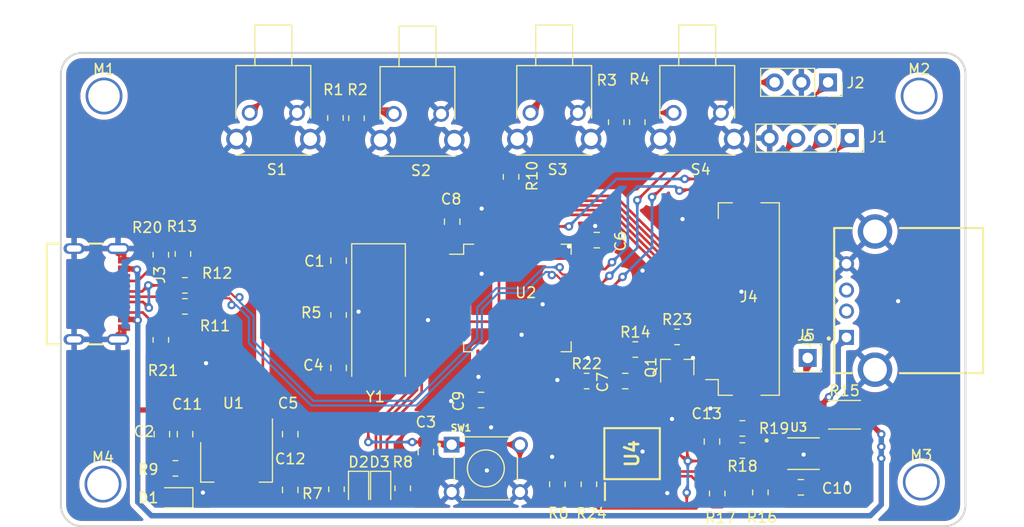
<source format=kicad_pcb>
(kicad_pcb (version 20211014) (generator pcbnew)
  (layers (0 "F.Cu" signal) (31 "B.Cu" signal) (34 "B.Paste" user) (35 "F.Paste" user) (36 "B.SilkS" user "B.Silkscreen") (37 "F.SilkS" user "F.Silkscreen") (38 "B.Mask" user) (39 "F.Mask" user) (44 "Edge.Cuts" user))
  (net 0 "")
  (net 1 "GND")
  (net 2 "/X1")
  (net 3 "+5V")
  (net 4 "/RST")
  (net 5 "/X2")
  (net 6 "+3V3")
  (net 7 "Net-(D1-Pad2)")
  (net 8 "/LED1")
  (net 9 "Net-(D2-Pad2)")
  (net 10 "/LED2")
  (net 11 "Net-(D3-Pad2)")
  (net 12 "/SW_CLK")
  (net 13 "/SW_DIO")
  (net 14 "/USART1_TX")
  (net 15 "/USART1_RX")
  (net 16 "/LCD_RESET")
  (net 17 "/LCD_CS")
  (net 18 "/LCD_DC")
  (net 19 "/LCD_WR")
  (net 20 "/LCD_RD")
  (net 21 "/LCD_DB0")
  (net 22 "/LCD_DB1")
  (net 23 "/LCD_DB2")
  (net 24 "/LCD_DB3")
  (net 25 "/LCD_DB4")
  (net 26 "/LCD_DB5")
  (net 27 "/LCD_DB6")
  (net 28 "/LCD_DB7")
  (net 29 "/SPI2_NSS")
  (net 30 "/SPI2_SCLK")
  (net 31 "/SPI2_MISO")
  (net 32 "/SPI2_MOSI")
  (net 33 "/VOUT")
  (net 34 "Net-(R10-Pad1)")
  (net 35 "/USB_D-")
  (net 36 "/USB_D+")
  (net 37 "/INA226_SCL")
  (net 38 "/INA226_SDA")
  (net 39 "Net-(R18-Pad2)")
  (net 40 "Net-(R19-Pad2)")
  (net 41 "/KEY1")
  (net 42 "/KEY2")
  (net 43 "/KEY3")
  (net 44 "/KEY4")
  (net 45 "/USBDN1")
  (net 46 "/USBDP1")
  (net 47 "Net-(R1-Pad1)")
  (net 48 "Net-(R2-Pad1)")
  (net 49 "Net-(R3-Pad1)")
  (net 50 "Net-(R4-Pad1)")
  (net 51 "Net-(Q1-Pad1)")
  (net 52 "Net-(Q1-Pad3)")
  (net 53 "Net-(R22-Pad1)")
  (net 54 "/BL_PWM")
  (net 55 "Net-(J4-Pad11)")
  (net 56 "Net-(J5-Pad1)")
  (net 57 "Net-(J3-PadA5)")
  (net 58 "Net-(J3-PadB5)")
  (net 84 "unconnected-(U2-Pad62)")
  (footprint "Capacitor_SMD:C_0805_2012Metric" (layer "F.Cu") (at 141.1 94.95 90)
    (fp_text reference "C1")
    (fp_text value "22pF")
  )
  (footprint "Capacitor_SMD:C_0805_2012Metric" (layer "F.Cu") (at 124.3 111.45 -90)
    (fp_text reference "C2")
    (fp_text value "10uF")
  )
  (footprint "Capacitor_SMD:C_0805_2012Metric" (layer "F.Cu") (at 149.4 113.15 -90)
    (fp_text reference "C3")
    (fp_text value "0.1uF")
  )
  (footprint "Capacitor_SMD:C_0805_2012Metric" (layer "F.Cu") (at 141.1 105.15 -90)
    (fp_text reference "C4")
    (fp_text value "22pF")
  )
  (footprint "Capacitor_SMD:C_0805_2012Metric" (layer "F.Cu") (at 136.5 111.45 90)
    (fp_text reference "C5")
    (fp_text value "10uF")
  )
  (footprint "Capacitor_SMD:C_0805_2012Metric" (layer "F.Cu") (at 168.35 106.4 180)
    (fp_text reference "C7")
    (fp_text value "0.1uF")
  )
  (footprint "Capacitor_SMD:C_0805_2012Metric" (layer "F.Cu") (at 151.9 91.25 90)
    (fp_text reference "C8")
    (fp_text value "0.1uF")
  )
  (footprint "Capacitor_SMD:C_0805_2012Metric" (layer "F.Cu") (at 154.65 108.2 180)
    (fp_text reference "C9")
    (fp_text value "0.1uF")
  )
  (footprint "Capacitor_SMD:C_0805_2012Metric" (layer "F.Cu") (at 185.05 116.5 180)
    (fp_text reference "C10")
    (fp_text value "0.1uF")
  )
  (footprint "Capacitor_SMD:C_0805_2012Metric" (layer "F.Cu") (at 126.5 111.45 -90)
    (fp_text reference "C11")
    (fp_text value "0.1uF")
  )
  (footprint "Capacitor_SMD:C_0805_2012Metric" (layer "F.Cu") (at 136.5 116.75 90)
    (fp_text reference "C12")
    (fp_text value "0.1uF")
  )
  (footprint "Capacitor_SMD:C_0805_2012Metric" (layer "F.Cu") (at 176.6 112.15 90)
    (fp_text reference "C13")
    (fp_text value "0.1uF")
  )
  (footprint "LED_SMD:LED_0805_2012Metric" (layer "F.Cu") (at 125.5625 117.5 180)
    (fp_text reference "D1")
    (fp_text value "POWER LED")
  )
  (footprint "Connector_PinSocket_2.54mm:PinSocket_1x03_P2.54mm_Vertical" (layer "F.Cu") (at 187.64 78 -90)
    (fp_text reference "J2")
    (fp_text value "USART1")
  )
  (footprint "Connector_FFC-FPC:Hirose_FH12-30S-0.5SH_1x30-1MP_P0.50mm_Horizontal" (layer "F.Cu") (at 178.5 98.6 90)
    (fp_text reference "J4")
    (fp_text value "Conn_01x30")
  )
  (footprint "Resistor_SMD:R_0805_2012Metric" (layer "F.Cu") (at 141.1 100.1125 90)
    (fp_text reference "R5")
    (fp_text value "10M")
  )
  (footprint "Resistor_SMD:R_0805_2012Metric" (layer "F.Cu") (at 161.9 116.2125 90)
    (fp_text reference "R6")
    (fp_text value "10K")
  )
  (footprint "Resistor_SMD:R_0805_2012Metric" (layer "F.Cu") (at 125.5875 114.7 180)
    (fp_text reference "R9")
    (fp_text value "1k")
  )
  (footprint "Resistor_SMD:R_0805_2012Metric" (layer "F.Cu") (at 157.5 86.9875 90)
    (fp_text reference "R10")
    (fp_text value "10K")
  )
  (footprint "Resistor_SMD:R_2010_5025Metric" (layer "F.Cu") (at 189.2 109.6)
    (fp_text reference "R15")
    (fp_text value "100mR")
  )
  (footprint "Resistor_SMD:R_0805_2012Metric" (layer "F.Cu") (at 181.2 116.9875 90)
    (fp_text reference "R16")
    (fp_text value "5.1K")
  )
  (footprint "Resistor_SMD:R_0805_2012Metric" (layer "F.Cu") (at 177.1 117.0875 90)
    (fp_text reference "R17")
    (fp_text value "5.1K")
  )
  (footprint "Resistor_SMD:R_0805_2012Metric" (layer "F.Cu") (at 179.4875 113)
    (fp_text reference "R18")
    (fp_text value "5.1K")
  )
  (footprint "Resistor_SMD:R_0805_2012Metric" (layer "F.Cu") (at 164.9 116.2125 -90)
    (fp_text reference "R24")
    (fp_text value "10K")
  )
  (footprint "Package_TO_SOT_SMD:SOT-223" (layer "F.Cu") (at 131.4 114.1 -90)
    (fp_text reference "U1")
    (fp_text value "LM1117-3.3")
  )
  (footprint "Package_QFP:LQFP-64_10x10mm_P0.5mm" (layer "F.Cu") (at 158.1 98.5)
    (fp_text reference "U2")
    (fp_text value "STM32F103RCTx")
  )
  (footprint "3rd_INA226AIDGSR:3rd_SOP50P490X110-10N(INA226AIDGSR)" (layer "F.Cu") (at 185.3 113.3)
    (fp_text reference "U3")
    (fp_text value "INA226AIDGSR")
  )
  (footprint "Crystal:Crystal_SMD_HC49-SD" (layer "F.Cu") (at 144.9 100.05 -90)
    (fp_text reference "Y1")
    (fp_text value "8M")
  )
  (footprint "Connector_PinSocket_2.54mm:PinSocket_1x04_P2.54mm_Vertical" (layer "F.Cu") (at 189.7 83.3 -90)
    (fp_text reference "J1")
    (fp_text value "SWD")
  )
  (footprint "Resistor_SMD:R_0805_2012Metric" (layer "F.Cu") (at 169.5 81.7875 -90)
    (fp_text reference "R4")
    (fp_text value "220R")
  )
  (footprint "Resistor_SMD:R_0805_2012Metric" (layer "F.Cu") (at 142.8 81.4125 -90)
    (fp_text reference "R2")
    (fp_text value "220R")
  )
  (footprint "Resistor_SMD:R_0805_2012Metric" (layer "F.Cu") (at 140.8 81.3875 -90)
    (fp_text reference "R1")
    (fp_text value "220R")
  )
  (footprint "Resistor_SMD:R_0805_2012Metric" (layer "F.Cu") (at 126.4875 97.3 180)
    (fp_text reference "R12")
    (fp_text value "20R")
  )
  (footprint "Resistor_SMD:R_0805_2012Metric" (layer "F.Cu") (at 124.2 102.4875 90)
    (fp_text reference "R21")
    (fp_text value "5.1K")
  )
  (footprint "Resistor_SMD:R_0805_2012Metric" (layer "F.Cu") (at 124.2 94.3875 90)
    (fp_text reference "R20")
    (fp_text value "5.1K")
  )
  (footprint "Resistor_SMD:R_0805_2012Metric" (layer "F.Cu") (at 126.3 94.3125 -90)
    (fp_text reference "R13")
    (fp_text value "1K")
  )
  (footprint "Resistor_SMD:R_0805_2012Metric" (layer "F.Cu") (at 126.4875 99.3 180)
    (fp_text reference "R11")
    (fp_text value "20R")
  )
  (footprint "LED_SMD:LED_0805_2012Metric" (layer "F.Cu") (at 145.1 116.6625 -90)
    (fp_text reference "D3")
    (fp_text value "LED2")
  )
  (footprint "LED_SMD:LED_0805_2012Metric" (layer "F.Cu") (at 143 116.6625 -90)
    (fp_text reference "D2")
    (fp_text value "LED1")
  )
  (footprint "Resistor_SMD:R_0805_2012Metric" (layer "F.Cu") (at 147.2 116.6 90)
    (fp_text reference "R8")
    (fp_text value "0.5K")
  )
  (footprint "Resistor_SMD:R_0805_2012Metric" (layer "F.Cu") (at 140.9 116.6875 90)
    (fp_text reference "R7")
    (fp_text value "0.5K")
  )
  (footprint "Resistor_SMD:R_0805_2012Metric" (layer "F.Cu") (at 167.5 81.7875 -90)
    (fp_text reference "R3")
    (fp_text value "220R")
  )
  (footprint "Connector_PinSocket_2.54mm:PinSocket_1x01_P2.54mm_Vertical" (layer "F.Cu") (at 185.7 104.2)
    (fp_text reference "J5")
    (fp_text value "INA226 ALERT")
  )
  (footprint "Resistor_SMD:R_0805_2012Metric" (layer "F.Cu") (at 169.3125 103.4)
    (fp_text reference "R14")
    (fp_text value "220R")
  )
  (footprint "Resistor_SMD:R_0805_2012Metric" (layer "F.Cu") (at 164.6875 106.4)
    (fp_text reference "R22")
    (fp_text value "10K")
  )
  (footprint "Resistor_SMD:R_0805_2012Metric" (layer "F.Cu") (at 173.2875 102.2)
    (fp_text reference "R23")
    (fp_text value "100R")
  )
  (footprint "Package_TO_SOT_SMD:SOT-23" (layer "F.Cu") (at 173.3 105.1 90)
    (fp_text reference "Q1")
    (fp_text value "Q_PNP_BEC")
  )
  (footprint "Capacitor_SMD:C_0805_2012Metric" (layer "F.Cu") (at 165.65 93)
    (fp_text reference "C6")
    (fp_text value "0.1uF")
  )
  (footprint "Zhbi_Mounting_Holes:Mounting_Holes_3mm_THT" (layer "F.Cu") (at 118.8 79.3)
    (fp_text reference "M1")
    (fp_text value "Mounting_Holes_3mm_THT")
  )
  (footprint "Zhbi_Mounting_Holes:Mounting_Holes_3mm_THT" (layer "F.Cu") (at 196.3 79.3)
    (fp_text reference "M2")
    (fp_text value "Mounting_Holes_3mm_THT")
  )
  (footprint "Zhbi_Mounting_Holes:Mounting_Holes_3mm_THT" (layer "F.Cu") (at 118.7 116.2)
    (fp_text reference "M4")
    (fp_text value "Mounting_Holes_3mm_THT")
  )
  (footprint "Zhbi_Mounting_Holes:Mounting_Holes_3mm_THT" (layer "F.Cu") (at 196.5 116)
    (fp_text reference "M3")
    (fp_text value "Mounting_Holes_3mm_THT")
  )
  (footprint "3rd_W25Q32JVSSIQ:3rd_SOIC127P790X216-8N(W25Q32JVSSIQ)" (layer "F.Cu") (at 169.005 113.3 90)
    (fp_text reference "U4")
    (fp_text value "W25Q32JVSS" hide)
  )
  (footprint "Resistor_SMD:R_0805_2012Metric" (layer "F.Cu") (at 179.4875 110.9)
    (fp_text reference "R19")
    (fp_text value "5.1K")
  )
  (footprint "3rd_B3F-3100:3rd_B3F-3100(Key_Hori)" (layer "F.Cu") (at 134.9 80.9 180)
    (fp_text reference "S1")
    (fp_text value "1-1825027-1")
  )
  (footprint "3rd_B3F-3100:3rd_B3F-3100(Key_Hori)" (layer "F.Cu") (at 148.6 81 180)
    (fp_text reference "S2")
    (fp_text value "1-1825027-1")
  )
  (footprint "3rd_B3F-3100:3rd_B3F-3100(Key_Hori)" (layer "F.Cu") (at 161.6 80.9 180)
    (fp_text reference "S3")
    (fp_text value "1-1825027-1")
  )
  (footprint "3rd_B3F-3100:3rd_B3F-3100(Key_Hori)" (layer "F.Cu") (at 175.2 80.9 180)
    (fp_text reference "S4")
    (fp_text value "1-1825027-1")
  )
  (footprint "3rd_USB1130-15-A_REVA:3rd_USB1130-15-A_REVA(USB-A)" (layer "F.Cu") (at 192.1 98.75 90)
    (fp_text reference "J6")
    (fp_text value "USB1130-15-A_REVA")
  )
  (footprint "3rd_USB4105-GF-A:3rd_USB4105-GF-A(USB-C)" (layer "F.Cu") (at 115.95 98.12 -90)
    (fp_text reference "J3")
    (fp_text value "USB4105-GF-A")
  )
  (footprint "3rd_B3F-1000:3rd_B3F-1000(Key_Vertical)" (layer "F.Cu") (at 155.1 114.7)
    (fp_text reference "SW1")
    (fp_text value "1825910-6")
  )
  (gr_arc (start 198.700001 75.200001) (mid 200.114214 75.785787) (end 200.7 77.2) (layer "Edge.Cuts") (width 0.2))
  (gr_line (start 198.7 120.2) (end 116.700002 120.2) (layer "Edge.Cuts") (width 0.2))
  (gr_arc (start 200.7 118.199999) (mid 200.114214 119.614213) (end 198.7 120.199999) (layer "Edge.Cuts") (width 0.2))
  (gr_arc (start 116.700002 120.199999) (mid 115.285788 119.614213) (end 114.700002 118.199999) (layer "Edge.Cuts") (width 0.2))
  (gr_line (start 116.700001 75.2) (end 198.700001 75.200001) (layer "Edge.Cuts") (width 0.2))
  (gr_arc (start 114.700002 77.2) (mid 115.285788 75.785787) (end 116.700001 75.200001) (layer "Edge.Cuts") (width 0.2))
  (gr_line (start 114.700002 118.199999) (end 114.700002 77.2) (layer "Edge.Cuts") (width 0.2))
  (gr_line (start 200.7 77.2) (end 200.7 118.199999) (layer "Edge.Cuts") (width 0.2))
  (segment (start 174.95 92.35) (end 174.95 92.65) (width 0.25) (layer "F.Cu") (net 1))
  (segment (start 120.685 101.33) (end 120.685 101.875) (width 0.5) (layer "F.Cu") (net 1))
  (segment (start 176.65 102.85) (end 175.35 102.85) (width 0.25) (layer "F.Cu") (net 1))
  (segment (start 185.72468 113.8) (end 185.31234 113.38766) (width 0.25) (layer "F.Cu") (net 1))
  (segment (start 175.45 103.25) (end 175.35 103.35) (width 0.25) (layer "F.Cu") (net 1))
  (segment (start 176.65 101.85) (end 175.45 101.85) (width 0.25) (layer "F.Cu") (net 1))
  (segment (start 154.85 105.55) (end 154.4 106) (width 0.25) (layer "F.Cu") (net 1))
  (segment (start 174.8 104.9) (end 174.8 104.2) (width 0.25) (layer "F.Cu") (net 1))
  (segment (start 176.65 103.35) (end 175.35 103.35) (width 0.25) (layer "F.Cu") (net 1))
  (segment (start 154.85 104.175) (end 154.85 105.55) (width 0.25) (layer "F.Cu") (net 1))
  (segment (start 176.65 92.35) (end 174.95 92.35) (width 0.25) (layer "F.Cu") (net 1))
  (segment (start 120.685 94.385) (end 120.11 93.81) (width 0.5) (layer "F.Cu") (net 1))
  (segment (start 170.91 116.9) (end 171.4 116.9) (width 0.25) (layer "F.Cu") (net 1))
  (segment (start 165.25 95.25) (end 166.6 93.9) (width 0.25) (layer "F.Cu") (net 1))
  (segment (start 166.6 93) (end 166.6 92.8) (width 0.25) (layer "F.Cu") (net 1))
  (segment (start 175.75 105.85) (end 174.8 104.9) (width 0.25) (layer "F.Cu") (net 1))
  (segment (start 175.45 101.85) (end 175.45 103.25) (width 0.25) (layer "F.Cu") (net 1))
  (segment (start 175.45 101.55) (end 175.45 101.85) (width 0.25) (layer "F.Cu") (net 1))
  (segment (start 166.6 93.9) (end 166.6 93) (width 0.25) (layer "F.Cu") (net 1))
  (segment (start 126.5 112.4) (end 125.6 113.3) (width 0.25) (layer "F.Cu") (net 1))
  (segment (start 154.85 92.825) (end 154.85 90.15) (width 0.25) (layer "F.Cu") (net 1))
  (segment (start 176.6 111.2) (end 178.275 111.2) (width 0.25) (layer "F.Cu") (net 1))
  (segment (start 174.95 92.65) (end 175.15 92.85) (width 0.25) (layer "F.Cu") (net 1))
  (segment (start 175.65 101.35) (end 175.45 101.55) (width 0.25) (layer "F.Cu") (net 1))
  (segment (start 120.685 101.875) (end 120.11 102.45) (width 0.5) (layer "F.Cu") (net 1))
  (segment (start 124.3 112.4) (end 126.5 112.4) (width 0.25) (layer "F.Cu") (net 1))
  (segment (start 178.275 111.2) (end 178.575 110.9) (width 0.25) (layer "F.Cu") (net 1))
  (segment (start 126.5 117.35) (end 126.5 117.5) (width 0.25) (layer "F.Cu") (net 1))
  (segment (start 175.15 92.85) (end 176.65 92.85) (width 0.25) (layer "F.Cu") (net 1))
  (segment (start 176.65 91.35) (end 175.15 91.35) (width 0.25) (layer "F.Cu") (net 1))
  (segment (start 178.575 110.725) (end 176.85 109) (width 0.25) (layer "F.Cu") (net 1))
  (segment (start 176.65 102.35) (end 175.35 102.35) (width 0.25) (layer "F.Cu") (net 1))
  (segment (start 174.95 91.55) (end 174.95 92.35) (width 0.25) (layer "F.Cu") (net 1))
  (segment (start 175.15 91.35) (end 174.95 91.55) (width 0.25) (layer "F.Cu") (net 1))
  (segment (start 165.5 91.7) (end 165.5 91.65) (width 0.25) (layer "F.Cu") (net 1))
  (segment (start 187.45 113.8) (end 185.72468 113.8) (width 0.25) (layer "F.Cu") (net 1))
  (segment (start 176.65 101.35) (end 175.65 101.35) (width 0.25) (layer "F.Cu") (net 1))
  (segment (start 120.685 94.93) (end 120.685 94.385) (width 0.5) (layer "F.Cu") (net 1))
  (segment (start 178.575 110.9) (end 178.575 110.725) (width 0.25) (layer "F.Cu") (net 1))
  (segment (start 166.6 92.8) (end 165.5 91.7) (width 0.25) (layer "F.Cu") (net 1))
  (segment (start 176.65 105.85) (end 175.75 105.85) (width 0.25) (layer "F.Cu") (net 1))
  (segment (start 125.6 116.45) (end 126.5 117.35) (width 0.25) (layer "F.Cu") (net 1))
  (segment (start 154.85 90.15) (end 154.7 90) (width 0.25) (layer "F.Cu") (net 1))
  (segment (start 163.775 95.25) (end 165.25 95.25) (width 0.25) (layer "F.Cu") (net 1))
  (segment (start 161.35 105.75) (end 161.9 106.3) (width 0.25) (layer "F.Cu") (net 1))
  (segment (start 178.575 110.9) (end 178.575 113) (width 0.25) (layer "F.Cu") (net 1))
  (segment (start 125.6 113.3) (end 125.6 116.45) (width 0.25) (layer "F.Cu") (net 1))
  (segment (start 171.4 116.9) (end 172 117.5) (width 0.25) (layer "F.Cu") (net 1))
  (segment (start 175.35 103.35) (end 175.25 103.35) (width 0.25) (layer "F.Cu") (net 1))
  (segment (start 152.425 100.25) (end 149.95 100.25) (width 0.25) (layer "F.Cu") (net 1))
  (segment (start 176.85 109) (end 176.45 109) (width 0.25) (layer "F.Cu") (net 1))
  (segment (start 149.95 100.25) (end 149.6 100.6) (width 0.25) (layer "F.Cu") (net 1))
  (segment (start 161.35 104.175) (end 161.35 105.75) (width 0.25) (layer "F.Cu") (net 1))
  (via (at 170 113.1) (size 0.8) (drill 0.4) (layers "F.Cu" "B.Cu") (net 1))
  (via (at 158.5 102) (size 0.8) (drill 0.4) (layers "F.Cu" "B.Cu") (net 1))
  (via (at 172.8 110) (size 0.8) (drill 0.4) (layers "F.Cu" "B.Cu") (net 1))
  (via (at 170 95.9) (size 0.8) (drill 0.4) (layers "F.Cu" "B.Cu") (net 1))
  (via (at 155.2 114.9) (size 0.8) (drill 0.4) (layers "F.Cu" "B.Cu") (net 1))
  (via (at 143 99.8) (size 0.8) (drill 0.4) (layers "F.Cu" "B.Cu") (net 1))
  (via (at 161.4 113.6) (size 0.8) (drill 0.4) (layers "F.Cu" "B.Cu") (net 1))
  (via (at 176.45 109) (size 0.8) (drill 0.4) (layers "F.Cu" "B.Cu") (net 1))
  (via (at 160.5 99.1) (size 0.8) (drill 0.4) (layers "F.Cu" "B.Cu") (net 1))
  (via (at 151.8 108.3) (size 0.8) (drill 0.4) (layers "F.Cu" "B.Cu") (net 1))
  (via (at 154.7 90) (size 0.8) (drill 0.4) (layers "F.Cu" "B.Cu") (net 1))
  (via (at 173.8 91) (size 0.8) (drill 0.4) (layers "F.Cu" "B.Cu") (net 1))
  (via (at 128.5 104.7) (size 0.8) (drill 0.4) (layers "F.Cu" "B.Cu") (net 1))
  (via (at 149.6 100.6) (size 0.8) (drill 0.4) (layers "F.Cu" "B.Cu") (net 1))
  (via (at 164.8 104.2) (size 0.8) (drill 0.4) (layers "F.Cu" "B.Cu") (net 1))
  (via (at 161.9 106.3) (size 0.8) (drill 0.4) (layers "F.Cu" "B.Cu") (net 1))
  (via (at 172.35 117.05) (size 0.8) (drill 0.4) (layers "F.Cu" "B.Cu") (net 1))
  (via (at 174.8 104.2) (size 0.8) (drill 0.4) (layers "F.Cu" "B.Cu") (net 1))
  (via (at 165.5 91.65) (size 0.8) (drill 0.4) (layers "F.Cu" "B.Cu") (net 1))
  (via (at 154.7 96.2) (size 0.8) (drill 0.4) (layers "F.Cu" "B.Cu") (net 1))
  (via (at 128.2 117) (size 0.8) (drill 0.4) (layers "F.Cu" "B.Cu") (net 1))
  (via (at 163 93.6) (size 0.8) (drill 0.4) (layers "F.Cu" "B.Cu") (net 1))
  (via (at 194.3 98.8) (size 0.8) (drill 0.4) (layers "F.Cu" "B.Cu") (net 1))
  (via (at 189.45 116.1) (size 0.8) (drill 0.4) (layers "F.Cu" "B.Cu") (net 1))
  (via (at 179.4 97.9) (size 0.8) (drill 0.4) (layers "F.Cu" "B.Cu") (net 1))
  (via (at 154.4 106) (size 0.8) (drill 0.4) (layers "F.Cu" "B.Cu") (net 1))
  (via (at 185.31234 113.38766) (size 0.8) (drill 0.4) (layers "F.Cu" "B.Cu") (net 1))
  (via (at 155.6 110.8) (size 0.8) (drill 0.4) (layers "F.Cu" "B.Cu") (net 1))
  (segment (start 141.1 95.9) (end 141.1 99.2) (width 0.25) (layer "F.Cu") (net 2))
  (segment (start 144.9 95.8) (end 145.85 96.75) (width 0.25) (layer "F.Cu") (net 2))
  (segment (start 145.85 96.75) (end 151.55 96.75) (width 0.25) (layer "F.Cu") (net 2))
  (segment (start 144.8 95.9) (end 144.9 95.8) (width 0.25) (layer "F.Cu") (net 2))
  (segment (start 151.55 96.75) (end 152.425 96.75) (width 0.25) (layer "F.Cu") (net 2))
  (segment (start 141.1 95.9) (end 144.8 95.9) (width 0.25) (layer "F.Cu") (net 2))
  (segment (start 191.5125 110.2625) (end 192.7 111.45) (width 0.5) (layer "F.Cu") (net 3))
  (segment (start 120.685 100.53) (end 121.925 100.53) (width 0.5) (layer "F.Cu") (net 3))
  (segment (start 191.5125 109.6) (end 191.5125 110.2625) (width 0.5) (layer "F.Cu") (net 3))
  (segment (start 191.65 119.2) (end 123.3 119.2) (width 0.5) (layer "F.Cu") (net 3))
  (segment (start 190.45 112.3) (end 191.5125 111.2375) (width 0.25) (layer "F.Cu") (net 3))
  (segment (start 126.5 110.5) (end 128.45 110.5) (width 0.5) (layer "F.Cu") (net 3))
  (segment (start 121.925 100.53) (end 122 100.605) (width 0.5) (layer "F.Cu") (net 3))
  (segment (start 128.65 110.5) (end 129.1 110.95) (width 0.5) (layer "F.Cu") (net 3))
  (segment (start 191.5125 111.2375) (end 191.5125 109.6) (width 0.25) (layer "F.Cu") (net 3))
  (segment (start 122.15 109.15) (end 122 109) (width 0.5) (layer "F.Cu") (net 3))
  (segment (start 122 109.55) (end 122 117.9) (width 0.5) (layer "F.Cu") (net 3))
  (segment (start 192.7 111.45) (end 192.7 118.15) (width 0.5) (layer "F.Cu") (net 3))
  (segment (start 124.3 110.5) (end 122.95 109.15) (width 0.5) (layer "F.Cu") (net 3))
  (segment (start 122 100.605) (end 122 107.4) (width 0.5) (layer "F.Cu") (net 3))
  (segment (start 187.45 112.3) (end 190.45 112.3) (width 0.25) (layer "F.Cu") (net 3))
  (segment (start 121.862369 95.73) (end 121.932369 95.8) (width 0.5) (layer "F.Cu") (net 3))
  (segment (start 122.95 109.15) (end 122.15 109.15) (width 0.5) (layer "F.Cu") (net 3))
  (segment (start 128.45 110.5) (end 128.9 110.95) (width 0.5) (layer "F.Cu") (net 3))
  (segment (start 192.7 118.15) (end 191.65 119.2) (width 0.5) (layer "F.Cu") (net 3))
  (segment (start 126.5 110.5) (end 128.65 110.5) (width 0.5) (layer "F.Cu") (net 3))
  (segment (start 122 109) (end 122 109.55) (width 0.5) (layer "F.Cu") (net 3))
  (segment (start 120.685 95.73) (end 121.862369 95.73) (width 0.5) (layer "F.Cu") (net 3))
  (segment (start 122 117.9) (end 123.3 119.2) (width 0.5) (layer "F.Cu") (net 3))
  (segment (start 122 107.4) (end 122 109) (width 0.5) (layer "F.Cu") (net 3))
  (segment (start 124.3 110.5) (end 126.5 110.5) (width 0.5) (layer "F.Cu") (net 3))
  (via (at 121.932369 95.8) (size 0.8) (drill 0.4) (layers "F.Cu" "B.Cu") (net 3))
  (via (at 192.7 113.75) (size 0.8) (drill 0.4) (layers "F.Cu" "B.Cu") (net 3))
  (via (at 122 100.605) (size 0.8) (drill 0.4) (layers "F.Cu" "B.Cu") (net 3))
  (via (at 192.7 112.65) (size 0.8) (drill 0.4) (layers "F.Cu" "B.Cu") (net 3))
  (via (at 192.7 111.450002) (size 0.8) (drill 0.4) (layers "F.Cu" "B.Cu") (net 3))
  (segment (start 192.7 112.65) (end 192.7 111.450002) (width 0.5) (layer "B.Cu") (net 3))
  (segment (start 192.7 113.75) (end 192.7 112.65) (width 0.5) (layer "B.Cu") (net 3))
  (segment (start 123.3 119.2) (end 191.65 119.2) (width 0.5) (layer "B.Cu") (net 3))
  (segment (start 191.65 119.2) (end 192.7 118.15) (width 0.5) (layer "B.Cu") (net 3))
  (segment (start 122 100.605) (end 122 117.9) (width 0.5) (layer "B.Cu") (net 3))
  (segment (start 122 95.867631) (end 121.932369 95.8) (width 0.5) (layer "B.Cu") (net 3))
  (segment (start 122 100.605) (end 122 95.867631) (width 0.5) (layer "B.Cu") (net 3))
  (segment (start 122 117.9) (end 123.3 119.2) (width 0.5) (layer "B.Cu") (net 3))
  (segment (start 192.7 118.15) (end 192.7 113.75) (width 0.5) (layer "B.Cu") (net 3))
  (segment (start 143.924979 111.209336) (end 143.924979 112.2) (width 0.25) (layer "F.Cu") (net 4))
  (segment (start 159.45 115.3) (end 158.35 114.2) (width 0.25) (layer "F.Cu") (net 4))
  (segment (start 148.1 112.2) (end 149.4 112.2) (width 0.25) (layer "F.Cu") (net 4))
  (segment (start 152.425 97.75) (end 148.55 97.75) (width 0.25) (layer "F.Cu") (net 4))
  (segment (start 151.85 112.45) (end 158.35 112.45) (width 0.25) (layer "F.Cu") (net 4))
  (segment (start 148.55 97.75) (end 148 98.3) (width 0.25) (layer "F.Cu") (net 4))
  (segment (start 149.4 112.2) (end 151.375 112.2) (width 0.25) (layer "F.Cu") (net 4))
  (segment (start 149.4 112.2) (end 151.6 112.2) (width 0.25) (layer "F.Cu") (net 4))
  (segment (start 158.35 114.2) (end 158.35 112.45) (width 0.25) (layer "F.Cu") (net 4))
  (segment (start 151.6 112.2) (end 151.85 112.45) (width 0.25) (layer "F.Cu") (net 4))
  (segment (start 148 98.3) (end 148 107.134315) (width 0.25) (layer "F.Cu") (net 4))
  (segment (start 151.375 112.2) (end 151.625 112.45) (width 0.25) (layer "F.Cu") (net 4))
  (segment (start 161.9 115.3) (end 159.45 115.3) (width 0.25) (layer "F.Cu") (net 4))
  (segment (start 151.65 112.35) (end 158.15 112.35) (width 0.25) (layer "F.Cu") (net 4))
  (segment (start 148 107.134315) (end 143.924979 111.209336) (width 0.25) (layer "F.Cu") (net 4))
  (via (at 143.924979 112.2) (size 0.8) (drill 0.4) (layers "F.Cu" "B.Cu") (net 4))
  (via (at 148.1 112.2) (size 0.8) (drill 0.4) (layers "F.Cu" "B.Cu") (net 4))
  (segment (start 148.1 112.2) (end 143.924979 112.2) (width 0.25) (layer "B.Cu") (net 4))
  (segment (start 147.65 97.25) (end 152.425 97.25) (width 0.25) (layer "F.Cu") (net 5))
  (segment (start 144.9 104.3) (end 144.9 100) (width 0.25) (layer "F.Cu") (net 5))
  (segment (start 141.1 104.2) (end 144.8 104.2) (width 0.25) (layer "F.Cu") (net 5))
  (segment (start 141.1 101.025) (end 141.1 104.2) (width 0.25) (layer "F.Cu") (net 5))
  (segment (start 144.9 100) (end 147.65 97.25) (width 0.25) (layer "F.Cu") (net 5))
  (segment (start 144.8 104.2) (end 144.9 104.3) (width 0.25) (layer "F.Cu") (net 5))
  (segment (start 169.6 118.5) (end 168.4 118.5) (width 0.25) (layer "F.Cu") (net 6))
  (segment (start 155.35 107.95) (end 155.35 104.175) (width 0.25) (layer "F.Cu") (net 6))
  (segment (start 174.25 106.1) (end 174.25 107.35) (width 0.25) (layer "F.Cu") (net 6))
  (segment (start 156.35 100.75) (end 156.35 94.75) (width 0.25) (layer "F.Cu") (net 6))
  (segment (start 184.1 115.35) (end 185.15 114.3) (width 0.25) (layer "F.Cu") (net 6))
  (segment (start 176.45 113.1) (end 176.6 113.1) (width 0.25) (layer "F.Cu") (net 6))
  (segment (start 146.12498 116.7) (end 147.13748 115.6875) (width 0.25) (layer "F.Cu") (net 6))
  (segment (start 147.8 109.9) (end 153.9 109.9) (width 0.25) (layer "F.Cu") (net 6))
  (segment (start 182.9 117.9) (end 184.1 116.7) (width 0.25) (layer "F.Cu") (net 6))
  (segment (start 181.2 117.9) (end 182.9 117.9) (width 0.25) (layer "F.Cu") (net 6))
  (segment (start 167.1 109.7) (end 168.37 109.7) (width 0.25) (layer "F.Cu") (net 6))
  (segment (start 170.2 107.3) (end 173.05 107.3) (width 0.25) (layer "F.Cu") (net 6))
  (segment (start 163.775 94.75) (end 164.95 94.75) (width 0.25) (layer "F.Cu") (net 6))
  (segment (start 161.85 100.85) (end 161.75 100.75) (width 0.25) (layer "F.Cu") (net 6))
  (segment (start 164.8 117.5) (end 165.8 118.5) (width 0.25) (layer "F.Cu") (net 6))
  (segment (start 169.64 118.46) (end 169.6 118.5) (width 0.25) (layer "F.Cu") (net 6))
  (segment (start 173.05 107.3) (end 174.2 107.3) (width 0.25) (layer "F.Cu") (net 6))
  (segment (start 147.2 115.6875) (end 147.0875 115.6875) (width 0.25) (layer "F.Cu") (net 6))
  (segment (start 169.3 106.4) (end 170.2 107.3) (width 0.25) (layer "F.Cu") (net 6))
  (segment (start 174.2 107.3) (end 174.25 107.35) (width 0.25) (layer "F.Cu") (net 6))
  (segment (start 131.3 114.7) (end 134.1 114.7) (width 0.25) (layer "F.Cu") (net 6))
  (segment (start 155.35 94.75) (end 152.425 94.75) (width 0.25) (layer "F.Cu") (net 6))
  (segment (start 129.9 93.4) (end 133.9 97.4) (width 0.25) (layer "F.Cu") (net 6))
  (segment (start 156.35 94.75) (end 155.35 94.75) (width 0.25) (layer "F.Cu") (net 6))
  (segment (start 134 114.8) (end 136.4 112.4) (width 0.25) (layer "F.Cu") (net 6))
  (segment (start 153.9 109.9) (end 155.6 108.2) (width 0.25) (layer "F.Cu") (net 6))
  (segment (start 161.75 100.75) (end 156.35 100.75) (width 0.25) (layer "F.Cu") (net 6))
  (segment (start 163.475 117.125) (end 164.9 117.125) (width 0.25) (layer "F.Cu") (net 6))
  (segment (start 145.7 114.3) (end 145.7 112) (width 0.25) (layer "F.Cu") (net 6))
  (segment (start 133.9 97.4) (end 133.9 106.2) (width 0.25) (layer "F.Cu") (net 6))
  (segment (start 154.35 92.825) (end 154.35 91.65) (width 0.25) (layer "F.Cu") (net 6))
  (segment (start 171.75 111.6) (end 169.47 111.6) (width 0.25) (layer "F.Cu") (net 6))
  (segment (start 164.8 117.425) (end 164.8 117.5) (width 0.25) (layer "F.Cu") (net 6))
  (segment (start 174.2 118.4) (end 174.1 118.5) (width 0.25) (layer "F.Cu") (net 6))
  (segment (start 134 114.8) (end 134 116.6) (width 0.25) (layer "F.Cu") (net 6))
  (segment (start 131.4 114.6) (end 131.3 114.7) (width 0.25) (layer "F.Cu") (net 6))
  (segment (start 154 91.3) (end 152.8 91.3) (width 0.25) (layer "F.Cu") (net 6))
  (segment (start 165.4 93.7) (end 164.7 93) (width 0.25) (layer "F.Cu") (net 6))
  (segment (start 133.9 106.2) (end 131.4 108.7) (width 0.25) (layer "F.Cu") (net 6))
  (segment (start 174.25 112.35) (end 174.25 107.35) (width 0.25) (layer "F.Cu") (net 6))
  (segment (start 159.9 111.2) (end 161 111.2) (width 0.25) (layer "F.Cu") (net 6))
  (segment (start 174.2 117) (end 174.2 118.4) (width 0.25) (layer "F.Cu") (net 6))
  (segment (start 175.1 118.5) (end 174.1 118.5) (width 0.25) (layer "F.Cu") (net 6))
  (segment (start 156.9 108.2) (end 159.9 111.2) (width 0.25) (layer "F.Cu") (net 6))
  (segment (start 176.65 91.85) (end 181.15 91.85) (width 0.25) (layer "F.Cu") (net 6))
  (segment (start 174.3 114) (end 174.15 114) (width 0.25) (layer "F.Cu") (net 6))
  (segment (start 185.15 114.3) (end 187.45 114.3) (width 0.25) (layer "F.Cu") (net 6))
  (segment (start 177.1 118) (end 181.1 118) (width 0.25) (layer "F.Cu") (net 6))
  (segment (start 174.1 118.5) (end 173.7 118.5) (width 0.25) (layer "F.Cu") (net 6))
  (segment (start 136.5 117.7) (end 137.3 117.7) (width 0.25) (layer "F.Cu") (net 6))
  (segment (start 147.0875 115.6875) (end 145.7 114.3) (width 0.25) (layer "F.Cu") (net 6))
  (segment (start 141.075 115.775) (end 142 116.7) (width 0.25) (layer "F.Cu") (net 6))
  (segment (start 128.2 114.7) (end 131 114.7) (width 0.25) (layer "F.Cu") (net 6))
  (segment (start 155.6 108.2) (end 156.9 108.2) (width 0.25) (layer "F.Cu") (net 6))
  (segment (start 184.1 116.5) (end 184.1 115.35) (width 0.25) (layer "F.Cu") (net 6))
  (segment (start 135.1 117.7) (end 136.5 117.7) (width 0.25) (layer "F.Cu") (net 6))
  (segment (start 175.6 118) (end 175.1 118.5) (width 0.25) (layer "F.Cu") (net 6))
  (segment (start 169.64 116.9) (end 169.64 118.46) (width 0.25) (layer "F.Cu") (net 6))
  (segment (start 154.35 91.65) (end 154 91.3) (width 0.25) (layer "F.Cu") (net 6))
  (segment (start 174.25 113.95) (end 174.25 112.35) (width 0.25) (layer "F.Cu") (net 6))
  (segment (start 161.9 117.125) (end 163.475 117.125) (width 0.25) (layer "F.Cu") (net 6))
  (segment (start 142 116.7) (end 146.12498 116.7) (width 0.25) (layer "F.Cu") (net 6))
  (segment (start 134 116.6) (end 135.1 117.7) (width 0.25) (layer "F.Cu") (net 6))
  (segment (start 184.1 116.7) (end 184.1 116.5) (width 0.25) (layer "F.Cu") (net 6))
  (segment (start 163.475 113.675) (end 163.475 117.125) (width 0.25) (layer "F.Cu") (net 6))
  (segment (start 175.55 114) (end 176.45 113.1) (width 0.25) (layer "F.Cu") (net 6))
  (segment (start 163.775 94.75) (end 156.35 94.75) (width 0.25) (layer "F.Cu") (net 6))
  (segment (start 181.1 118) (end 181.2 117.9) (width 0.25) (layer "F.Cu") (net 6))
  (segment (start 161.85 104.175) (end 161.85 100.85) (width 0.25) (layer "F.Cu") (net 6))
  (segment (start 164.95 94.75) (end 165.4 94.3) (width 0.25) (layer "F.Cu") (net 6))
  (segment (start 131.3 114.7) (end 131 114.7) (width 0.25) (layer "F.Cu") (net 6))
  (segment (start 145.7 112) (end 147.8 109.9) (width 0.25) (layer "F.Cu") (net 6))
  (segment (start 126.3 93.4) (end 129.9 93.4) (width 0.25) (layer "F.Cu") (net 6))
  (segment (start 152.8 91.3) (end 151.9 92.2) (width 0.25) (layer "F.Cu") (net 6))
  (segment (start 156.35 100.75) (end 155.05 100.75) (width 0.25) (layer "F.Cu") (net 6))
  (segment (start 173.7 118.5) (end 172.8 118.5) (width 0.25) (layer "F.Cu") (net 6))
  (segment (start 181.25 103.35) (end 181.25 91.75) (width 0.25) (layer "F.Cu") (net 6))
  (segment (start 131.4 108.7) (end 131.4 110.95) (width 0.25) (layer "F.Cu") (net 6))
  (segment (start 161 111.2) (end 163.475 113.675) (width 0.25) (layer "F.Cu") (net 6))
  (segment (start 156.35 102.334298) (end 156.35 100.75) (width 0.25) (layer "F.Cu") (net 6))
  (segment (start 177.3 107.3) (end 181.25 103.35) (width 0.25) (layer "F.Cu") (net 6))
  (segment (start 140.9 115.775) (end 141.075 115.775) (width 0.25) (layer "F.Cu") (net 6))
  (segment (start 174.15 114) (end 171.75 111.6) (width 0.25) (layer "F.Cu") (net 6))
  (segment (start 126.5 114.7) (end 128.2 114.7) (width 0.25) (layer "F.Cu") (net 6))
  (segment (start 174.3 107.3) (end 177.3 107.3) (width 0.25) (layer "F.Cu") (net 6))
  (segment (start 154.35 92.825) (end 152.425 94.75) (width 0.25) (layer "F.Cu") (net 6))
  (segment (start 181.25 91.75) (end 189.7 83.3) (width 0.25) (layer "F.Cu") (net 6))
  (segment (start 155.6 108.2) (end 155.35 107.95) (width 0.25) (layer "F.Cu") (net 6))
  (segment (start 155.35 104.175) (end 155.35 103.334298) (width 0.25) (layer "F.Cu") (net 6))
  (segment (start 174.3 114) (end 174.25 113.95) (width 0.25) (layer "F.Cu") (net 6))
  (segment (start 174.25 107.35) (end 174.3 107.3) (width 0.25) (layer "F.Cu") (net 6))
  (segment (start 174.3 114) (end 175.55 114) (width 0.25) (layer "F.Cu") (net 6))
  (segment (start 136.4 112.4) (end 136.5 112.4) (width 0.25) (layer "F.Cu") (net 6))
  (segment (start 131.4 110.95) (end 131.4 114.6) (width 0.25) (layer "F.Cu") (net 6))
  (segment (start 137.3 117.7) (end 139.225 115.775) (width 0.25) (layer "F.Cu") (net 6))
  (segment (start 168.37 110.5) (end 168.37 109.7) (width 0.25) (layer "F.Cu") (net 6))
  (segment (start 165.4 94.3) (end 165.4 93.7) (width 0.25) (layer "F.Cu") (net 6))
  (segment (start 169.47 111.6) (end 168.37 110.5) (width 0.25) (layer "F.Cu") (net 6))
  (segment (start 139.225 115.775) (end 140.9 115.775) (width 0.25) (layer "F.Cu") (net 6))
  (segment (start 147.13748 115.6875) (end 147.2 115.6875) (width 0.25) (layer "F.Cu") (net 6))
  (segment (start 126.7 114.7) (end 128.2 114.7) (width 0.25) (layer "F.Cu") (net 6))
  (segment (start 181.15 91.85) (end 181.25 91.75) (width 0.25) (layer "F.Cu") (net 6))
  (segment (start 155.35 103.334298) (end 156.35 102.334298) (width 0.25) (layer "F.Cu") (net 6))
  (segment (start 172.8 118.5) (end 169.6 118.5) (width 0.25) (layer "F.Cu") (net 6))
  (segment (start 177.1 118) (end 175.6 118) (width 0.25) (layer "F.Cu") (net 6))
  (segment (start 165.8 118.5) (end 168.4 118.5) (width 0.25) (layer "F.Cu") (net 6))
  (segment (start 152.425 100.75) (end 155.05 100.75) (width 0.25) (layer "F.Cu") (net 6))
  (via (at 174.3 114) (size 0.8) (drill 0.4) (layers "F.Cu" "B.Cu") (net 6))
  (via (at 174.2 117) (size 0.8) (drill 0.4) (layers "F.Cu" "B.Cu") (net 6))
  (segment (start 174.3 114) (end 174.3 116.9) (width 0.25) (layer "B.Cu") (net 6))
  (segment (start 174.3 116.9) (end 174.2 117) (width 0.25) (layer "B.Cu") (net 6))
  (segment (start 124.675 117.45) (end 124.625 117.5) (width 0.25) (layer "F.Cu") (net 7))
  (segment (start 124.675 114.7) (end 124.675 117.45) (width 0.25) (layer "F.Cu") (net 7))
  (segment (start 143 115.725) (end 144.649989 114.075011) (width 0.25) (layer "F.Cu") (net 8))
  (segment (start 144.649989 111.150011) (end 148.549989 107.250011) (width 0.25) (layer "F.Cu") (net 8))
  (segment (start 148.549989 104.4136) (end 151.213589 101.75) (width 0.25) (layer "F.Cu") (net 8))
  (segment (start 151.213589 101.75) (end 152.425 101.75) (width 0.25) (layer "F.Cu") (net 8))
  (segment (start 144.649989 114.075011) (end 144.649989 111.150011) (width 0.25) (layer "F.Cu") (net 8))
  (segment (start 148.549989 107.250011) (end 148.549989 104.4136) (width 0.25) (layer "F.Cu") (net 8))
  (segment (start 140.9 117.6) (end 143 117.6) (width 0.25) (layer "F.Cu") (net 9))
  (segment (start 149 104.6) (end 151.35 102.25) (width 0.25) (layer "F.Cu") (net 10))
  (segment (start 149 107.5) (end 149 104.6) (width 0.25) (layer "F.Cu") (net 10))
  (segment (start 151.35 102.25) (end 152.425 102.25) (width 0.25) (layer "F.Cu") (net 10))
  (segment (start 145.1 111.4) (end 149 107.5) (width 0.25) (layer "F.Cu") (net 10))
  (segment (start 145.1 115.725) (end 145.1 111.4) (width 0.25) (layer "F.Cu") (net 10))
  (segment (start 145.1 117.6) (end 147.1125 117.6) (width 0.25) (layer "F.Cu") (net 11))
  (segment (start 147.1125 117.6) (end 147.2 117.5125) (width 0.25) (layer "F.Cu") (net 11))
  (segment (start 163 91.7) (end 162.1 91.7) (width 0.25) (layer "F.Cu") (net 12))
  (segment (start 161.85 91.95) (end 161.85 92.825) (width 0.25) (layer "F.Cu") (net 12))
  (segment (start 162.1 91.7) (end 161.85 91.95) (width 0.25) (layer "F.Cu") (net 12))
  (segment (start 184.62 83.63) (end 181.067479 87.182521) (width 0.25) (layer "F.Cu") (net 12))
  (segment (start 181.067479 87.182521) (end 174.00423 87.182521) (width 0.25) (layer "F.Cu") (net 12))
  (segment (start 184.62 83.3) (end 184.62 83.63) (width 0.25) (layer "F.Cu") (net 12))
  (via (at 163 91.7) (size 0.8) (drill 0.4) (layers "F.Cu" "B.Cu") (net 12))
  (via (at 174.00423 87.182521) (size 0.8) (drill 0.4) (layers "F.Cu" "B.Cu") (net 12))
  (segment (start 167.517479 87.182521) (end 174.00423 87.182521) (width 0.25) (layer "B.Cu") (net 12))
  (segment (start 163 91.7) (end 167.517479 87.182521) (width 0.25) (layer "B.Cu") (net 12))
  (segment (start 187.16 83.3) (end 182.260005 88.199995) (width 0.25) (layer "F.Cu") (net 13))
  (segment (start 173.600005 88.199995) (end 173.5 88.3) (width 0.25) (layer "F.Cu") (net 13))
  (segment (start 166.45 95.75) (end 167.1 95.1) (width 0.25) (layer "F.Cu") (net 13))
  (segment (start 163.775 95.75) (end 166.45 95.75) (width 0.25) (layer "F.Cu") (net 13))
  (segment (start 182.260005 88.199995) (end 173.600005 88.199995) (width 0.25) (layer "F.Cu") (net 13))
  (via (at 173.5 88.3) (size 0.8) (drill 0.4) (layers "F.Cu" "B.Cu") (net 13))
  (via (at 167.1 95.1) (size 0.8) (drill 0.4) (layers "F.Cu" "B.Cu") (net 13))
  (segment (start 168.6 93.6) (end 167.1 95.1) (width 0.25) (layer "B.Cu") (net 13))
  (segment (start 173.100001 87.900001) (end 169.499999 87.900001) (width 0.25) (layer "B.Cu") (net 13))
  (segment (start 169.499999 87.900001) (end 168.6 88.8) (width 0.25) (layer "B.Cu") (net 13))
  (segment (start 173.5 88.3) (end 173.100001 87.900001) (width 0.25) (layer "B.Cu") (net 13))
  (segment (start 168.6 88.8) (end 168.6 93.6) (width 0.25) (layer "B.Cu") (net 13))
  (segment (start 171 88.9) (end 170.9 88.9) (width 0.25) (layer "F.Cu") (net 14))
  (segment (start 187.64 78) (end 186.04 79.6) (width 0.25) (layer "F.Cu") (net 14))
  (segment (start 163.775 97.75) (end 166.85 97.75) (width 0.25) (layer "F.Cu") (net 14))
  (segment (start 175.6 79.6) (end 175.05 80.15) (width 0.25) (layer "F.Cu") (net 14))
  (segment (start 166.85 97.75) (end 168.1 96.5) (width 0.25) (layer "F.Cu") (net 14))
  (segment (start 186.04 79.6) (end 175.6 79.6) (width 0.25) (layer "F.Cu") (net 14))
  (segment (start 175.05 84.85) (end 171 88.9) (width 0.25) (layer "F.Cu") (net 14))
  (segment (start 175.05 80.15) (end 175.05 84.85) (width 0.25) (layer "F.Cu") (net 14))
  (via (at 168.1 96.5) (size 0.8) (drill 0.4) (layers "F.Cu" "B.Cu") (net 14))
  (via (at 170.9 88.9) (size 0.8) (drill 0.4) (layers "F.Cu" "B.Cu") (net 14))
  (segment (start 170.9 88.9) (end 170.9 93.7) (width 0.25) (layer "B.Cu") (net 14))
  (segment (start 170.9 93.7) (end 168.1 96.5) (width 0.25) (layer "B.Cu") (net 14))
  (segment (start 176.5 78) (end 174.5 80) (width 0.25) (layer "F.Cu") (net 15))
  (segment (start 182.56 78) (end 176.5 78) (width 0.25) (layer "F.Cu") (net 15))
  (segment (start 165.989303 97.25) (end 166.844609 96.394694) (width 0.25) (layer "F.Cu") (net 15))
  (segment (start 174.5 84.2) (end 169.5 89.2) (width 0.25) (layer "F.Cu") (net 15))
  (segment (start 174.5 80) (end 174.5 84.2) (width 0.25) (layer "F.Cu") (net 15))
  (segment (start 163.775 97.25) (end 165.989303 97.25) (width 0.25) (layer "F.Cu") (net 15))
  (via (at 169.5 89.2) (size 0.8) (drill 0.4) (layers "F.Cu" "B.Cu") (net 15))
  (via (at 166.844609 96.394694) (size 0.8) (drill 0.4) (layers "F.Cu" "B.Cu") (net 15))
  (segment (start 169.5 89.2) (end 169.5 93.739303) (width 0.25) (layer "B.Cu") (net 15))
  (segment (start 169.5 93.739303) (end 166.844609 96.394694) (width 0.25) (layer "B.Cu") (net 15))
  (segment (start 167.399956 88.799956) (end 160.400044 88.799956) (width 0.25) (layer "F.Cu") (net 16))
  (segment (start 176.65 93.35) (end 171.95 93.35) (width 0.25) (layer "F.Cu") (net 16))
  (segment (start 157.85 91.35) (end 157.85 92.825) (width 0.25) (layer "F.Cu") (net 16))
  (segment (start 171.95 93.35) (end 167.399956 88.799956) (width 0.25) (layer "F.Cu") (net 16))
  (segment (start 160.400044 88.799956) (end 157.85 91.35) (width 0.25) (layer "F.Cu") (net 16))
  (segment (start 161.122851 89.249967) (end 167.213557 89.249967) (width 0.25) (layer "F.Cu") (net 17))
  (segment (start 171.81359 93.85) (end 176.65 93.85) (width 0.25) (layer "F.Cu") (net 17))
  (segment (start 167.213557 89.249967) (end 171.81359 93.85) (width 0.25) (layer "F.Cu") (net 17))
  (segment (start 159.35 92.825) (end 159.35 91.022818) (width 0.25) (layer "F.Cu") (net 17))
  (segment (start 159.35 91.022818) (end 161.122851 89.249967) (width 0.25) (layer "F.Cu") (net 17))
  (segment (start 159.85 91.159228) (end 159.85 92.825) (width 0.25) (layer "F.Cu") (net 18))
  (segment (start 161.30925 89.699978) (end 159.85 91.159228) (width 0.25) (layer "F.Cu") (net 18))
  (segment (start 167.027158 89.699978) (end 161.30925 89.699978) (width 0.25) (layer "F.Cu") (net 18))
  (segment (start 171.67718 94.35) (end 167.027158 89.699978) (width 0.25) (layer "F.Cu") (net 18))
  (segment (start 176.65 94.35) (end 171.67718 94.35) (width 0.25) (layer "F.Cu") (net 18))
  (segment (start 171.54077 94.85) (end 166.840759 90.149989) (width 0.25) (layer "F.Cu") (net 19))
  (segment (start 161.495649 90.149989) (end 160.35 91.295638) (width 0.25) (layer "F.Cu") (net 19))
  (segment (start 176.65 94.85) (end 171.54077 94.85) (width 0.25) (layer "F.Cu") (net 19))
  (segment (start 160.35 91.295638) (end 160.35 92.825) (width 0.25) (layer "F.Cu") (net 19))
  (segment (start 166.840759 90.149989) (end 161.495649 90.149989) (width 0.25) (layer "F.Cu") (net 19))
  (segment (start 171.40436 95.35) (end 166.65436 90.6) (width 0.25) (layer "F.Cu") (net 20))
  (segment (start 161.682048 90.6) (end 160.85 91.432048) (width 0.25) (layer "F.Cu") (net 20))
  (segment (start 160.85 91.432048) (end 160.85 92.825) (width 0.25) (layer "F.Cu") (net 20))
  (segment (start 176.65 95.35) (end 171.40436 95.35) (width 0.25) (layer "F.Cu") (net 20))
  (segment (start 166.65436 90.6) (end 161.682048 90.6) (width 0.25) (layer "F.Cu") (net 20))
  (segment (start 169.45 98.25) (end 171.350031 96.349969) (width 0.25) (layer "F.Cu") (net 21))
  (segment (start 171.350031 96.349969) (end 175.749969 96.349969) (width 0.25) (layer "F.Cu") (net 21))
  (segment (start 175.749969 96.349969) (end 175.75 96.35) (width 0.25) (layer "F.Cu") (net 21))
  (segment (start 163.775 98.25) (end 169.45 98.25) (width 0.25) (layer "F.Cu") (net 21))
  (segment (start 175.75 96.35) (end 176.65 96.35) (width 0.25) (layer "F.Cu") (net 21))
  (segment (start 171.48641 96.85) (end 176.65 96.85) (width 0.25) (layer "F.Cu") (net 22))
  (segment (start 163.775 98.75) (end 169.58641 98.75) (width 0.25) (layer "F.Cu") (net 22))
  (segment (start 169.58641 98.75) (end 171.48641 96.85) (width 0.25) (layer "F.Cu") (net 22))
  (segment (start 169.722821 99.25) (end 171.622821 97.35) (width 0.25) (layer "F.Cu") (net 23))
  (segment (start 171.622821 97.35) (end 176.65 97.35) (width 0.25) (layer "F.Cu") (net 23))
  (segment (start 163.775 99.25) (end 169.722821 99.25) (width 0.25) (layer "F.Cu") (net 23))
  (segment (start 163.775 99.75) (end 169.859232 99.75) (width 0.25) (layer "F.Cu") (net 24))
  (segment (start 169.859232 99.75) (end 171.759232 97.85) (width 0.25) (layer "F.Cu") (net 24))
  (segment (start 171.759232 97.85) (end 176.65 97.85) (width 0.25) (layer "F.Cu") (net 24))
  (segment (start 163.775 100.25) (end 169.995643 100.25) (width 0.25) (layer "F.Cu") (net 25))
  (segment (start 169.995643 100.25) (end 171.895643 98.35) (width 0.25) (layer "F.Cu") (net 25))
  (segment (start 171.895643 98.35) (end 176.65 98.35) (width 0.25) (layer "F.Cu") (net 25))
  (segment (start 170.132054 100.75) (end 172.032054 98.85) (width 0.25) (layer "F.Cu") (net 26))
  (segment (start 163.775 100.75) (end 170.132054 100.75) (width 0.25) (layer "F.Cu") (net 26))
  (segment (start 172.032054 98.85) (end 176.65 98.85) (width 0.25) (layer "F.Cu") (net 26))
  (segment (start 163.775 101.25) (end 170.268465 101.25) (width 0.25) (layer "F.Cu") (net 27))
  (segment (start 170.268465 101.25) (end 172.168465 99.35) (width 0.25) (layer "F.Cu") (net 27))
  (segment (start 172.168465 99.35) (end 176.65 99.35) (width 0.25) (layer "F.Cu") (net 27))
  (segment (start 163.775 101.75) (end 170.404876 101.75) (width 0.25) (layer "F.Cu") (net 28))
  (segment (start 172.304876 99.85) (end 176.65 99.85) (width 0.25) (layer "F.Cu") (net 28))
  (segment (start 170.404876 101.75) (end 172.304876 99.85) (width 0.25) (layer "F.Cu") (net 28))
  (segment (start 164.9 115.3) (end 165.95 115.3) (width 0.25) (layer "F.Cu") (net 29))
  (segment (start 165.95 115.3) (end 167.1 116.45) (width 0.25) (layer "F.Cu") (net 29))
  (segment (start 161.7 110.5) (end 160.2 110.5) (width 0.25) (layer "F.Cu") (net 29))
  (segment (start 156.35 106.65) (end 156.35 104.175) (width 0.25) (layer "F.Cu") (net 29))
  (segment (start 164.8 115.6) (end 164.8 113.6) (width 0.25) (layer "F.Cu") (net 29))
  (segment (start 164.8 115.2) (end 164.9 115.3) (width 0.25) (layer "F.Cu") (net 29))
  (segment (start 160.2 110.5) (end 156.35 106.65) (width 0.25) (layer "F.Cu") (net 29))
  (segment (start 167.1 116.45) (end 167.1 116.9) (width 0.25) (layer "F.Cu") (net 29))
  (segment (start 164.8 113.6) (end 161.7 110.5) (width 0.25) (layer "F.Cu") (net 29))
  (segment (start 164.8 113.6) (end 164.8 115.2) (width 0.25) (layer "F.Cu") (net 29))
  (segment (start 169.44 108.54) (end 169.25 108.35) (width 0.25) (layer "F.Cu") (net 30))
  (segment (start 158.35 105.786411) (end 158.35 104.175) (width 0.25) (layer "F.Cu") (net 30))
  (segment (start 169.25 108.35) (end 169.2 108.3) (width 0.25) (layer "F.Cu") (net 30))
  (segment (start 169.64 108.74) (end 169.25 108.35) (width 0.25) (layer "F.Cu") (net 30))
  (segment (start 160.863589 108.3) (end 158.35 105.786411) (width 0.25) (layer "F.Cu") (net 30))
  (segment (start 169.64 109.7) (end 169.64 108.74) (width 0.25) (layer "F.Cu") (net 30))
  (segment (start 169.2 108.3) (end 160.863589 108.3) (width 0.25) (layer "F.Cu") (net 30))
  (segment (start 162.099989 110.049989) (end 160.613578 110.049989) (width 0.25) (layer "F.Cu") (net 31))
  (segment (start 168.37 116.9) (end 168.37 116.32) (width 0.25) (layer "F.Cu") (net 31))
  (segment (start 156.85 106.286411) (end 156.85 104.175) (width 0.25) (layer "F.Cu") (net 31))
  (segment (start 168.37 116.32) (end 162.099989 110.049989) (width 0.25) (layer "F.Cu") (net 31))
  (segment (start 160.613578 110.049989) (end 156.85 106.286411) (width 0.25) (layer "F.Cu") (net 31))
  (segment (start 169.854989 107.849989) (end 161.049989 107.849989) (width 0.25) (layer "F.Cu") (net 32))
  (segment (start 158.85 105.65) (end 158.85 104.175) (width 0.25) (layer "F.Cu") (net 32))
  (segment (start 170.91 108.905) (end 169.854989 107.849989) (width 0.25) (layer "F.Cu") (net 32))
  (segment (start 170.71 108.705) (end 170.6025 108.5975) (width 0.25) (layer "F.Cu") (net 32))
  (segment (start 161.049989 107.849989) (end 158.85 105.65) (width 0.25) (layer "F.Cu") (net 32))
  (segment (start 170.6025 108.5975) (end 169.854989 107.849989) (width 0.25) (layer "F.Cu") (net 32))
  (segment (start 170.91 109.7) (end 170.91 108.905) (width 0.25) (layer "F.Cu") (net 32))
  (segment (start 187.725 107.925) (end 188.6 107.05) (width 0.5) (layer "F.Cu") (net 33))
  (segment (start 186.25 113.3) (end 185.95 113) (width 0.25) (layer "F.Cu") (net 33))
  (segment (start 185.95 110.5375) (end 186.8875 109.6) (width 0.25) (layer "F.Cu") (net 33))
  (segment (start 186.38999 112.568064) (end 186.38999 111.81001) (width 0.25) (layer "F.Cu") (net 33))
  (segment (start 186.38999 111.81001) (end 187 111.2) (width 0.25) (layer "F.Cu") (net 33))
  (segment (start 186.586936 112.76501) (end 186.38999 112.568064) (width 0.25) (layer "F.Cu") (net 33))
  (segment (start 187.45 113.3) (end 186.25 113.3) (width 0.25) (layer "F.Cu") (net 33))
  (segment (start 187.45 112.8) (end 187.48499 112.76501) (width 0.25) (layer "F.Cu") (net 33))
  (segment (start 187 111.2) (end 187 109.7125) (width 0.25) (layer "F.Cu") (net 33))
  (segment (start 188.6 107.05) (end 188.6 103.09) (width 0.5) (layer "F.Cu") (net 33))
  (segment (start 188.6 103.09) (end 189.39 102.3) (width 0.5) (layer "F.Cu") (net 33))
  (segment (start 185.95 113) (end 185.95 110.5375) (width 0.25) (layer "F.Cu") (net 33))
  (segment (start 186.8875 108.7625) (end 187.725 107.925) (width 0.5) (layer "F.Cu") (net 33))
  (segment (start 186.8875 109.6) (end 186.8875 108.7625) (width 0.5) (layer "F.Cu") (net 33))
  (segment (start 187.48499 112.76501) (end 186.586936 112.76501) (width 0.25) (layer "F.Cu") (net 33))
  (segment (start 187 109.7125) (end 186.8875 109.6) (width 0.25) (layer "F.Cu") (net 33))
  (via (at 187.725 107.925) (size 0.8) (drill 0.4) (layers "F.Cu" "B.Cu") (net 33))
  (segment (start 188.6 107.05) (end 188.6 103.04) (width 0.5) (layer "B.Cu") (net 33))
  (segment (start 187.725 107.925) (end 188.6 107.05) (width 0.5) (layer "B.Cu") (net 33))
  (segment (start 188.6 103.04) (end 189.39 102.25) (width 0.5) (layer "B.Cu") (net 33))
  (segment (start 157.5 87.9) (end 157.5 89.6) (width 0.25) (layer "F.Cu") (net 34))
  (segment (start 157.5 89.6) (end 156.35 90.75) (width 0.25) (layer "F.Cu") (net 34))
  (segment (start 156.35 90.75) (end 156.35 92.825) (width 0.25) (layer "F.Cu") (net 34))
  (segment (start 128.175 98.525) (end 127.4 99.3) (width 0.2) (layer "F.Cu") (net 35))
  (segment (start 130.706801 98.525) (end 128.175 98.525) (width 0.2) (layer "F.Cu") (net 35))
  (segment (start 162.206783 96.725) (end 161.803024 96.321241) (width 0.2) (layer "F.Cu") (net 35))
  (segment (start 161.803024 96.321241) (end 161.378759 96.321241) (width 0.2) (layer "F.Cu") (net 35))
  (segment (start 130.928768 98.746967) (end 130.706801 98.525) (width 0.2) (layer "F.Cu") (net 35))
  (segment (start 163.75 96.725) (end 162.206783 96.725) (width 0.2) (layer "F.Cu") (net 35))
  (segment (start 163.775 96.75) (end 163.75 96.725) (width 0.2) (layer "F.Cu") (net 35))
  (segment (start 130.928768 99.171232) (end 130.928768 98.746967) (width 0.2) (layer "F.Cu") (net 35))
  (via (at 161.378759 96.321241) (size 0.8) (drill 0.4) (layers "F.Cu" "B.Cu") (net 35))
  (via (at 130.928768 99.171232) (size 0.8) (drill 0.4) (layers "F.Cu" "B.Cu") (net 35))
  (segment (start 131.353033 99.171232) (end 130.928768 99.171232) (width 0.2) (layer "B.Cu") (net 35))
  (segment (start 138.5068 108.725) (end 132.575 102.7932) (width 0.2) (layer "B.Cu") (net 35))
  (segment (start 158.7932 98.025) (end 156.2932 98.025) (width 0.2) (layer "B.Cu") (net 35))
  (segment (start 154.725 99.5932) (end 154.725 102.4932) (width 0.2) (layer "B.Cu") (net 35))
  (segment (start 161.378759 96.321241) (end 161.086295 96.028777) (width 0.2) (layer "B.Cu") (net 35))
  (segment (start 154.725 102.4932) (end 148.4932 108.725) (width 0.2) (layer "B.Cu") (net 35))
  (segment (start 156.2932 98.025) (end 154.725 99.5932) (width 0.2) (layer "B.Cu") (net 35))
  (segment (start 132.575 102.7932) (end 132.575 100.393199) (width 0.2) (layer "B.Cu") (net 35))
  (segment (start 132.575 100.393199) (end 131.353033 99.171232) (width 0.2) (layer "B.Cu") (net 35))
  (segment (start 148.4932 108.725) (end 138.5068 108.725) (width 0.2) (layer "B.Cu") (net 35))
  (segment (start 161.086295 96.028777) (end 160.789423 96.028777) (width 0.2) (layer "B.Cu") (net 35))
  (segment (start 160.789423 96.028777) (end 158.7932 98.025) (width 0.2) (layer "B.Cu") (net 35))
  (segment (start 162.121223 96.003042) (end 162.121223 95.578777) (width 0.2) (layer "F.Cu") (net 36))
  (segment (start 131.246967 98.428768) (end 130.893199 98.075) (width 0.2) (layer "F.Cu") (net 36))
  (segment (start 126.3 95.225) (end 126.3 96.2) (width 0.25) (layer "F.Cu") (net 36))
  (segment (start 131.671232 98.428768) (end 131.246967 98.428768) (width 0.2) (layer "F.Cu") (net 36))
  (segment (start 126.3 96.2) (end 127.4 97.3) (width 0.25) (layer "F.Cu") (net 36))
  (segment (start 130.893199 98.075) (end 128.175 98.075) (width 0.2) (layer "F.Cu") (net 36))
  (segment (start 162.393181 96.275) (end 162.121223 96.003042) (width 0.2) (layer "F.Cu") (net 36))
  (segment (start 163.75 96.275) (end 162.393181 96.275) (width 0.2) (layer "F.Cu") (net 36))
  (segment (start 128.175 98.075) (end 127.4 97.3) (width 0.2) (layer "F.Cu") (net 36))
  (segment (start 163.775 96.25) (end 163.75 96.275) (width 0.2) (layer "F.Cu") (net 36))
  (via (at 162.121223 95.578777) (size 0.8) (drill 0.4) (layers "F.Cu" "B.Cu") (net 36))
  (via (at 131.671232 98.428768) (size 0.8) (drill 0.4) (layers "F.Cu" "B.Cu") (net 36))
  (segment (start 158.6068 97.575) (end 156.1068 97.575) (width 0.2) (layer "B.Cu") (net 36))
  (segment (start 154.275 99.4068) (end 154.275 102.3068) (width 0.2) (layer "B.Cu") (net 36))
  (segment (start 162.121223 95.578777) (end 160.603023 95.578777) (width 0.2) (layer "B.Cu") (net 36))
  (segment (start 131.671232 98.853033) (end 131.671232 98.428768) (width 0.2) (layer "B.Cu") (net 36))
  (segment (start 156.1068 97.575) (end 154.275 99.4068) (width 0.2) (layer "B.Cu") (net 36))
  (segment (start 138.6932 108.275) (end 133.025 102.6068) (width 0.2) (layer "B.Cu") (net 36))
  (segment (start 133.025 102.6068) (end 133.025 100.206801) (width 0.2) (layer "B.Cu") (net 36))
  (segment (start 148.3068 108.275) (end 138.6932 108.275) (width 0.2) (layer "B.Cu") (net 36))
  (segment (start 154.275 102.3068) (end 148.3068 108.275) (width 0.2) (layer "B.Cu") (net 36))
  (segment (start 133.025 100.206801) (end 131.671232 98.853033) (width 0.2) (layer "B.Cu") (net 36))
  (segment (start 160.603023 95.578777) (end 158.6068 97.575) (width 0.2) (layer "B.Cu") (net 36))
  (segment (start 157.35 106.15) (end 157.35 104.175) (width 0.25) (layer "F.Cu") (net 37))
  (segment (start 162.799978 109.599978) (end 160.799978 109.599978) (width 0.25) (layer "F.Cu") (net 37))
  (segment (start 180 117.1) (end 176.3 117.1) (width 0.25) (layer "F.Cu") (net 37))
  (segment (start 181.375 116.075) (end 181.2 116.075) (width 0.25) (layer "F.Cu") (net 37))
  (segment (start 174.650011 115.450011) (end 168.650011 115.450011) (width 0.25) (layer "F.Cu") (net 37))
  (segment (start 181.025 116.075) (end 180 117.1) (width 0.25) (layer "F.Cu") (net 37))
  (segment (start 183.15 114.3) (end 181.375 116.075) (width 0.25) (layer "F.Cu") (net 37))
  (segment (start 168.650011 115.450011) (end 162.799978 109.599978) (width 0.25) (layer "F.Cu") (net 37))
  (segment (start 160.799978 109.599978) (end 157.35 106.15) (width 0.25) (layer "F.Cu") (net 37))
  (segment (start 181.2 116.075) (end 181.025 116.075) (width 0.25) (layer "F.Cu") (net 37))
  (segment (start 176.3 117.1) (end 174.650011 115.450011) (width 0.25) (layer "F.Cu") (net 37))
  (segment (start 177.025 116.175) (end 175.85 115) (width 0.25) (layer "F.Cu") (net 38))
  (segment (start 157.85 105.95) (end 157.85 104.175) (width 0.25) (layer "F.Cu") (net 38))
  (segment (start 163.149967 109.149967) (end 161.049967 109.149967) (width 0.25) (layer "F.Cu") (net 38))
  (segment (start 181.94931 113.8) (end 179.57431 116.175) (width 0.25) (layer "F.Cu") (net 38))
  (segment (start 177.1 116.175) (end 177.025 116.175) (width 0.25) (layer "F.Cu") (net 38))
  (segment (start 161.049967 109.149967) (end 157.85 105.95) (width 0.25) (layer "F.Cu") (net 38))
  (segment (start 179.57431 116.175) (end 177.1 116.175) (width 0.25) (layer "F.Cu") (net 38))
  (segment (start 175.85 115) (end 169 115) (width 0.25) (layer "F.Cu") (net 38))
  (segment (start 169 115) (end 163.149967 109.149967) (width 0.25) (layer "F.Cu") (net 38))
  (segment (start 183.15 113.8) (end 181.94931 113.8) (width 0.25) (layer "F.Cu") (net 38))
  (segment (start 183.15 112.8) (end 180.6 112.8) (width 0.25) (layer "F.Cu") (net 39))
  (segment (start 180.6 112.8) (end 180.4 113) (width 0.25) (layer "F.Cu") (net 39))
  (segment (start 183.15 112.3) (end 181.8 112.3) (width 0.25) (layer "F.Cu") (net 40))
  (segment (start 181.8 112.3) (end 180.4 110.9) (width 0.25) (layer "F.Cu") (net 40))
  (segment (start 151.447887 95.75) (end 152.425 95.75) (width 0.25) (layer "F.Cu") (net 41))
  (segment (start 140.8 85.102113) (end 151.447887 95.75) (width 0.25) (layer "F.Cu") (net 41))
  (segment (start 140.8 82.3) (end 140.8 85.102113) (width 0.25) (layer "F.Cu") (net 41))
  (segment (start 141.3 84.965702) (end 151.584298 95.25) (width 0.25) (layer "F.Cu") (net 42))
  (segment (start 141.3 83.825) (end 141.3 84.965702) (width 0.25) (layer "F.Cu") (net 42))
  (segment (start 142.8 82.325) (end 141.3 83.825) (width 0.25) (layer "F.Cu") (net 42))
  (segment (start 151.584298 95.25) (end 152.425 95.25) (width 0.25) (layer "F.Cu") (net 42))
  (segment (start 166.1 85.4) (end 167.5 84) (width 0.25) (layer "F.Cu") (net 43))
  (segment (start 167.5 84) (end 167.5 82.7) (width 0.25) (layer "F.Cu") (net 43))
  (segment (start 156.85 92.825) (end 156.85 91.077178) (width 0.25) (layer "F.Cu") (net 43))
  (segment (start 156.85 91.077178) (end 162.527178 85.4) (width 0.25) (layer "F.Cu") (net 43))
  (segment (start 162.527178 85.4) (end 166.1 85.4) (width 0.25) (layer "F.Cu") (net 43))
  (segment (start 166.349989 85.850011) (end 169.5 82.7) (width 0.25) (layer "F.Cu") (net 44))
  (segment (start 157.35 91.213589) (end 162.713578 85.850011) (width 0.25) (layer "F.Cu") (net 44))
  (segment (start 162.713578 85.850011) (end 166.349989 85.850011) (width 0.25) (layer "F.Cu") (net 44))
  (segment (start 157.35 92.825) (end 157.35 91.213589) (width 0.25) (layer "F.Cu") (net 44))
  (segment (start 119.72 97.38) (end 119.6 97.5) (width 0.25) (layer "F.Cu") (net 45))
  (segment (start 124.655 98.38) (end 125.575 99.3) (width 0.25) (layer "F.Cu") (net 45))
  (segment (start 120.685 98.38) (end 124.655 98.38) (width 0.25) (layer "F.Cu") (net 45))
  (segment (start 120.685 97.38) (end 119.72 97.38) (width 0.25) (layer "F.Cu") (net 45))
  (segment (start 119.78 98.38) (end 120.685 98.38) (width 0.25) (layer "F.Cu") (net 45))
  (segment (start 119.6 98.2) (end 119.78 98.38) (width 0.25) (layer "F.Cu") (net 45))
  (segment (start 119.6 97.5) (end 119.6 98.2) (width 0.25) (layer "F.Cu") (net 45))
  (segment (start 122.505306 98.88) (end 123.062653 99.437347) (width 0.25) (layer "F.Cu") (net 46))
  (segment (start 125.575 97.3) (end 123.000004 97.3) (width 0.25) (layer "F.Cu") (net 46))
  (segment (start 120.685 97.88) (end 122.420004 97.88) (width 0.25) (layer "F.Cu") (net 46))
  (segment (start 120.685 98.88) (end 122.505306 98.88) (width 0.25) (layer "F.Cu") (net 46))
  (segment (start 123.000004 97.3) (end 123 97.300004) (width 0.25) (layer "F.Cu") (net 46))
  (segment (start 122.420004 97.88) (end 123 97.300004) (width 0.25) (layer "F.Cu") (net 46))
  (via (at 123.062653 99.437347) (size 0.8) (drill 0.4) (layers "F.Cu" "B.Cu") (net 46))
  (via (at 123 97.300004) (size 0.8) (drill 0.4) (layers "F.Cu" "B.Cu") (net 46))
  (segment (start 123.062653 99.437347) (end 123.062653 97.362657) (width 0.25) (layer "B.Cu") (net 46))
  (segment (start 123.062653 97.362657) (end 123 97.300004) (width 0.25) (layer "B.Cu") (net 46))
  (segment (start 140.8 80.475) (end 140.175 80.475) (width 0.25) (layer "F.Cu") (net 47))
  (segment (start 140.175 80.475) (end 139 79.3) (width 0.25) (layer "F.Cu") (net 47))
  (segment (start 132.65 80.9) (end 134.25 79.3) (width 0.25) (layer "F.Cu") (net 47))
  (segment (start 134.25 79.3) (end 139 79.3) (width 0.25) (layer "F.Cu") (net 47))
  (segment (start 145.85 80.5) (end 146.35 81) (width 0.25) (layer "F.Cu") (net 48))
  (segment (start 142.8 80.5) (end 145.85 80.5) (width 0.25) (layer "F.Cu") (net 48))
  (segment (start 166.4 79.1) (end 167.5 80.2) (width 0.25) (layer "F.Cu") (net 49))
  (segment (start 167.5 80.2) (end 167.5 80.875) (width 0.25) (layer "F.Cu") (net 49))
  (segment (start 160.7 79.1) (end 166.4 79.1) (width 0.25) (layer "F.Cu") (net 49))
  (segment (start 159.4 80.9) (end 159.4 80.4) (width 0.25) (layer "F.Cu") (net 49))
  (segment (start 159.4 80.4) (end 160.7 79.1) (width 0.25) (layer "F.Cu") (net 49))
  (segment (start 169.5 80.875) (end 172.925 80.875) (width 0.25) (layer "F.Cu") (net 50))
  (segment (start 172.925 80.875) (end 172.95 80.9) (width 0.25) (layer "F.Cu") (net 50))
  (segment (start 172.35 106.1) (end 172.35 105.525) (width 0.25) (layer "F.Cu") (net 51))
  (segment (start 172.35 105.525) (end 170.225 103.4) (width 0.25) (layer "F.Cu") (net 51))
  (segment (start 173.3 103.3) (end 173.3 104.1) (width 0.25) (layer "F.Cu") (net 52))
  (segment (start 172.375 102.2) (end 172.375 102.375) (width 0.25) (layer "F.Cu") (net 52))
  (segment (start 172.375 102.375) (end 173.3 103.3) (width 0.25) (layer "F.Cu") (net 52))
  (segment (start 161.2 107.2) (end 162.975 107.2) (width 0.25) (layer "F.Cu") (net 53))
  (segment (start 159.85 104.175) (end 159.85 105.85) (width 0.25) (layer "F.Cu") (net 53))
  (segment (start 162.975 107.2) (end 163.775 106.4) (width 0.25) (layer "F.Cu") (net 53))
  (segment (start 159.85 105.85) (end 161.2 107.2) (width 0.25) (layer "F.Cu") (net 53))
  (segment (start 168.4 103.15) (end 167.5 102.25) (width 0.25) (layer "F.Cu") (net 54))
  (segment (start 167.5 102.25) (end 163.775 102.25) (width 0.25) (layer "F.Cu") (net 54))
  (segment (start 168.4 103.4) (end 168.4 103.15) (width 0.25) (layer "F.Cu") (net 54))
  (segment (start 174.55 100.85) (end 174.2 101.2) (width 0.25) (layer "F.Cu") (net 55))
  (segment (start 176.65 100.85) (end 174.55 100.85) (width 0.25) (layer "F.Cu") (net 55))
  (segment (start 174.2 101.2) (end 174.2 102.2) (width 0.25) (layer "F.Cu") (net 55))
  (segment (start 183.15 113.3) (end 183.978074 113.3) (width 0.25) (layer "F.Cu") (net 56))
  (segment (start 185.4 104.5) (end 185.7 104.2) (width 0.25) (layer "F.Cu") (net 56))
  (segment (start 185.4 111.878074) (end 185.4 104.5) (width 0.25) (layer "F.Cu") (net 56))
  (segment (start 183.978074 113.3) (end 185.4 111.878074) (width 0.25) (layer "F.Cu") (net 56))
  (segment (start 123.6 95.3) (end 124.2 95.3) (width 0.25) (layer "F.Cu") (net 57))
  (segment (start 122.02 96.88) (end 123.6 95.3) (width 0.25) (layer "F.Cu") (net 57))
  (segment (start 120.685 96.88) (end 122.02 96.88) (width 0.25) (layer "F.Cu") (net 57))
  (segment (start 120.685 99.88) (end 122.48 99.88) (width 0.25) (layer "F.Cu") (net 58))
  (segment (start 122.48 99.88) (end 124.175 101.575) (width 0.25) (layer "F.Cu") (net 58))
  (segment (start 124.175 101.575) (end 124.2 101.575) (width 0.25) (layer "F.Cu") (net 58))
  (segment (start 155.35 92.825) (end 155.37499 92.825) (width 0.25) (layer "F.Cu") (net 84))
  (zone (net 58) (net_name "Net-(J3-PadB5)") (layer "F.Cu") (priority 16962) (connect_pads yes (clearance 0.2)) (min_thickness 0.0254) (fill yes (thermal_gap 0.508) (thermal_bridge_width 0.508))
    (polygon (pts (xy 123.425112 101.001889) (xy 123.475559 101.050892) (xy 123.520628 101.101628) (xy 123.560317 101.154096) (xy 123.594628 101.208296) (xy 123.623559 101.264229) (xy 123.64711 101.321893) (xy 123.665283 101.38129) (xy 123.678076 101.442419) (xy 123.685491 101.505281) (xy 123.687526 101.569875) (xy 124.381196 101.756196) (xy 124.194875 101.062526) (xy 124.130031 101.060741) (xy 124.066419 101.054076) (xy 124.00404 101.042533) (xy 123.942893 101.02611) (xy 123.882979 101.004809) (xy 123.824296 100.978628) (xy 123.766846 100.947567) (xy 123.710628 100.911628) (xy 123.655642 100.870809) (xy 123.601889 100.825112)))
  )
  (zone (net 56) (net_name "Net-(J5-Pad1)") (layer "F.Cu") (priority 16962) (connect_pads yes (clearance 0.2)) (min_thickness 0.0254) (fill yes (thermal_gap 0.508) (thermal_bridge_width 0.508))
    (polygon (pts (xy 185.525 106.250295) (xy 185.5867 106.058997) (xy 185.6518 105.878137) (xy 185.7203 105.707715) (xy 185.7922 105.547731) (xy 185.8675 105.398185) (xy 185.9462 105.259077) (xy 186.0283 105.130406) (xy 186.1138 105.012173) (xy 186.2027 104.904378) (xy 186.295 104.807021) (xy 185.7 103.775) (xy 185.105 104.807021) (xy 185.1913 104.904378) (xy 185.2622 105.012173) (xy 185.3177 105.130406) (xy 185.3578 105.259076) (xy 185.3825 105.398185) (xy 185.3918 105.547731) (xy 185.3857 105.707715) (xy 185.3642 105.878137) (xy 185.3273 106.058997) (xy 185.275 106.250295)))
  )
  (zone (net 55) (net_name "Net-(J4-Pad11)") (layer "F.Cu") (priority 16962) (connect_pads yes (clearance 0.2)) (min_thickness 0.0254) (fill yes (thermal_gap 0.508) (thermal_bridge_width 0.508))
    (polygon (pts (xy 174.075 101.264498) (xy 174.072662 101.331461) (xy 174.06565 101.3962) (xy 174.053962 101.458714) (xy 174.0376 101.519002) (xy 174.016563 101.577065) (xy 173.99085 101.632903) (xy 173.960462 101.686515) (xy 173.9254 101.737903) (xy 173.885662 101.787065) (xy 173.84125 101.834002) (xy 174.2 102.45625) (xy 174.55875 101.834002) (xy 174.514337 101.787065) (xy 174.474599 101.737903) (xy 174.439537 101.686515) (xy 174.409149 101.632903) (xy 174.383437 101.577065) (xy 174.362399 101.519002) (xy 174.346037 101.458714) (xy 174.334349 101.3962) (xy 174.327337 101.331461) (xy 174.325 101.264498)))
  )
  (zone (net 54) (net_name "/BL_PWM") (layer "F.Cu") (priority 16962) (connect_pads yes (clearance 0.2)) (min_thickness 0.0254) (fill yes (thermal_gap 0.508) (thermal_bridge_width 0.508))
    (polygon (pts (xy 167.650112 102.576889) (xy 167.695809 102.673392) (xy 167.736628 102.766628) (xy 167.772567 102.856596) (xy 167.803628 102.943296) (xy 167.829809 103.026729) (xy 167.85111 103.106893) (xy 167.867533 103.18379) (xy 167.879076 103.257419) (xy 167.885741 103.327781) (xy 167.887526 103.394875) (xy 168.581196 103.581196) (xy 168.394875 102.887526) (xy 168.330281 102.883241) (xy 168.267419 102.869076) (xy 168.20629 102.845033) (xy 168.146893 102.81111) (xy 168.089229 102.767309) (xy 168.033296 102.713628) (xy 167.979096 102.650067) (xy 167.926628 102.576628) (xy 167.875892 102.493309) (xy 167.826889 102.400112)))
  )
  (zone (net 53) (net_name "Net-(R22-Pad1)") (layer "F.Cu") (priority 16962) (connect_pads yes (clearance 0.2)) (min_thickness 0.0254) (fill yes (thermal_gap 0.508) (thermal_bridge_width 0.508))
    (polygon (pts (xy 163.201889 107.149888) (xy 163.250892 107.10419) (xy 163.301628 107.063371) (xy 163.354096 107.027432) (xy 163.408296 106.996372) (xy 163.464229 106.970191) (xy 163.521893 106.948889) (xy 163.58129 106.932466) (xy 163.642419 106.920923) (xy 163.705281 106.914259) (xy 163.769875 106.912474) (xy 163.956196 106.218804) (xy 163.262526 106.405125) (xy 163.260741 106.469718) (xy 163.254076 106.53258) (xy 163.242533 106.593709) (xy 163.22611 106.653106) (xy 163.204809 106.710771) (xy 163.178628 106.766703) (xy 163.147567 106.820903) (xy 163.111628 106.873371) (xy 163.070809 106.924107) (xy 163.025112 106.973111)))
  )
  (zone (net 52) (net_name "Net-(Q1-Pad3)") (layer "F.Cu") (priority 16962) (connect_pads yes (clearance 0.2)) (min_thickness 0.0254) (fill yes (thermal_gap 0.508) (thermal_bridge_width 0.508))
    (polygon (pts (xy 173.124888 102.948111) (xy 173.07919 102.865857) (xy 173.038371 102.785371) (xy 173.002432 102.706653) (xy 172.971372 102.629703) (xy 172.945191 102.554521) (xy 172.923889 102.481106) (xy 172.907466 102.409459) (xy 172.895923 102.33958) (xy 172.889259 102.271468) (xy 172.887474 102.205125) (xy 172.193804 102.018804) (xy 172.380125 102.712474) (xy 172.444718 102.716009) (xy 172.50758 102.727923) (xy 172.568709 102.748216) (xy 172.628106 102.776889) (xy 172.685771 102.813941) (xy 172.741703 102.859372) (xy 172.795903 102.913182) (xy 172.848371 102.975371) (xy 172.899107 103.04594) (xy 172.948111 103.124888)))
  )
  (zone (net 52) (net_name "Net-(Q1-Pad3)") (layer "F.Cu") (priority 16962) (connect_pads yes (clearance 0.2)) (min_thickness 0.0254) (fill yes (thermal_gap 0.508) (thermal_bridge_width 0.508))
    (polygon (pts (xy 173.175 103.436096) (xy 173.17345 103.480615) (xy 173.1688 103.523647) (xy 173.16105 103.565191) (xy 173.1502 103.605247) (xy 173.13625 103.643816) (xy 173.1192 103.680897) (xy 173.09905 103.71649) (xy 173.0758 103.750595) (xy 173.04945 103.783213) (xy 173.02 103.814343) (xy 173.3 104.3) (xy 173.58 103.814343) (xy 173.550549 103.783213) (xy 173.524199 103.750595) (xy 173.500949 103.71649) (xy 173.480799 103.680897) (xy 173.463749 103.643816) (xy 173.449799 103.605247) (xy 173.438949 103.565191) (xy 173.431199 103.523647) (xy 173.426549 103.480615) (xy 173.425 103.436096)))
  )
  (zone (net 51) (net_name "Net-(Q1-Pad1)") (layer "F.Cu") (priority 16962) (connect_pads yes (clearance 0.2)) (min_thickness 0.0254) (fill yes (thermal_gap 0.508) (thermal_bridge_width 0.508))
    (polygon (pts (xy 172.225 105.525) (xy 172.22345 105.552627) (xy 172.2188 105.580545) (xy 172.21105 105.608754) (xy 172.2002 105.637253) (xy 172.18625 105.666042) (xy 172.1692 105.695121) (xy 172.14905 105.724491) (xy 172.1258 105.754151) (xy 172.09945 105.784102) (xy 172.07 105.814343) (xy 172.35 106.3) (xy 172.63 105.814343) (xy 172.600549 105.784102) (xy 172.574199 105.754151) (xy 172.550949 105.724491) (xy 172.530799 105.695121) (xy 172.513749 105.666042) (xy 172.499799 105.637253) (xy 172.488949 105.608754) (xy 172.481199 105.580545) (xy 172.476549 105.552627) (xy 172.475 105.525)))
  )
  (zone (net 51) (net_name "Net-(Q1-Pad1)") (layer "F.Cu") (priority 16962) (connect_pads yes (clearance 0.2)) (min_thickness 0.0254) (fill yes (thermal_gap 0.508) (thermal_bridge_width 0.508))
    (polygon (pts (xy 170.974888 103.973111) (xy 170.92919 103.924107) (xy 170.888371 103.873371) (xy 170.852432 103.820903) (xy 170.821372 103.766703) (xy 170.795191 103.710771) (xy 170.773889 103.653106) (xy 170.757466 103.593709) (xy 170.745923 103.53258) (xy 170.739259 103.469718) (xy 170.737474 103.405125) (xy 170.043804 103.218804) (xy 170.230125 103.912474) (xy 170.294718 103.914259) (xy 170.35758 103.920923) (xy 170.418709 103.932466) (xy 170.478106 103.948889) (xy 170.535771 103.970191) (xy 170.591703 103.996372) (xy 170.645903 104.027432) (xy 170.698371 104.063371) (xy 170.749107 104.10419) (xy 170.798111 104.149888)))
  )
  (zone (net 50) (net_name "Net-(R4-Pad1)") (layer "F.Cu") (priority 16962) (connect_pads yes (clearance 0.2)) (min_thickness 0.0254) (fill yes (thermal_gap 0.508) (thermal_bridge_width 0.508))
    (polygon (pts (xy 170.435502 80.75) (xy 170.368538 80.747662) (xy 170.303799 80.74065) (xy 170.241285 80.728962) (xy 170.180997 80.7126) (xy 170.122934 80.691563) (xy 170.067096 80.66585) (xy 170.013484 80.635462) (xy 169.962096 80.6004) (xy 169.912934 80.560662) (xy 169.865998 80.51625) (xy 169.24375 80.875) (xy 169.865998 81.23375) (xy 169.912934 81.189337) (xy 169.962096 81.149599) (xy 170.013484 81.114537) (xy 170.067096 81.084149) (xy 170.122934 81.058437) (xy 170.180997 81.037399) (xy 170.241285 81.021037) (xy 170.303799 81.009349) (xy 170.368538 81.002337) (xy 170.435502 81)))
  )
  (zone (net 50) (net_name "Net-(R4-Pad1)") (layer "F.Cu") (priority 16962) (connect_pads yes (clearance 0.2)) (min_thickness 0.0254) (fill yes (thermal_gap 0.508) (thermal_bridge_width 0.508))
    (polygon (pts (xy 171.41854 80.999999) (xy 171.537437 81.008742) (xy 171.652058 81.024971) (xy 171.762404 81.048686) (xy 171.868474 81.079887) (xy 171.970269 81.118574) (xy 172.067788 81.164747) (xy 172.161031 81.218406) (xy 172.249999 81.279551) (xy 172.334691 81.348182) (xy 172.415108 81.4243) (xy 173.3245 80.9) (xy 172.415108 80.3757) (xy 172.334691 80.451317) (xy 172.249999 80.518448) (xy 172.161031 80.577093) (xy 172.067788 80.627252) (xy 171.970269 80.668925) (xy 171.868474 80.702112) (xy 171.762404 80.726813) (xy 171.652058 80.743028) (xy 171.537437 80.750757) (xy 171.41854 80.750001)))
  )
  (zone (net 49) (net_name "Net-(R3-Pad1)") (layer "F.Cu") (priority 16962) (connect_pads yes (clearance 0.2)) (min_thickness 0.0254) (fill yes (thermal_gap 0.508) (thermal_bridge_width 0.508))
    (polygon (pts (xy 167.375 80.2) (xy 167.372662 80.217468) (xy 167.36565 80.237922) (xy 167.353962 80.26136) (xy 167.3376 80.287783) (xy 167.316563 80.317191) (xy 167.29085 80.349583) (xy 167.260462 80.384961) (xy 167.2254 80.423323) (xy 167.185662 80.46467) (xy 167.14125 80.509002) (xy 167.5 81.13125) (xy 167.85875 80.509002) (xy 167.814337 80.46467) (xy 167.774599 80.423323) (xy 167.739537 80.384961) (xy 167.709149 80.349583) (xy 167.683437 80.317191) (xy 167.662399 80.287783) (xy 167.646037 80.26136) (xy 167.634349 80.237922) (xy 167.627337 80.217468) (xy 167.625 80.2)))
  )
  (zone (net 49) (net_name "Net-(R3-Pad1)") (layer "F.Cu") (priority 16962) (connect_pads yes (clearance 0.2)) (min_thickness 0.0254) (fill yes (thermal_gap 0.508) (thermal_bridge_width 0.508))
    (polygon (pts (xy 160.37684 79.246384) (xy 160.283802 79.419274) (xy 160.188787 79.573848) (xy 160.091795 79.710106) (xy 159.992825 79.828046) (xy 159.891879 79.92767) (xy 159.788955 80.008977) (xy 159.684055 80.071967) (xy 159.577177 80.116641) (xy 159.468322 80.142998) (xy 159.35749 80.151038) (xy 159.085189 81.164811) (xy 160.098962 80.89251) (xy 160.102501 80.777177) (xy 160.115358 80.654822) (xy 160.137532 80.525444) (xy 160.169022 80.389044) (xy 160.209829 80.24562) (xy 160.259953 80.095174) (xy 160.319393 79.937704) (xy 160.388151 79.773212) (xy 160.466225 79.601697) (xy 160.553616 79.42316)))
  )
  (zone (net 48) (net_name "Net-(R2-Pad1)") (layer "F.Cu") (priority 16962) (connect_pads yes (clearance 0.2)) (min_thickness 0.0254) (fill yes (thermal_gap 0.508) (thermal_bridge_width 0.508))
    (polygon (pts (xy 143.735502 80.375) (xy 143.668538 80.372662) (xy 143.603799 80.36565) (xy 143.541285 80.353962) (xy 143.480997 80.3376) (xy 143.422934 80.316563) (xy 143.367096 80.29085) (xy 143.313484 80.260462) (xy 143.262096 80.2254) (xy 143.212934 80.185662) (xy 143.165998 80.14125) (xy 142.54375 80.5) (xy 143.165998 80.85875) (xy 143.212934 80.814337) (xy 143.262096 80.774599) (xy 143.313484 80.739537) (xy 143.367096 80.709149) (xy 143.422934 80.683437) (xy 143.480997 80.662399) (xy 143.541285 80.646037) (xy 143.603799 80.634349) (xy 143.668538 80.627337) (xy 143.735502 80.625)))
  )
  (zone (net 48) (net_name "Net-(R2-Pad1)") (layer "F.Cu") (priority 16962) (connect_pads yes (clearance 0.2)) (min_thickness 0.0254) (fill yes (thermal_gap 0.508) (thermal_bridge_width 0.508))
    (polygon (pts (xy 144.34354 80.624999) (xy 144.552687 80.723992) (xy 144.748058 80.820971) (xy 144.929654 80.915936) (xy 145.097474 81.008887) (xy 145.251519 81.099824) (xy 145.391788 81.188747) (xy 145.518281 81.275656) (xy 145.630999 81.360551) (xy 145.729941 81.443432) (xy 145.815108 81.5243) (xy 146.7245 81) (xy 145.815108 80.4757) (xy 145.729941 80.546567) (xy 145.630999 80.599448) (xy 145.518281 80.634343) (xy 145.391788 80.651252) (xy 145.251519 80.650175) (xy 145.097474 80.631112) (xy 144.929654 80.594063) (xy 144.748058 80.539028) (xy 144.552687 80.466007) (xy 144.34354 80.375001)))
  )
  (zone (net 47) (net_name "Net-(R1-Pad1)") (layer "F.Cu") (priority 16962) (connect_pads yes (clearance 0.2)) (min_thickness 0.0254) (fill yes (thermal_gap 0.508) (thermal_bridge_width 0.508))
    (polygon (pts (xy 133.62684 79.746384) (xy 133.543302 79.824274) (xy 133.456787 79.893848) (xy 133.367295 79.955106) (xy 133.274825 80.008046) (xy 133.179379 80.05267) (xy 133.080955 80.088977) (xy 132.979555 80.116967) (xy 132.875177 80.136641) (xy 132.767822 80.147998) (xy 132.65749 80.151038) (xy 132.385189 81.164811) (xy 133.398962 80.89251) (xy 133.402001 80.782177) (xy 133.413358 80.674822) (xy 133.433032 80.570444) (xy 133.461022 80.469044) (xy 133.497329 80.37062) (xy 133.541953 80.275174) (xy 133.594893 80.182704) (xy 133.656151 80.093212) (xy 133.725725 80.006697) (xy 133.803616 79.92316)))
  )
  (zone (net 46) (net_name "/USBDP1") (layer "F.Cu") (priority 16962) (connect_pads yes (clearance 0.2)) (min_thickness 0.0254) (fill yes (thermal_gap 0.508) (thermal_bridge_width 0.508))
    (polygon (pts (xy 122.618937 97.857844) (xy 122.651513 97.827459) (xy 122.685229 97.800319) (xy 122.720085 97.776423) (xy 122.756081 97.755771) (xy 122.793218 97.738363) (xy 122.831494 97.724199) (xy 122.87091 97.713279) (xy 122.911467 97.705603) (xy 122.953163 97.701171) (xy 122.996 97.699983) (xy 123.141421 97.158583) (xy 122.600021 97.304004) (xy 122.598832 97.34684) (xy 122.5944 97.388536) (xy 122.586724 97.429093) (xy 122.575804 97.468509) (xy 122.56164 97.506785) (xy 122.544232 97.543922) (xy 122.52358 97.579918) (xy 122.499684 97.614774) (xy 122.472544 97.64849) (xy 122.44216 97.681067)))
  )
  (zone (net 46) (net_name "/USBDP1") (layer "F.Cu") (priority 16962) (connect_pads yes (clearance 0.2)) (min_thickness 0.0254) (fill yes (thermal_gap 0.508) (thermal_bridge_width 0.508))
    (polygon (pts (xy 124.639498 97.425) (xy 124.706461 97.427337) (xy 124.7712 97.434349) (xy 124.833714 97.446037) (xy 124.894002 97.462399) (xy 124.952065 97.483437) (xy 125.007903 97.509149) (xy 125.061515 97.539537) (xy 125.112903 97.574599) (xy 125.162065 97.614337) (xy 125.209002 97.65875) (xy 125.83125 97.3) (xy 125.209002 96.94125) (xy 125.162065 96.985662) (xy 125.112903 97.0254) (xy 125.061515 97.060462) (xy 125.007903 97.09085) (xy 124.952065 97.116563) (xy 124.894002 97.1376) (xy 124.833714 97.153962) (xy 124.7712 97.16565) (xy 124.706461 97.172662) (xy 124.639498 97.175)))
  )
  (zone (net 46) (net_name "/USBDP1") (layer "F.Cu") (priority 16962) (connect_pads yes (clearance 0.2)) (min_thickness 0.0254) (fill yes (thermal_gap 0.508) (thermal_bridge_width 0.508))
    (polygon (pts (xy 123.663908 97.175) (xy 123.619387 97.17345) (xy 123.576355 97.168801) (xy 123.53481 97.161052) (xy 123.494753 97.150203) (xy 123.456184 97.136253) (xy 123.419103 97.119203) (xy 123.38351 97.099054) (xy 123.349404 97.075804) (xy 123.316786 97.049454) (xy 123.285657 97.020004) (xy 122.8 97.300004) (xy 123.285657 97.580004) (xy 123.316786 97.550553) (xy 123.349404 97.524203) (xy 123.38351 97.500953) (xy 123.419103 97.480802) (xy 123.456184 97.463752) (xy 123.494753 97.449802) (xy 123.53481 97.438951) (xy 123.576355 97.431201) (xy 123.619387 97.42655) (xy 123.663908 97.425)))
  )
  (zone (net 46) (net_name "/USBDP1") (layer "F.Cu") (priority 16962) (connect_pads yes (clearance 0.2)) (min_thickness 0.0254) (fill yes (thermal_gap 0.508) (thermal_bridge_width 0.508))
    (polygon (pts (xy 122.504813 99.056284) (xy 122.535197 99.08886) (xy 122.562337 99.122576) (xy 122.586233 99.157432) (xy 122.606885 99.193428) (xy 122.624293 99.230565) (xy 122.638457 99.268841) (xy 122.649377 99.308257) (xy 122.657053 99.348814) (xy 122.661485 99.39051) (xy 122.662674 99.433347) (xy 123.204074 99.578768) (xy 123.058653 99.037368) (xy 123.015816 99.036179) (xy 122.97412 99.031747) (xy 122.933563 99.024071) (xy 122.894147 99.013151) (xy 122.855871 98.998987) (xy 122.818734 98.981579) (xy 122.782738 98.960927) (xy 122.747882 98.937031) (xy 122.714166 98.909891) (xy 122.68159 98.879507)))
  )
  (zone (net 45) (net_name "/USBDN1") (layer "F.Cu") (priority 16962) (connect_pads yes (clearance 0.2)) (min_thickness 0.0254) (fill yes (thermal_gap 0.508) (thermal_bridge_width 0.508))
    (polygon (pts (xy 124.825112 98.726889) (xy 124.870809 98.775892) (xy 124.911628 98.826628) (xy 124.947567 98.879096) (xy 124.978628 98.933296) (xy 125.004809 98.989229) (xy 125.02611 99.046893) (xy 125.042533 99.10629) (xy 125.054076 99.167419) (xy 125.060741 99.230281) (xy 125.062526 99.294875) (xy 125.756196 99.481196) (xy 125.569875 98.787526) (xy 125.505281 98.785741) (xy 125.442419 98.779076) (xy 125.38129 98.767533) (xy 125.321893 98.75111) (xy 125.264229 98.729809) (xy 125.208296 98.703628) (xy 125.154096 98.672567) (xy 125.101628 98.636628) (xy 125.050892 98.595809) (xy 125.001889 98.550112)))
  )
  (zone (net 44) (net_name "/KEY4") (layer "F.Cu") (priority 16962) (connect_pads yes (clearance 0.2)) (min_thickness 0.0254) (fill yes (thermal_gap 0.508) (thermal_bridge_width 0.508))
    (polygon (pts (xy 168.926889 83.449888) (xy 168.975892 83.40419) (xy 169.026628 83.363371) (xy 169.079096 83.327432) (xy 169.133296 83.296372) (xy 169.189229 83.270191) (xy 169.246893 83.248889) (xy 169.30629 83.232466) (xy 169.367419 83.220923) (xy 169.430281 83.214259) (xy 169.494875 83.212474) (xy 169.681196 82.518804) (xy 168.987526 82.705125) (xy 168.985741 82.769718) (xy 168.979076 82.83258) (xy 168.967533 82.893709) (xy 168.95111 82.953106) (xy 168.929809 83.010771) (xy 168.903628 83.066703) (xy 168.872567 83.120903) (xy 168.836628 83.173371) (xy 168.795809 83.224107) (xy 168.750112 83.273111)))
  )
  (zone (net 43) (net_name "/KEY3") (layer "F.Cu") (priority 16962) (connect_pads yes (clearance 0.2)) (min_thickness 0.0254) (fill yes (thermal_gap 0.508) (thermal_bridge_width 0.508))
    (polygon (pts (xy 167.625 83.635502) (xy 167.627337 83.568538) (xy 167.634349 83.503799) (xy 167.646037 83.441285) (xy 167.662399 83.380997) (xy 167.683437 83.322934) (xy 167.709149 83.267096) (xy 167.739537 83.213484) (xy 167.774599 83.162096) (xy 167.814337 83.112934) (xy 167.85875 83.065998) (xy 167.5 82.44375) (xy 167.14125 83.065998) (xy 167.185662 83.112934) (xy 167.2254 83.162096) (xy 167.260462 83.213484) (xy 167.29085 83.267096) (xy 167.316563 83.322934) (xy 167.3376 83.380997) (xy 167.353962 83.441285) (xy 167.36565 83.503799) (xy 167.372662 83.568538) (xy 167.375 83.635502)))
  )
  (zone (net 42) (net_name "/KEY2") (layer "F.Cu") (priority 16962) (connect_pads yes (clearance 0.2)) (min_thickness 0.0254) (fill yes (thermal_gap 0.508) (thermal_bridge_width 0.508))
    (polygon (pts (xy 142.226889 83.074888) (xy 142.275892 83.02919) (xy 142.326628 82.988371) (xy 142.379096 82.952432) (xy 142.433296 82.921372) (xy 142.489229 82.895191) (xy 142.546893 82.873889) (xy 142.60629 82.857466) (xy 142.667419 82.845923) (xy 142.730281 82.839259) (xy 142.794875 82.837474) (xy 142.981196 82.143804) (xy 142.287526 82.330125) (xy 142.285741 82.394718) (xy 142.279076 82.45758) (xy 142.267533 82.518709) (xy 142.25111 82.578106) (xy 142.229809 82.635771) (xy 142.203628 82.691703) (xy 142.172567 82.745903) (xy 142.136628 82.798371) (xy 142.095809 82.849107) (xy 142.050112 82.898111)))
  )
  (zone (net 41) (net_name "/KEY1") (layer "F.Cu") (priority 16962) (connect_pads yes (clearance 0.2)) (min_thickness 0.0254) (fill yes (thermal_gap 0.508) (thermal_bridge_width 0.508))
    (polygon (pts (xy 140.925 83.235502) (xy 140.927337 83.168538) (xy 140.934349 83.103799) (xy 140.946037 83.041285) (xy 140.962399 82.980997) (xy 140.983437 82.922934) (xy 141.009149 82.867096) (xy 141.039537 82.813484) (xy 141.074599 82.762096) (xy 141.114337 82.712934) (xy 141.15875 82.665998) (xy 140.8 82.04375) (xy 140.44125 82.665998) (xy 140.485662 82.712934) (xy 140.5254 82.762096) (xy 140.560462 82.813484) (xy 140.59085 82.867096) (xy 140.616563 82.922934) (xy 140.6376 82.980997) (xy 140.653962 83.041285) (xy 140.66565 83.103799) (xy 140.672662 83.168538) (xy 140.675 83.235502)))
  )
  (zone (net 40) (net_name "Net-(R19-Pad2)") (layer "F.Cu") (priority 16962) (connect_pads yes (clearance 0.2)) (min_thickness 0.0254) (fill yes (thermal_gap 0.508) (thermal_bridge_width 0.508))
    (polygon (pts (xy 181.149888 111.473111) (xy 181.10419 111.424107) (xy 181.063371 111.373371) (xy 181.027432 111.320903) (xy 180.996372 111.266703) (xy 180.970191 111.210771) (xy 180.948889 111.153106) (xy 180.932466 111.093709) (xy 180.920923 111.03258) (xy 180.914259 110.969718) (xy 180.912474 110.905125) (xy 180.218804 110.718804) (xy 180.405125 111.412474) (xy 180.469718 111.414259) (xy 180.53258 111.420923) (xy 180.593709 111.432466) (xy 180.653106 111.448889) (xy 180.710771 111.470191) (xy 180.766703 111.496372) (xy 180.820903 111.527432) (xy 180.873371 111.563371) (xy 180.924107 111.60419) (xy 180.973111 111.649888)))
  )
  (zone (net 39) (net_name "Net-(R18-Pad2)") (layer "F.Cu") (priority 16962) (connect_pads yes (clearance 0.2)) (min_thickness 0.0254) (fill yes (thermal_gap 0.508) (thermal_bridge_width 0.508))
    (polygon (pts (xy 181.535502 112.675) (xy 181.430538 112.710662) (xy 181.331799 112.73765) (xy 181.239285 112.755962) (xy 181.152997 112.7656) (xy 181.072934 112.766563) (xy 180.999096 112.75885) (xy 180.931484 112.742462) (xy 180.870096 112.7174) (xy 180.814934 112.683662) (xy 180.765998 112.64125) (xy 180.14375 113) (xy 180.765998 113.35875) (xy 180.814934 113.312337) (xy 180.870096 113.266599) (xy 180.931484 113.221537) (xy 180.999096 113.177149) (xy 181.072934 113.133437) (xy 181.152997 113.090399) (xy 181.239285 113.048037) (xy 181.331799 113.006349) (xy 181.430538 112.965337) (xy 181.535502 112.925)))
  )
  (zone (net 38) (net_name "/INA226_SDA") (layer "F.Cu") (priority 16962) (connect_pads yes (clearance 0.2)) (min_thickness 0.0254) (fill yes (thermal_gap 0.508) (thermal_bridge_width 0.508))
    (polygon (pts (xy 176.275112 115.601889) (xy 176.335059 115.650892) (xy 176.388628 115.701628) (xy 176.435817 115.754096) (xy 176.476628 115.808296) (xy 176.511059 115.864229) (xy 176.53911 115.921893) (xy 176.560783 115.98129) (xy 176.576076 116.042419) (xy 176.584991 116.105281) (xy 176.587526 116.169875) (xy 177.281196 116.356196) (xy 177.094875 115.662526) (xy 177.029531 115.660741) (xy 176.964419 115.654076) (xy 176.89954 115.642533) (xy 176.834893 115.62611) (xy 176.770479 115.604809) (xy 176.706296 115.578628) (xy 176.642346 115.547567) (xy 176.578628 115.511628) (xy 176.515142 115.470809) (xy 176.451889 115.425112)))
  )
  (zone (net 38) (net_name "/INA226_SDA") (layer "F.Cu") (priority 16962) (connect_pads yes (clearance 0.2)) (min_thickness 0.0254) (fill yes (thermal_gap 0.508) (thermal_bridge_width 0.508))
    (polygon (pts (xy 178.035502 116.05) (xy 177.968538 116.047662) (xy 177.903799 116.04065) (xy 177.841285 116.028962) (xy 177.780997 116.0126) (xy 177.722934 115.991563) (xy 177.667096 115.96585) (xy 177.613484 115.935462) (xy 177.562096 115.9004) (xy 177.512934 115.860662) (xy 177.465998 115.81625) (xy 176.84375 116.175) (xy 177.465998 116.53375) (xy 177.512934 116.489337) (xy 177.562096 116.449599) (xy 177.613484 116.414537) (xy 177.667096 116.384149) (xy 177.722934 116.358437) (xy 177.780997 116.337399) (xy 177.841285 116.321037) (xy 177.903799 116.309349) (xy 177.968538 116.302337) (xy 178.035502 116.3)))
  )
  (zone (net 37) (net_name "/INA226_SCL") (layer "F.Cu") (priority 16962) (connect_pads yes (clearance 0.2)) (min_thickness 0.0254) (fill yes (thermal_gap 0.508) (thermal_bridge_width 0.508))
    (polygon (pts (xy 180.451889 116.824888) (xy 180.534142 116.77919) (xy 180.614628 116.738371) (xy 180.693346 116.702432) (xy 180.770296 116.671372) (xy 180.845479 116.645191) (xy 180.918893 116.623889) (xy 180.99054 116.607466) (xy 181.060419 116.595923) (xy 181.128531 116.589259) (xy 181.194875 116.587474) (xy 181.381196 115.893804) (xy 180.687526 116.080125) (xy 180.683991 116.144718) (xy 180.672076 116.20758) (xy 180.651783 116.268709) (xy 180.62311 116.328106) (xy 180.586059 116.385771) (xy 180.540628 116.441703) (xy 180.486817 116.495903) (xy 180.424628 116.548371) (xy 180.354059 116.599107) (xy 180.275112 116.648111)))
  )
  (zone (net 37) (net_name "/INA226_SCL") (layer "F.Cu") (priority 16962) (connect_pads yes (clearance 0.2)) (min_thickness 0.0254) (fill yes (thermal_gap 0.508) (thermal_bridge_width 0.508))
    (polygon (pts (xy 181.948111 115.325112) (xy 181.865857 115.370809) (xy 181.785371 115.411628) (xy 181.706653 115.447567) (xy 181.629703 115.478628) (xy 181.554521 115.504809) (xy 181.481106 115.52611) (xy 181.409459 115.542533) (xy 181.33958 115.554076) (xy 181.271468 115.560741) (xy 181.205125 115.562526) (xy 181.018804 116.256196) (xy 181.712474 116.069875) (xy 181.716009 116.005281) (xy 181.727923 115.942419) (xy 181.748216 115.88129) (xy 181.776889 115.821893) (xy 181.813941 115.764229) (xy 181.859372 115.708296) (xy 181.913182 115.654096) (xy 181.975371 115.601628) (xy 182.04594 115.550892) (xy 182.124888 115.501889)))
  )
  (zone (net 36) (net_name "/USB_D+") (layer "F.Cu") (priority 16962) (connect_pads yes (clearance 0.2)) (min_thickness 0.0254) (fill yes (thermal_gap 0.508) (thermal_bridge_width 0.508))
    (polygon (pts (xy 128.174888 97.933466) (xy 128.124377 97.879295) (xy 128.079259 97.8232) (xy 128.039534 97.765179) (xy 128.005203 97.705233) (xy 127.976265 97.643362) (xy 127.95272 97.579565) (xy 127.934569 97.513843) (xy 127.92181 97.446195) (xy 127.914445 97.376623) (xy 127.912474 97.305125) (xy 127.218804 97.118804) (xy 127.405125 97.812474) (xy 127.476623 97.814445) (xy 127.546195 97.82181) (xy 127.613843 97.834569) (xy 127.679565 97.85272) (xy 127.743362 97.876265) (xy 127.805233 97.905203) (xy 127.865179 97.939534) (xy 127.9232 97.979259) (xy 127.979295 98.024377) (xy 128.033466 98.074888)))
  )
  (zone (net 36) (net_name "/USB_D+") (layer "F.Cu") (priority 16962) (connect_pads yes (clearance 0.2)) (min_thickness 0.0254) (fill yes (thermal_gap 0.508) (thermal_bridge_width 0.508))
    (polygon (pts (xy 163.555001 96.374999) (xy 163.575565 96.370299) (xy 163.594068 96.366199) (xy 163.61051 96.362699) (xy 163.62489 96.359799) (xy 163.637209 96.357499) (xy 163.647466 96.355799) (xy 163.655661 96.354699) (xy 163.661795 96.354199) (xy 163.665868 96.354299) (xy 163.667879 96.355) (xy 163.85 96.25) (xy 163.667879 96.145) (xy 163.665868 96.1462) (xy 163.661795 96.1478) (xy 163.655661 96.1498) (xy 163.647466 96.1522) (xy 163.637209 96.155) (xy 163.62489 96.1582) (xy 163.61051 96.1618) (xy 163.594068 96.1658) (xy 163.575565 96.1702) (xy 163.555001 96.175001)))
  )
  (zone (net 36) (net_name "/USB_D+") (layer "F.Cu") (priority 16962) (connect_pads yes (clearance 0.2)) (min_thickness 0.0254) (fill yes (thermal_gap 0.508) (thermal_bridge_width 0.508))
    (polygon (pts (xy 126.425 96.160502) (xy 126.427337 96.093538) (xy 126.434349 96.028799) (xy 126.446037 95.966285) (xy 126.462399 95.905997) (xy 126.483437 95.847934) (xy 126.509149 95.792096) (xy 126.539537 95.738484) (xy 126.574599 95.687096) (xy 126.614337 95.637934) (xy 126.65875 95.590998) (xy 126.3 94.96875) (xy 125.94125 95.590998) (xy 125.985662 95.637934) (xy 126.0254 95.687096) (xy 126.060462 95.738484) (xy 126.09085 95.792096) (xy 126.116563 95.847934) (xy 126.1376 95.905997) (xy 126.153962 95.966285) (xy 126.16565 96.028799) (xy 126.172662 96.093538) (xy 126.175 96.160502)))
  )
  (zone (net 36) (net_name "/USB_D+") (layer "F.Cu") (priority 16962) (connect_pads yes (clearance 0.2)) (min_thickness 0.0254) (fill yes (thermal_gap 0.508) (thermal_bridge_width 0.508))
    (polygon (pts (xy 126.650112 96.726889) (xy 126.695809 96.775892) (xy 126.736628 96.826628) (xy 126.772567 96.879096) (xy 126.803628 96.933296) (xy 126.829809 96.989229) (xy 126.85111 97.046893) (xy 126.867533 97.10629) (xy 126.879076 97.167419) (xy 126.885741 97.230281) (xy 126.887526 97.294875) (xy 127.581196 97.481196) (xy 127.394875 96.787526) (xy 127.330281 96.785741) (xy 127.267419 96.779076) (xy 127.20629 96.767533) (xy 127.146893 96.75111) (xy 127.089229 96.729809) (xy 127.033296 96.703628) (xy 126.979096 96.672567) (xy 126.926628 96.636628) (xy 126.875892 96.595809) (xy 126.826889 96.550112)))
  )
  (zone (net 35) (net_name "/USB_D-") (layer "F.Cu") (priority 16962) (connect_pads yes (clearance 0.2)) (min_thickness 0.0254) (fill yes (thermal_gap 0.508) (thermal_bridge_width 0.508))
    (polygon (pts (xy 128.033466 98.525112) (xy 127.979295 98.575622) (xy 127.9232 98.62074) (xy 127.865179 98.660465) (xy 127.805233 98.694796) (xy 127.743362 98.723734) (xy 127.679565 98.747279) (xy 127.613843 98.76543) (xy 127.546195 98.778189) (xy 127.476623 98.785554) (xy 127.405125 98.787526) (xy 127.218804 99.481196) (xy 127.912474 99.294875) (xy 127.914445 99.223376) (xy 127.92181 99.153804) (xy 127.934569 99.086156) (xy 127.95272 99.020434) (xy 127.976265 98.956637) (xy 128.005203 98.894766) (xy 128.039534 98.83482) (xy 128.079259 98.776799) (xy 128.124377 98.720704) (xy 128.174888 98.666534)))
  )
  (zone (net 35) (net_name "/USB_D-") (layer "F.Cu") (priority 16962) (connect_pads yes (clearance 0.2)) (min_thickness 0.0254) (fill yes (thermal_gap 0.508) (thermal_bridge_width 0.508))
    (polygon (pts (xy 163.555001 96.824999) (xy 163.575565 96.829799) (xy 163.594068 96.834199) (xy 163.61051 96.838199) (xy 163.62489 96.841799) (xy 163.637209 96.844999) (xy 163.647466 96.847799) (xy 163.655661 96.850199) (xy 163.661795 96.852199) (xy 163.665868 96.853799) (xy 163.667879 96.855) (xy 163.85 96.75) (xy 163.667879 96.645) (xy 163.665868 96.6457) (xy 163.661795 96.6458) (xy 163.655661 96.6453) (xy 163.647466 96.6442) (xy 163.637209 96.6425) (xy 163.62489 96.6402) (xy 163.61051 96.6373) (xy 163.594068 96.6338) (xy 163.575565 96.6297) (xy 163.555001 96.625001)))
  )
  (zone (net 34) (net_name "Net-(R10-Pad1)") (layer "F.Cu") (priority 16962) (connect_pads yes (clearance 0.2)) (min_thickness 0.0254) (fill yes (thermal_gap 0.508) (thermal_bridge_width 0.508))
    (polygon (pts (xy 157.625 88.835502) (xy 157.627337 88.768538) (xy 157.634349 88.703799) (xy 157.646037 88.641285) (xy 157.662399 88.580997) (xy 157.683437 88.522934) (xy 157.709149 88.467096) (xy 157.739537 88.413484) (xy 157.774599 88.362096) (xy 157.814337 88.312934) (xy 157.85875 88.265998) (xy 157.5 87.64375) (xy 157.14125 88.265998) (xy 157.185662 88.312934) (xy 157.2254 88.362096) (xy 157.260462 88.413484) (xy 157.29085 88.467096) (xy 157.316563 88.522934) (xy 157.3376 88.580997) (xy 157.353962 88.641285) (xy 157.36565 88.703799) (xy 157.372662 88.768538) (xy 157.375 88.835502)))
  )
  (zone (net 33) (net_name "/VOUT") (layer "F.Cu") (priority 16962) (connect_pads yes (clearance 0.2)) (min_thickness 0.0254) (fill yes (thermal_gap 0.508) (thermal_bridge_width 0.508))
    (polygon (pts (xy 187.915918 107.380528) (xy 187.887964 107.408057) (xy 187.862069 107.432679) (xy 187.838232 107.454395) (xy 187.816453 107.473205) (xy 187.796732 107.489107) (xy 187.779069 107.502103) (xy 187.763465 107.512193) (xy 187.749918 107.519375) (xy 187.73843 107.523651) (xy 187.729 107.525021) (xy 187.583579 108.066421) (xy 188.124979 107.921) (xy 188.126348 107.911569) (xy 188.130624 107.900081) (xy 188.137806 107.886534) (xy 188.147896 107.87093) (xy 188.160892 107.853267) (xy 188.176794 107.833546) (xy 188.195604 107.811767) (xy 188.21732 107.78793) (xy 188.241942 107.762035) (xy 188.269472 107.734082)))
  )
  (zone (net 33) (net_name "/VOUT") (layer "F.Cu") (priority 16962) (connect_pads yes (clearance 0.2)) (min_thickness 0.0254) (fill yes (thermal_gap 0.508) (thermal_bridge_width 0.508))
    (polygon (pts (xy 187.125 110.889422) (xy 187.106662 110.781132) (xy 187.09665 110.677973) (xy 187.094962 110.579945) (xy 187.1016 110.487048) (xy 187.116562 110.399282) (xy 187.13985 110.316646) (xy 187.171462 110.239141) (xy 187.2114 110.166767) (xy 187.259662 110.099524) (xy 187.31625 110.037412) (xy 186.8875 109.29375) (xy 186.45875 110.037412) (xy 186.517587 110.099524) (xy 186.5726 110.166767) (xy 186.623787 110.239141) (xy 186.67115 110.316646) (xy 186.714687 110.399282) (xy 186.7544 110.487048) (xy 186.790287 110.579945) (xy 186.82235 110.677973) (xy 186.850587 110.781132) (xy 186.875 110.889422)))
  )
  (zone (net 33) (net_name "/VOUT") (layer "F.Cu") (priority 16962) (connect_pads yes (clearance 0.2)) (min_thickness 0.0254) (fill yes (thermal_gap 0.508) (thermal_bridge_width 0.508))
    (polygon (pts (xy 186.143679 110.520598) (xy 186.207284 110.461287) (xy 186.273149 110.40831) (xy 186.341272 110.361665) (xy 186.411653 110.321353) (xy 186.484294 110.287374) (xy 186.559192 110.259727) (xy 186.63635 110.238413) (xy 186.715766 110.223432) (xy 186.797441 110.214784) (xy 186.881375 110.212469) (xy 187.104051 109.383449) (xy 186.275031 109.606125) (xy 186.272715 109.690058) (xy 186.264067 109.771733) (xy 186.249086 109.851149) (xy 186.227772 109.928307) (xy 186.200125 110.003206) (xy 186.166146 110.075846) (xy 186.125834 110.146227) (xy 186.079189 110.21435) (xy 186.026212 110.280215) (xy 185.966902 110.343821)))
  )
  (zone (net 33) (net_name "/VOUT") (layer "F.Cu") (priority 16962) (connect_pads yes (clearance 0.2)) (min_thickness 0.0254) (fill yes (thermal_gap 0.508) (thermal_bridge_width 0.508))
    (polygon (pts (xy 187.534082 108.469472) (xy 187.562035 108.441942) (xy 187.58793 108.41732) (xy 187.611767 108.395604) (xy 187.633546 108.376794) (xy 187.653267 108.360892) (xy 187.67093 108.347896) (xy 187.686534 108.337806) (xy 187.700081 108.330624) (xy 187.711569 108.326348) (xy 187.721 108.324979) (xy 187.866421 107.783579) (xy 187.325021 107.929) (xy 187.323651 107.93843) (xy 187.319375 107.949918) (xy 187.312193 107.963465) (xy 187.302103 107.979069) (xy 187.289107 107.996732) (xy 187.273205 108.016453) (xy 187.254395 108.038232) (xy 187.232679 108.062069) (xy 187.208057 108.087964) (xy 187.180528 108.115918)))
  )
  (zone (net 33) (net_name "/VOUT") (layer "F.Cu") (priority 16962) (connect_pads yes (clearance 0.2)) (min_thickness 0.0254) (fill yes (thermal_gap 0.508) (thermal_bridge_width 0.508))
    (polygon (pts (xy 186.6375 108.7625) (xy 186.635712 108.806978) (xy 186.63035 108.850464) (xy 186.621412 108.892956) (xy 186.6089 108.934455) (xy 186.592813 108.974961) (xy 186.57315 109.014473) (xy 186.549912 109.052991) (xy 186.5231 109.090517) (xy 186.492712 109.127049) (xy 186.45875 109.162588) (xy 186.8875 109.90625) (xy 187.31625 109.162588) (xy 187.282287 109.127049) (xy 187.251899 109.090517) (xy 187.225087 109.052991) (xy 187.201849 109.014473) (xy 187.182187 108.974961) (xy 187.166099 108.934455) (xy 187.153587 108.892956) (xy 187.144649 108.850464) (xy 187.139287 108.806978) (xy 187.1375 108.7625)))
  )
  (zone (net 33) (net_name "/VOUT") (layer "F.Cu") (priority 16962) (connect_pads yes (clearance 0.2)) (min_thickness 0.0254) (fill yes (thermal_gap 0.508) (thermal_bridge_width 0.508))
    (polygon (pts (xy 188.776777 103.266776) (xy 188.828973 103.208612) (xy 188.883039 103.156644) (xy 188.938975 103.110872) (xy 188.996779 103.071297) (xy 189.056453 103.037918) (xy 189.117996 103.010734) (xy 189.181408 102.989747) (xy 189.246689 102.974957) (xy 189.31384 102.966362) (xy 189.38286 102.963964) (xy 189.642437 101.997563) (xy 188.676036 102.25714) (xy 188.674137 102.326659) (xy 188.667042 102.39531) (xy 188.654752 102.463091) (xy 188.637265 102.530003) (xy 188.614582 102.596046) (xy 188.586702 102.66122) (xy 188.553627 102.725524) (xy 188.515355 102.78896) (xy 188.471887 102.851526) (xy 188.423224 102.913223)))
  )
  (zone (net 32) (net_name "/SPI2_MOSI") (layer "F.Cu") (priority 16962) (connect_pads yes (clearance 0.2)) (min_thickness 0.0254) (fill yes (thermal_gap 0.508) (thermal_bridge_width 0.508))
    (polygon (pts (xy 170.785 109.21716) (xy 170.783975 109.246716) (xy 170.7809 109.275277) (xy 170.775775 109.302842) (xy 170.7686 109.32941) (xy 170.759375 109.354983) (xy 170.7481 109.379559) (xy 170.734775 109.403139) (xy 170.7194 109.425723) (xy 170.701975 109.447311) (xy 170.6825 109.467904) (xy 170.91 109.8625) (xy 171.1375 109.467904) (xy 171.118024 109.447311) (xy 171.100599 109.425723) (xy 171.085224 109.403139) (xy 171.071899 109.379559) (xy 171.060624 109.354983) (xy 171.051399 109.32941) (xy 171.044224 109.302842) (xy 171.039099 109.275277) (xy 171.036024 109.246716) (xy 171.035 109.21716)))
  )
  (zone (net 31) (net_name "/SPI2_MISO") (layer "F.Cu") (priority 16962) (connect_pads yes (clearance 0.2)) (min_thickness 0.0254) (fill yes (thermal_gap 0.508) (thermal_bridge_width 0.508))
    (polygon (pts (xy 168.245 116.41716) (xy 168.243975 116.446716) (xy 168.2409 116.475277) (xy 168.235775 116.502842) (xy 168.2286 116.52941) (xy 168.219375 116.554983) (xy 168.2081 116.579559) (xy 168.194775 116.603139) (xy 168.1794 116.625723) (xy 168.161975 116.647311) (xy 168.1425 116.667904) (xy 168.37 117.0625) (xy 168.5975 116.667904) (xy 168.578024 116.647311) (xy 168.560599 116.625723) (xy 168.545224 116.603139) (xy 168.531899 116.579559) (xy 168.520624 116.554983) (xy 168.511399 116.52941) (xy 168.504224 116.502842) (xy 168.499099 116.475277) (xy 168.496024 116.446716) (xy 168.495 116.41716)))
  )
  (zone (net 30) (net_name "/SPI2_SCLK") (layer "F.Cu") (priority 16962) (connect_pads yes (clearance 0.2)) (min_thickness 0.0254) (fill yes (thermal_gap 0.508) (thermal_bridge_width 0.508))
    (polygon (pts (xy 169.515 109.21716) (xy 169.513975 109.246716) (xy 169.5109 109.275277) (xy 169.505775 109.302842) (xy 169.4986 109.32941) (xy 169.489375 109.354983) (xy 169.4781 109.379559) (xy 169.464775 109.403139) (xy 169.4494 109.425723) (xy 169.431975 109.447311) (xy 169.4125 109.467904) (xy 169.64 109.8625) (xy 169.8675 109.467904) (xy 169.848024 109.447311) (xy 169.830599 109.425723) (xy 169.815224 109.403139) (xy 169.801899 109.379559) (xy 169.790624 109.354983) (xy 169.781399 109.32941) (xy 169.774224 109.302842) (xy 169.769099 109.275277) (xy 169.766024 109.246716) (xy 169.765 109.21716)))
  )
  (zone (net 29) (net_name "/SPI2_NSS") (layer "F.Cu") (priority 16962) (connect_pads yes (clearance 0.2)) (min_thickness 0.0254) (fill yes (thermal_gap 0.508) (thermal_bridge_width 0.508))
    (polygon (pts (xy 165.835502 115.175) (xy 165.768538 115.172662) (xy 165.703799 115.16565) (xy 165.641285 115.153962) (xy 165.580997 115.1376) (xy 165.522934 115.116563) (xy 165.467096 115.09085) (xy 165.413484 115.060462) (xy 165.362096 115.0254) (xy 165.312934 114.985662) (xy 165.265998 114.94125) (xy 164.64375 115.3) (xy 165.265998 115.65875) (xy 165.312934 115.614337) (xy 165.362096 115.574599) (xy 165.413484 115.539537) (xy 165.467096 115.509149) (xy 165.522934 115.483437) (xy 165.580997 115.462399) (xy 165.641285 115.446037) (xy 165.703799 115.434349) (xy 165.768538 115.427337) (xy 165.835502 115.425)))
  )
  (zone (net 29) (net_name "/SPI2_NSS") (layer "F.Cu") (priority 16962) (connect_pads yes (clearance 0.2)) (min_thickness 0.0254) (fill yes (thermal_gap 0.508) (thermal_bridge_width 0.508))
    (polygon (pts (xy 166.975 116.45) (xy 166.973975 116.473317) (xy 166.9709 116.496295) (xy 166.965775 116.518933) (xy 166.9586 116.541232) (xy 166.949375 116.563193) (xy 166.9381 116.584813) (xy 166.924775 116.606095) (xy 166.9094 116.627037) (xy 166.891975 116.64764) (xy 166.8725 116.667904) (xy 167.1 117.0625) (xy 167.3275 116.667904) (xy 167.308024 116.64764) (xy 167.290599 116.627037) (xy 167.275224 116.606095) (xy 167.261899 116.584813) (xy 167.250624 116.563193) (xy 167.241399 116.541232) (xy 167.234224 116.518933) (xy 167.229099 116.496295) (xy 167.226024 116.473317) (xy 167.225 116.45)))
  )
  (zone (net 29) (net_name "/SPI2_NSS") (layer "F.Cu") (priority 16962) (connect_pads yes (clearance 0.2)) (min_thickness 0.0254) (fill yes (thermal_gap 0.508) (thermal_bridge_width 0.508))
    (polygon (pts (xy 164.675 114.264498) (xy 164.691662 114.350461) (xy 164.70165 114.4322) (xy 164.704962 114.509714) (xy 164.7016 114.583002) (xy 164.691563 114.652065) (xy 164.67485 114.716903) (xy 164.651462 114.777515) (xy 164.6214 114.833903) (xy 164.584662 114.886065) (xy 164.54125 114.934002) (xy 164.9 115.55625) (xy 165.25875 114.934002) (xy 165.213337 114.886065) (xy 165.170599 114.833903) (xy 165.130537 114.777515) (xy 165.093149 114.716903) (xy 165.058437 114.652065) (xy 165.026399 114.583002) (xy 164.997037 114.509714) (xy 164.970349 114.4322) (xy 164.946337 114.350461) (xy 164.925 114.264498)))
  )
  (zone (net 29) (net_name "/SPI2_NSS") (layer "F.Cu") (priority 16962) (connect_pads yes (clearance 0.2)) (min_thickness 0.0254) (fill yes (thermal_gap 0.508) (thermal_bridge_width 0.508))
    (polygon (pts (xy 164.675 114.664498) (xy 164.691662 114.674461) (xy 164.70165 114.6882) (xy 164.704962 114.705714) (xy 164.7016 114.727002) (xy 164.691563 114.752065) (xy 164.67485 114.780903) (xy 164.651462 114.813515) (xy 164.6214 114.849903) (xy 164.584662 114.890065) (xy 164.54125 114.934002) (xy 164.9 115.55625) (xy 165.25875 114.934002) (xy 165.213337 114.890065) (xy 165.170599 114.849903) (xy 165.130537 114.813515) (xy 165.093149 114.780903) (xy 165.058437 114.752065) (xy 165.026399 114.727002) (xy 164.997037 114.705714) (xy 164.970349 114.6882) (xy 164.946337 114.674461) (xy 164.925 114.664498)))
  )
  (zone (net 15) (net_name "/USART1_RX") (layer "F.Cu") (priority 16962) (connect_pads yes (clearance 0.2)) (min_thickness 0.0254) (fill yes (thermal_gap 0.508) (thermal_bridge_width 0.508))
    (polygon (pts (xy 180.809705 78.125) (xy 180.944002 78.1297) (xy 181.073862 78.1438) (xy 181.199284 78.1673) (xy 181.320268 78.2002) (xy 181.436814 78.2425) (xy 181.548923 78.2942) (xy 181.656593 78.3553) (xy 181.759826 78.4258) (xy 181.858621 78.5057) (xy 181.952979 78.595) (xy 182.985 78) (xy 181.952979 77.405) (xy 181.858621 77.4943) (xy 181.759826 77.5742) (xy 181.656593 77.6447) (xy 181.548923 77.7058) (xy 181.436814 77.7575) (xy 181.320268 77.7998) (xy 181.199284 77.8327) (xy 181.073862 77.8562) (xy 180.944002 77.8703) (xy 180.809705 77.875)))
  )
  (zone (net 15) (net_name "/USART1_RX") (layer "F.Cu") (priority 16962) (connect_pads yes (clearance 0.2)) (min_thickness 0.0254) (fill yes (thermal_gap 0.508) (thermal_bridge_width 0.508))
    (polygon (pts (xy 169.881063 88.64216) (xy 169.848486 88.672544) (xy 169.81477 88.699684) (xy 169.779914 88.72358) (xy 169.743918 88.744232) (xy 169.706781 88.76164) (xy 169.668505 88.775804) (xy 169.629089 88.786724) (xy 169.588532 88.7944) (xy 169.546836 88.798832) (xy 169.504 88.800021) (xy 169.358579 89.341421) (xy 169.899979 89.196) (xy 169.901167 89.153163) (xy 169.905599 89.111467) (xy 169.913275 89.07091) (xy 169.924195 89.031494) (xy 169.938359 88.993218) (xy 169.955767 88.956081) (xy 169.976419 88.920085) (xy 170.000315 88.885229) (xy 170.027455 88.851513) (xy 170.05784 88.818937)))
  )
  (zone (net 15) (net_name "/USART1_RX") (layer "F.Cu") (priority 16962) (connect_pads yes (clearance 0.2)) (min_thickness 0.0254) (fill yes (thermal_gap 0.508) (thermal_bridge_width 0.508))
    (polygon (pts (xy 166.463546 96.952534) (xy 166.496122 96.922149) (xy 166.529838 96.895009) (xy 166.564694 96.871113) (xy 166.60069 96.850461) (xy 166.637827 96.833053) (xy 166.676103 96.818889) (xy 166.715519 96.807969) (xy 166.756076 96.800293) (xy 166.797772 96.795861) (xy 166.840609 96.794673) (xy 166.98603 96.253273) (xy 166.44463 96.398694) (xy 166.443441 96.44153) (xy 166.439009 96.483226) (xy 166.431333 96.523783) (xy 166.420413 96.563199) (xy 166.406249 96.601475) (xy 166.388841 96.638612) (xy 166.368189 96.674608) (xy 166.344293 96.709464) (xy 166.317153 96.74318) (xy 166.286769 96.775757)))
  )
  (zone (net 14) (net_name "/USART1_TX") (layer "F.Cu") (priority 16962) (connect_pads yes (clearance 0.2)) (min_thickness 0.0254) (fill yes (thermal_gap 0.508) (thermal_bridge_width 0.508))
    (polygon (pts (xy 186.490743 79.326033) (xy 186.589029 79.234393) (xy 186.690823 79.152539) (xy 186.796127 79.080469) (xy 186.904939 79.018185) (xy 187.017261 78.965685) (xy 187.133091 78.922969) (xy 187.25243 78.890039) (xy 187.375278 78.866893) (xy 187.501634 78.853533) (xy 187.6315 78.849957) (xy 187.94052 77.69948) (xy 186.790043 78.0085) (xy 186.786467 78.138365) (xy 186.773106 78.264721) (xy 186.74996 78.387569) (xy 186.71703 78.506908) (xy 186.674315 78.622738) (xy 186.621815 78.73506) (xy 186.55953 78.843872) (xy 186.48746 78.949176) (xy 186.405606 79.05097) (xy 186.313967 79.149257)))
  )
  (zone (net 14) (net_name "/USART1_TX") (layer "F.Cu") (priority 16962) (connect_pads yes (clearance 0.2)) (min_thickness 0.0254) (fill yes (thermal_gap 0.508) (thermal_bridge_width 0.508))
    (polygon (pts (xy 171.381063 88.34216) (xy 171.329486 88.372544) (xy 171.27877 88.399684) (xy 171.228914 88.42358) (xy 171.179918 88.444232) (xy 171.131781 88.46164) (xy 171.084505 88.475804) (xy 171.038089 88.486724) (xy 170.992532 88.4944) (xy 170.947836 88.498832) (xy 170.904 88.500021) (xy 170.758579 89.041421) (xy 171.299979 88.896) (xy 171.302167 88.853163) (xy 171.309599 88.811467) (xy 171.322275 88.77091) (xy 171.340195 88.731494) (xy 171.363359 88.693218) (xy 171.391767 88.656081) (xy 171.425419 88.620085) (xy 171.464315 88.585229) (xy 171.508455 88.551513) (xy 171.55784 88.518937)))
  )
  (zone (net 14) (net_name "/USART1_TX") (layer "F.Cu") (priority 16962) (connect_pads yes (clearance 0.2)) (min_thickness 0.0254) (fill yes (thermal_gap 0.508) (thermal_bridge_width 0.508))
    (polygon (pts (xy 167.718937 97.05784) (xy 167.751513 97.027455) (xy 167.785229 97.000315) (xy 167.820085 96.976419) (xy 167.856081 96.955767) (xy 167.893218 96.938359) (xy 167.931494 96.924195) (xy 167.97091 96.913275) (xy 168.011467 96.905599) (xy 168.053163 96.901167) (xy 168.096 96.899979) (xy 168.241421 96.358579) (xy 167.700021 96.504) (xy 167.698832 96.546836) (xy 167.6944 96.588532) (xy 167.686724 96.629089) (xy 167.675804 96.668505) (xy 167.66164 96.706781) (xy 167.644232 96.743918) (xy 167.62358 96.779914) (xy 167.599684 96.81477) (xy 167.572544 96.848486) (xy 167.54216 96.881063)))
  )
  (zone (net 13) (net_name "/SW_DIO") (layer "F.Cu") (priority 16962) (connect_pads yes (clearance 0.2)) (min_thickness 0.0254) (fill yes (thermal_gap 0.508) (thermal_bridge_width 0.508))
    (polygon (pts (xy 166.718937 95.65784) (xy 166.751513 95.627455) (xy 166.785229 95.600315) (xy 166.820085 95.576419) (xy 166.856081 95.555767) (xy 166.893218 95.538359) (xy 166.931494 95.524195) (xy 166.97091 95.513275) (xy 167.011467 95.505599) (xy 167.053163 95.501167) (xy 167.096 95.499979) (xy 167.241421 94.958579) (xy 166.700021 95.104) (xy 166.698832 95.146836) (xy 166.6944 95.188532) (xy 166.686724 95.229089) (xy 166.675804 95.268505) (xy 166.66164 95.306781) (xy 166.644232 95.343918) (xy 166.62358 95.379914) (xy 166.599684 95.41477) (xy 166.572544 95.448486) (xy 166.54216 95.481063)))
  )
  (zone (net 13) (net_name "/SW_DIO") (layer "F.Cu") (priority 16962) (connect_pads yes (clearance 0.2)) (min_thickness 0.0254) (fill yes (thermal_gap 0.508) (thermal_bridge_width 0.508))
    (polygon (pts (xy 174.263909 88.074995) (xy 174.200388 88.092446) (xy 174.140355 88.104797) (xy 174.083811 88.112047) (xy 174.030754 88.114198) (xy 173.981185 88.111249) (xy 173.935103 88.103199) (xy 173.89251 88.090049) (xy 173.853404 88.0718) (xy 173.817786 88.04845) (xy 173.785657 88.02) (xy 173.3 88.3) (xy 173.785657 88.58) (xy 173.817786 88.549549) (xy 173.853404 88.520199) (xy 173.89251 88.491949) (xy 173.935103 88.464798) (xy 173.981185 88.438748) (xy 174.030754 88.413797) (xy 174.083811 88.389947) (xy 174.140355 88.367196) (xy 174.200388 88.345545) (xy 174.263909 88.324995)))
  )
  (zone (net 13) (net_name "/SW_DIO") (layer "F.Cu") (priority 16962) (connect_pads yes (clearance 0.2)) (min_thickness 0.0254) (fill yes (thermal_gap 0.508) (thermal_bridge_width 0.508))
    (polygon (pts (xy 186.010743 84.626033) (xy 186.109029 84.534393) (xy 186.210823 84.452539) (xy 186.316127 84.380469) (xy 186.424939 84.318185) (xy 186.537261 84.265685) (xy 186.653091 84.222969) (xy 186.77243 84.190039) (xy 186.895278 84.166893) (xy 187.021634 84.153533) (xy 187.1515 84.149957) (xy 187.46052 82.99948) (xy 186.310043 83.3085) (xy 186.306467 83.438365) (xy 186.293106 83.564721) (xy 186.26996 83.687569) (xy 186.23703 83.806908) (xy 186.194315 83.922738) (xy 186.141815 84.03506) (xy 186.07953 84.143872) (xy 186.00746 84.249176) (xy 185.925606 84.35097) (xy 185.833967 84.449257)))
  )
  (zone (net 12) (net_name "/SW_CLK") (layer "F.Cu") (priority 16962) (connect_pads yes (clearance 0.2)) (min_thickness 0.0254) (fill yes (thermal_gap 0.508) (thermal_bridge_width 0.508))
    (polygon (pts (xy 183.470743 84.956033) (xy 183.569029 84.801693) (xy 183.670823 84.663739) (xy 183.776127 84.542169) (xy 183.884939 84.436985) (xy 183.997261 84.348185) (xy 184.113091 84.275769) (xy 184.23243 84.219739) (xy 184.355278 84.180093) (xy 184.481634 84.156833) (xy 184.6115 84.149957) (xy 184.92052 82.99948) (xy 183.770043 83.3085) (xy 183.766467 83.441665) (xy 183.753106 83.577921) (xy 183.72996 83.717269) (xy 183.69703 83.859708) (xy 183.654315 84.005238) (xy 183.601815 84.15386) (xy 183.53953 84.305572) (xy 183.46746 84.460376) (xy 183.385606 84.61827) (xy 183.293967 84.779257)))
  )
  (zone (net 12) (net_name "/SW_CLK") (layer "F.Cu") (priority 16962) (connect_pads yes (clearance 0.2)) (min_thickness 0.0254) (fill yes (thermal_gap 0.508) (thermal_bridge_width 0.508))
    (polygon (pts (xy 174.668134 87.057521) (xy 174.623614 87.055971) (xy 174.580582 87.051321) (xy 174.539038 87.043571) (xy 174.498982 87.032721) (xy 174.460413 87.018771) (xy 174.423332 87.001721) (xy 174.387739 86.981571) (xy 174.353634 86.958321) (xy 174.321016 86.931971) (xy 174.289887 86.902521) (xy 173.80423 87.182521) (xy 174.289887 87.462521) (xy 174.321016 87.43307) (xy 174.353634 87.40672) (xy 174.387739 87.38347) (xy 174.423332 87.36332) (xy 174.460413 87.34627) (xy 174.498982 87.33232) (xy 174.539038 87.32147) (xy 174.580582 87.31372) (xy 174.623614 87.30907) (xy 174.668134 87.307521)))
  )
  (zone (net 12) (net_name "/SW_CLK") (layer "F.Cu") (priority 16962) (connect_pads yes (clearance 0.2)) (min_thickness 0.0254) (fill yes (thermal_gap 0.508) (thermal_bridge_width 0.508))
    (polygon (pts (xy 162.336096 91.825) (xy 162.380615 91.826549) (xy 162.423647 91.831199) (xy 162.465191 91.838949) (xy 162.505247 91.849799) (xy 162.543816 91.863749) (xy 162.580897 91.880799) (xy 162.61649 91.900949) (xy 162.650595 91.924199) (xy 162.683213 91.950549) (xy 162.714343 91.98) (xy 163.2 91.7) (xy 162.714343 91.42) (xy 162.683213 91.44945) (xy 162.650595 91.4758) (xy 162.61649 91.49905) (xy 162.580897 91.5192) (xy 162.543816 91.53625) (xy 162.505247 91.5502) (xy 162.465191 91.56105) (xy 162.423647 91.5688) (xy 162.380615 91.57345) (xy 162.336096 91.575)))
  )
  (zone (net 11) (net_name "Net-(D3-Pad2)") (layer "F.Cu") (priority 16962) (connect_pads yes (clearance 0.2)) (min_thickness 0.0254) (fill yes (thermal_gap 0.508) (thermal_bridge_width 0.508))
    (polygon (pts (xy 146.176998 117.725) (xy 146.260586 117.710712) (xy 146.3402 117.702849) (xy 146.415839 117.701412) (xy 146.487502 117.706399) (xy 146.55519 117.717812) (xy 146.618903 117.735649) (xy 146.67864 117.759912) (xy 146.734403 117.790599) (xy 146.78619 117.827712) (xy 146.834002 117.87125) (xy 147.45625 117.5125) (xy 146.834002 117.15375) (xy 146.78619 117.199037) (xy 146.734403 117.2414) (xy 146.67864 117.280837) (xy 146.618903 117.31735) (xy 146.55519 117.350938) (xy 146.487502 117.3816) (xy 146.415839 117.409337) (xy 146.3402 117.43415) (xy 146.260586 117.456037) (xy 146.176998 117.475)))
  )
  (zone (net 11) (net_name "Net-(D3-Pad2)") (layer "F.Cu") (priority 16962) (connect_pads yes (clearance 0.2)) (min_thickness 0.0254) (fill yes (thermal_gap 0.508) (thermal_bridge_width 0.508))
    (polygon (pts (xy 145.975147 117.475) (xy 145.91317 117.472837) (xy 145.853255 117.46635) (xy 145.795402 117.455537) (xy 145.739609 117.4404) (xy 145.685878 117.420937) (xy 145.634209 117.39715) (xy 145.5846 117.369037) (xy 145.537053 117.3366) (xy 145.491568 117.299837) (xy 145.448144 117.25875) (xy 144.85625 117.6) (xy 145.448144 117.94125) (xy 145.491568 117.900162) (xy 145.537053 117.8634) (xy 145.5846 117.830962) (xy 145.634209 117.80285) (xy 145.685878 117.779062) (xy 145.739609 117.7596) (xy 145.795402 117.744462) (xy 145.853255 117.73365) (xy 145.91317 117.727162) (xy 145.975147 117.725)))
  )
  (zone (net 10) (net_name "/LED2") (layer "F.Cu") (priority 16962) (connect_pads yes (clearance 0.2)) (min_thickness 0.0254) (fill yes (thermal_gap 0.508) (thermal_bridge_width 0.508))
    (polygon (pts (xy 144.975 114.849853) (xy 144.972837 114.911829) (xy 144.96635 114.971744) (xy 144.955537 115.029597) (xy 144.9404 115.08539) (xy 144.920937 115.139121) (xy 144.89715 115.19079) (xy 144.869037 115.240399) (xy 144.8366 115.287946) (xy 144.799837 115.333431) (xy 144.75875 115.376856) (xy 145.1 115.96875) (xy 145.44125 115.376856) (xy 145.400162 115.333431) (xy 145.3634 115.287946) (xy 145.330962 115.240399) (xy 145.30285 115.19079) (xy 145.279062 115.139121) (xy 145.2596 115.08539) (xy 145.244462 115.029597) (xy 145.23365 114.971744) (xy 145.227162 114.911829) (xy 145.225 114.849853)))
  )
  (zone (net 9) (net_name "Net-(D2-Pad2)") (layer "F.Cu") (priority 16962) (connect_pads yes (clearance 0.2)) (min_thickness 0.0254) (fill yes (thermal_gap 0.508) (thermal_bridge_width 0.508))
    (polygon (pts (xy 141.835502 117.475) (xy 141.768538 117.472662) (xy 141.703799 117.46565) (xy 141.641285 117.453962) (xy 141.580997 117.4376) (xy 141.522934 117.416563) (xy 141.467096 117.39085) (xy 141.413484 117.360462) (xy 141.362096 117.3254) (xy 141.312934 117.285662) (xy 141.265998 117.24125) (xy 140.64375 117.6) (xy 141.265998 117.95875) (xy 141.312934 117.914337) (xy 141.362096 117.874599) (xy 141.413484 117.839537) (xy 141.467096 117.809149) (xy 141.522934 117.783437) (xy 141.580997 117.762399) (xy 141.641285 117.746037) (xy 141.703799 117.734349) (xy 141.768538 117.727337) (xy 141.835502 117.725)))
  )
  (zone (net 9) (net_name "Net-(D2-Pad2)") (layer "F.Cu") (priority 16962) (connect_pads yes (clearance 0.2)) (min_thickness 0.0254) (fill yes (thermal_gap 0.508) (thermal_bridge_width 0.508))
    (polygon (pts (xy 142.124853 117.725) (xy 142.186829 117.727162) (xy 142.246744 117.73365) (xy 142.304597 117.744462) (xy 142.36039 117.7596) (xy 142.414121 117.779062) (xy 142.46579 117.80285) (xy 142.515399 117.830962) (xy 142.562946 117.8634) (xy 142.608431 117.900162) (xy 142.651856 117.94125) (xy 143.24375 117.6) (xy 142.651856 117.25875) (xy 142.608431 117.299837) (xy 142.562946 117.3366) (xy 142.515399 117.369037) (xy 142.46579 117.39715) (xy 142.414121 117.420937) (xy 142.36039 117.4404) (xy 142.304597 117.455537) (xy 142.246744 117.46635) (xy 142.186829 117.472837) (xy 142.124853 117.475)))
  )
  (zone (net 8) (net_name "/LED1") (layer "F.Cu") (priority 16962) (connect_pads yes (clearance 0.2)) (min_thickness 0.0254) (fill yes (thermal_gap 0.508) (thermal_bridge_width 0.508))
    (polygon (pts (xy 143.530434 115.017789) (xy 143.48508 115.060083) (xy 143.438127 115.097862) (xy 143.389572 115.131126) (xy 143.339417 115.159873) (xy 143.287662 115.184105) (xy 143.234306 115.20382) (xy 143.179349 115.21902) (xy 143.122791 115.229704) (xy 143.064633 115.235872) (xy 143.004875 115.237525) (xy 142.827643 115.897357) (xy 143.487475 115.720125) (xy 143.489127 115.660366) (xy 143.495295 115.602208) (xy 143.505979 115.54565) (xy 143.521179 115.490693) (xy 143.540895 115.437337) (xy 143.565126 115.385582) (xy 143.593873 115.335427) (xy 143.627137 115.286872) (xy 143.664916 115.239919) (xy 143.707211 115.194566)))
  )
  (zone (net 7) (net_name "Net-(D1-Pad2)") (layer "F.Cu") (priority 16962) (connect_pads yes (clearance 0.2)) (min_thickness 0.0254) (fill yes (thermal_gap 0.508) (thermal_bridge_width 0.508))
    (polygon (pts (xy 124.8 115.635502) (xy 124.802337 115.568538) (xy 124.809349 115.503799) (xy 124.821037 115.441285) (xy 124.837399 115.380997) (xy 124.858437 115.322934) (xy 124.884149 115.267096) (xy 124.914537 115.213484) (xy 124.949599 115.162096) (xy 124.989337 115.112934) (xy 125.03375 115.065998) (xy 124.675 114.44375) (xy 124.31625 115.065998) (xy 124.360662 115.112934) (xy 124.4004 115.162096) (xy 124.435462 115.213484) (xy 124.46585 115.267096) (xy 124.491563 115.322934) (xy 124.5126 115.380997) (xy 124.528962 115.441285) (xy 124.54065 115.503799) (xy 124.547662 115.568538) (xy 124.55 115.635502)))
  )
  (zone (net 7) (net_name "Net-(D1-Pad2)") (layer "F.Cu") (priority 16962) (connect_pads yes (clearance 0.2)) (min_thickness 0.0254) (fill yes (thermal_gap 0.508) (thermal_bridge_width 0.508))
    (polygon (pts (xy 124.55 116.574853) (xy 124.538337 116.646329) (xy 124.52335 116.714744) (xy 124.505037 116.780097) (xy 124.4834 116.84239) (xy 124.458437 116.901621) (xy 124.43015 116.95779) (xy 124.398537 117.010899) (xy 124.3636 117.060946) (xy 124.325337 117.107931) (xy 124.28375 117.151856) (xy 124.625 117.74375) (xy 124.96625 117.151856) (xy 124.925662 117.107931) (xy 124.8904 117.060946) (xy 124.860462 117.010899) (xy 124.83585 116.95779) (xy 124.816562 116.901621) (xy 124.8026 116.84239) (xy 124.793962 116.780097) (xy 124.79065 116.714744) (xy 124.792662 116.646329) (xy 124.8 116.574853)))
  )
  (zone (net 6) (net_name "+3V3") (layer "F.Cu") (priority 16962) (connect_pads yes (clearance 0.2)) (min_thickness 0.0254) (fill yes (thermal_gap 0.508) (thermal_bridge_width 0.508))
    (polygon (pts (xy 174.963904 113.875) (xy 174.919384 113.87345) (xy 174.876352 113.8688) (xy 174.834808 113.86105) (xy 174.794752 113.8502) (xy 174.756183 113.83625) (xy 174.719102 113.8192) (xy 174.683509 113.79905) (xy 174.649404 113.7758) (xy 174.616786 113.74945) (xy 174.585657 113.72) (xy 174.1 114) (xy 174.585657 114.28) (xy 174.616786 114.250549) (xy 174.649404 114.224199) (xy 174.683509 114.200949) (xy 174.719102 114.180799) (xy 174.756183 114.163749) (xy 174.794752 114.149799) (xy 174.834808 114.138949) (xy 174.876352 114.131199) (xy 174.919384 114.126549) (xy 174.963904 114.125)))
  )
  (zone (net 6) (net_name "+3V3") (layer "F.Cu") (priority 16962) (connect_pads yes (clearance 0.2)) (min_thickness 0.0254) (fill yes (thermal_gap 0.508) (thermal_bridge_width 0.508))
    (polygon (pts (xy 175.898227 113.828549) (xy 175.973905 113.784552) (xy 176.04825 113.745254) (xy 176.121261 113.710652) (xy 176.192939 113.680749) (xy 176.263283 113.655542) (xy 176.332293 113.635034) (xy 176.39997 113.619222) (xy 176.466314 113.608109) (xy 176.531323 113.601692) (xy 176.595 113.599974) (xy 176.776776 112.923224) (xy 176.100026 113.105) (xy 176.096807 113.167176) (xy 176.085891 113.227685) (xy 176.067277 113.286529) (xy 176.040966 113.343706) (xy 176.006957 113.399216) (xy 175.965251 113.45306) (xy 175.915847 113.505238) (xy 175.858746 113.555749) (xy 175.793947 113.604594) (xy 175.721451 113.651773)))
  )
  (zone (net 6) (net_name "+3V3") (layer "F.Cu") (priority 16962) (connect_pads yes (clearance 0.2)) (min_thickness 0.0254) (fill yes (thermal_gap 0.508) (thermal_bridge_width 0.508))
    (polygon (pts (xy 174.125 113.286096) (xy 174.13295 113.340115) (xy 174.1368 113.391647) (xy 174.13655 113.440691) (xy 174.1322 113.487247) (xy 174.12375 113.531316) (xy 174.1112 113.572897) (xy 174.09455 113.61199) (xy 174.0738 113.648595) (xy 174.04895 113.682713) (xy 174.02 113.714343) (xy 174.3 114.2) (xy 174.58 113.714343) (xy 174.550049 113.682713) (xy 174.522199 113.648595) (xy 174.496449 113.61199) (xy 174.472799 113.572897) (xy 174.451249 113.531316) (xy 174.431799 113.487247) (xy 174.414449 113.440691) (xy 174.399199 113.391647) (xy 174.386049 113.340115) (xy 174.375 113.286096)))
  )
  (zone (net 6) (net_name "+3V3") (layer "F.Cu") (priority 16962) (connect_pads yes (clearance 0.2)) (min_thickness 0.0254) (fill yes (thermal_gap 0.508) (thermal_bridge_width 0.508))
    (polygon (pts (xy 173.59216 113.618937) (xy 173.651044 113.651513) (xy 173.703684 113.685229) (xy 173.75008 113.720085) (xy 173.790232 113.756081) (xy 173.82414 113.793218) (xy 173.851804 113.831494) (xy 173.873224 113.87091) (xy 173.8884 113.911467) (xy 173.897332 113.953163) (xy 173.900021 113.996) (xy 174.441421 114.141421) (xy 174.296 113.600021) (xy 174.251663 113.598832) (xy 174.205467 113.5944) (xy 174.15741 113.586724) (xy 174.107494 113.575804) (xy 174.055718 113.56164) (xy 174.002081 113.544232) (xy 173.946585 113.52358) (xy 173.889229 113.499684) (xy 173.830013 113.472544) (xy 173.768937 113.44216)))
  )
  (zone (net 6) (net_name "+3V3") (layer "F.Cu") (priority 16962) (connect_pads yes (clearance 0.2)) (min_thickness 0.0254) (fill yes (thermal_gap 0.508) (thermal_bridge_width 0.508))
    (polygon (pts (xy 168.495 110.18284) (xy 168.496024 110.153283) (xy 168.499099 110.124722) (xy 168.504224 110.097157) (xy 168.511399 110.070589) (xy 168.520624 110.045017) (xy 168.531899 110.02044) (xy 168.545224 109.99686) (xy 168.560599 109.974276) (xy 168.578024 109.952688) (xy 168.5975 109.932096) (xy 168.37 109.5375) (xy 168.1425 109.932096) (xy 168.161975 109.952688) (xy 168.1794 109.974276) (xy 168.194775 109.99686) (xy 168.2081 110.02044) (xy 168.219375 110.045017) (xy 168.2286 110.070589) (xy 168.235775 110.097157) (xy 168.2409 110.124722) (xy 168.243975 110.153283) (xy 168.245 110.18284)))
  )
  (zone (net 6) (net_name "+3V3") (layer "F.Cu") (priority 16962) (connect_pads yes (clearance 0.2)) (min_thickness 0.0254) (fill yes (thermal_gap 0.508) (thermal_bridge_width 0.508))
    (polygon (pts (xy 183.975 115.594675) (xy 183.97275 115.659145) (xy 183.966 115.721472) (xy 183.95475 115.781656) (xy 183.939 115.839696) (xy 183.91875 115.895593) (xy 183.894 115.949347) (xy 183.86475 116.000957) (xy 183.831 116.050424) (xy 183.79275 116.097748) (xy 183.75 116.142929) (xy 184.1 116.75) (xy 184.45 116.142929) (xy 184.407249 116.097748) (xy 184.368999 116.050424) (xy 184.335249 116.000957) (xy 184.305999 115.949347) (xy 184.281249 115.895593) (xy 184.260999 115.839696) (xy 184.245249 115.781656) (xy 184.233999 115.721472) (xy 184.227249 115.659145) (xy 184.225 115.594675)))
  )
  (zone (net 6) (net_name "+3V3") (layer "F.Cu") (priority 16962) (connect_pads yes (clearance 0.2)) (min_thickness 0.0254) (fill yes (thermal_gap 0.508) (thermal_bridge_width 0.508))
    (polygon (pts (xy 182.135502 117.775) (xy 182.068538 117.772662) (xy 182.003799 117.76565) (xy 181.941285 117.753962) (xy 181.880997 117.7376) (xy 181.822934 117.716563) (xy 181.767096 117.69085) (xy 181.713484 117.660462) (xy 181.662096 117.6254) (xy 181.612934 117.585662) (xy 181.565998 117.54125) (xy 180.94375 117.9) (xy 181.565998 118.25875) (xy 181.612934 118.214337) (xy 181.662096 118.174599) (xy 181.713484 118.139537) (xy 181.767096 118.109149) (xy 181.822934 118.083437) (xy 181.880997 118.062399) (xy 181.941285 118.046037) (xy 182.003799 118.034349) (xy 182.068538 118.027337) (xy 182.135502 118.025)))
  )
  (zone (net 6) (net_name "+3V3") (layer "F.Cu") (priority 16962) (connect_pads yes (clearance 0.2)) (min_thickness 0.0254) (fill yes (thermal_gap 0.508) (thermal_bridge_width 0.508))
    (polygon (pts (xy 183.548227 117.428549) (xy 183.595405 117.346552) (xy 183.64425 117.273254) (xy 183.694761 117.208652) (xy 183.746939 117.152749) (xy 183.800783 117.105542) (xy 183.856293 117.067034) (xy 183.91347 117.037222) (xy 183.972314 117.016109) (xy 184.032823 117.003692) (xy 184.095 116.999974) (xy 184.276776 116.323224) (xy 183.600026 116.505) (xy 183.598307 116.569176) (xy 183.591891 116.635685) (xy 183.580777 116.704529) (xy 183.564966 116.775706) (xy 183.544457 116.849216) (xy 183.519251 116.92506) (xy 183.489347 117.003238) (xy 183.454746 117.083749) (xy 183.415447 117.166594) (xy 183.371451 117.251773)))
  )
  (zone (net 6) (net_name "+3V3") (layer "F.Cu") (priority 16962) (connect_pads yes (clearance 0.2)) (min_thickness 0.0254) (fill yes (thermal_gap 0.508) (thermal_bridge_width 0.508))
    (polygon (pts (xy 146.337612 115.114389) (xy 146.404684 115.163392) (xy 146.464628 115.214128) (xy 146.517442 115.266596) (xy 146.563128 115.320796) (xy 146.601684 115.376729) (xy 146.63311 115.434393) (xy 146.657408 115.49379) (xy 146.674576 115.554919) (xy 146.684616 115.617781) (xy 146.687526 115.682375) (xy 147.381196 115.868696) (xy 147.194875 115.175026) (xy 147.129156 115.173241) (xy 147.062919 115.166576) (xy 146.996165 115.155033) (xy 146.928893 115.13861) (xy 146.861104 115.117309) (xy 146.792796 115.091128) (xy 146.723971 115.060067) (xy 146.654628 115.024128) (xy 146.584767 114.983309) (xy 146.514389 114.937612)))
  )
  (zone (net 6) (net_name "+3V3") (layer "F.Cu") (priority 16962) (connect_pads yes (clearance 0.2)) (min_thickness 0.0254) (fill yes (thermal_gap 0.508) (thermal_bridge_width 0.508))
    (polygon (pts (xy 155.048227 108.928549) (xy 155.095405 108.884552) (xy 155.14425 108.845254) (xy 155.194761 108.810652) (xy 155.246939 108.780749) (xy 155.300783 108.755542) (xy 155.356293 108.735034) (xy 155.41347 108.719222) (xy 155.472314 108.708109) (xy 155.532823 108.701692) (xy 155.595 108.699974) (xy 155.776776 108.023224) (xy 155.100026 108.205) (xy 155.098307 108.267176) (xy 155.091891 108.327685) (xy 155.080777 108.386529) (xy 155.064966 108.443706) (xy 155.044457 108.499216) (xy 155.019251 108.55306) (xy 154.989347 108.605238) (xy 154.954746 108.655749) (xy 154.915447 108.704594) (xy 154.871451 108.751773)))
  )
  (zone (net 6) (net_name "+3V3") (layer "F.Cu") (priority 16962) (connect_pads yes (clearance 0.2)) (min_thickness 0.0254) (fill yes (thermal_gap 0.508) (thermal_bridge_width 0.508))
    (polygon (pts (xy 141.824888 116.348111) (xy 141.74594 116.299107) (xy 141.675371 116.248371) (xy 141.613182 116.195903) (xy 141.559372 116.141703) (xy 141.513941 116.085771) (xy 141.476889 116.028106) (xy 141.448216 115.968709) (xy 141.427923 115.90758) (xy 141.416009 115.844718) (xy 141.412474 115.780125) (xy 140.718804 115.593804) (xy 140.905125 116.287474) (xy 140.971468 116.289259) (xy 141.03958 116.295923) (xy 141.109459 116.307466) (xy 141.181106 116.323889) (xy 141.254521 116.345191) (xy 141.329703 116.371372) (xy 141.406653 116.402432) (xy 141.485371 116.438371) (xy 141.565857 116.47919) (xy 141.648111 116.524888)))
  )
  (zone (net 6) (net_name "+3V3") (layer "F.Cu") (priority 16962) (connect_pads yes (clearance 0.2)) (min_thickness 0.0254) (fill yes (thermal_gap 0.508) (thermal_bridge_width 0.508))
    (polygon (pts (xy 146.564369 116.437388) (xy 146.625251 116.39169) (xy 146.686615 116.350871) (xy 146.748461 116.314932) (xy 146.810789 116.283872) (xy 146.873599 116.257691) (xy 146.93689 116.236389) (xy 147.000663 116.219966) (xy 147.064919 116.208423) (xy 147.129656 116.201759) (xy 147.194875 116.199974) (xy 147.381196 115.506304) (xy 146.687526 115.692625) (xy 146.685115 115.757218) (xy 146.676576 115.82008) (xy 146.661906 115.881209) (xy 146.641107 115.940606) (xy 146.614179 115.998271) (xy 146.58112 116.054203) (xy 146.541933 116.108403) (xy 146.496615 116.160871) (xy 146.445168 116.211607) (xy 146.387592 116.260611)))
  )
  (zone (net 6) (net_name "+3V3") (layer "F.Cu") (priority 16962) (connect_pads yes (clearance 0.2)) (min_thickness 0.0254) (fill yes (thermal_gap 0.508) (thermal_bridge_width 0.508))
    (polygon (pts (xy 135.848227 113.128549) (xy 135.914405 113.084552) (xy 135.98025 113.045254) (xy 136.045761 113.010652) (xy 136.110939 112.980749) (xy 136.175783 112.955542) (xy 136.240293 112.935034) (xy 136.30447 112.919222) (xy 136.368314 112.908109) (xy 136.431823 112.901692) (xy 136.495 112.899974) (xy 136.676776 112.223224) (xy 136.000026 112.405) (xy 135.997307 112.467176) (xy 135.987891 112.527685) (xy 135.971777 112.586529) (xy 135.948966 112.643706) (xy 135.919457 112.699216) (xy 135.883251 112.75306) (xy 135.840347 112.805238) (xy 135.790746 112.855749) (xy 135.734447 112.904594) (xy 135.671451 112.951773)))
  )
  (zone (net 6) (net_name "+3V3") (layer "F.Cu") (priority 16962) (connect_pads yes (clearance 0.2)) (min_thickness 0.0254) (fill yes (thermal_gap 0.508) (thermal_bridge_width 0.508))
    (polygon (pts (xy 135.594675 117.825) (xy 135.659145 117.827249) (xy 135.721472 117.833999) (xy 135.781656 117.845249) (xy 135.839696 117.860999) (xy 135.895593 117.881249) (xy 135.949347 117.905999) (xy 136.000957 117.935249) (xy 136.050424 117.968999) (xy 136.097748 118.007249) (xy 136.142929 118.05) (xy 136.75 117.7) (xy 136.142929 117.35) (xy 136.097748 117.39275) (xy 136.050424 117.431) (xy 136.000957 117.46475) (xy 135.949347 117.494) (xy 135.895593 117.51875) (xy 135.839696 117.539) (xy 135.781656 117.55475) (xy 135.721472 117.566) (xy 135.659145 117.57275) (xy 135.594675 117.575)))
  )
  (zone (net 6) (net_name "+3V3") (layer "F.Cu") (priority 16962) (connect_pads yes (clearance 0.2)) (min_thickness 0.0254) (fill yes (thermal_gap 0.508) (thermal_bridge_width 0.508))
    (polygon (pts (xy 174.325 117.663904) (xy 174.326549 117.619384) (xy 174.331199 117.576352) (xy 174.338949 117.534808) (xy 174.349799 117.494752) (xy 174.363749 117.456183) (xy 174.380799 117.419102) (xy 174.400949 117.383509) (xy 174.424199 117.349404) (xy 174.450549 117.316786) (xy 174.48 117.285657) (xy 174.2 116.8) (xy 173.92 117.285657) (xy 173.94945 117.316786) (xy 173.9758 117.349404) (xy 173.99905 117.383509) (xy 174.0192 117.419102) (xy 174.03625 117.456183) (xy 174.0502 117.494752) (xy 174.06105 117.534808) (xy 174.0688 117.576352) (xy 174.07345 117.619384) (xy 174.075 117.663904)))
  )
  (zone (net 6) (net_name "+3V3") (layer "F.Cu") (priority 16962) (connect_pads yes (clearance 0.2)) (min_thickness 0.0254) (fill yes (thermal_gap 0.508) (thermal_bridge_width 0.508))
    (polygon (pts (xy 165.428549 93.551773) (xy 165.384552 93.504594) (xy 165.345254 93.455749) (xy 165.310652 93.405238) (xy 165.280749 93.35306) (xy 165.255542 93.299216) (xy 165.235034 93.243706) (xy 165.219222 93.186529) (xy 165.208109 93.127685) (xy 165.201692 93.067176) (xy 165.199974 93.005) (xy 164.523224 92.823224) (xy 164.705 93.499974) (xy 164.767176 93.501692) (xy 164.827685 93.508109) (xy 164.886529 93.519222) (xy 164.943706 93.535034) (xy 164.999216 93.555542) (xy 165.05306 93.580749) (xy 165.105238 93.610652) (xy 165.155749 93.645254) (xy 165.204594 93.684552) (xy 165.251773 93.728549)))
  )
  (zone (net 6) (net_name "+3V3") (layer "F.Cu") (priority 16962) (connect_pads yes (clearance 0.2)) (min_thickness 0.0254) (fill yes (thermal_gap 0.508) (thermal_bridge_width 0.508))
    (polygon (pts (xy 152.451773 91.471451) (xy 152.404594 91.515447) (xy 152.355749 91.554746) (xy 152.305238 91.589347) (xy 152.25306 91.619251) (xy 152.199216 91.644457) (xy 152.143706 91.664966) (xy 152.086529 91.680777) (xy 152.027685 91.691891) (xy 151.967176 91.698307) (xy 151.905 91.700026) (xy 151.723224 92.376776) (xy 152.399974 92.195) (xy 152.401692 92.132823) (xy 152.408109 92.072314) (xy 152.419222 92.01347) (xy 152.435034 91.956293) (xy 152.455542 91.900783) (xy 152.480749 91.846939) (xy 152.510652 91.794761) (xy 152.545254 91.74425) (xy 152.584552 91.695405) (xy 152.628549 91.648227)))
  )
  (zone (net 6) (net_name "+3V3") (layer "F.Cu") (priority 16962) (connect_pads yes (clearance 0.2)) (min_thickness 0.0254) (fill yes (thermal_gap 0.508) (thermal_bridge_width 0.508))
    (polygon (pts (xy 155.225 107.044675) (xy 155.27025 107.156645) (xy 155.306 107.261472) (xy 155.33225 107.359156) (xy 155.349 107.449696) (xy 155.35625 107.533093) (xy 155.354 107.609347) (xy 155.34225 107.678457) (xy 155.321 107.740424) (xy 155.29025 107.795248) (xy 155.25 107.842929) (xy 155.6 108.45) (xy 155.95 107.842929) (xy 155.904749 107.795248) (xy 155.858999 107.740424) (xy 155.812749 107.678457) (xy 155.765999 107.609347) (xy 155.718749 107.533093) (xy 155.670999 107.449696) (xy 155.622749 107.359156) (xy 155.573999 107.261472) (xy 155.524749 107.156645) (xy 155.475 107.044675)))
  )
  (zone (net 6) (net_name "+3V3") (layer "F.Cu") (priority 16962) (connect_pads yes (clearance 0.2)) (min_thickness 0.0254) (fill yes (thermal_gap 0.508) (thermal_bridge_width 0.508))
    (polygon (pts (xy 188.550743 84.626033) (xy 188.649029 84.534393) (xy 188.750823 84.452539) (xy 188.856127 84.380469) (xy 188.964939 84.318185) (xy 189.077261 84.265685) (xy 189.193091 84.222969) (xy 189.31243 84.190039) (xy 189.435278 84.166893) (xy 189.561634 84.153533) (xy 189.6915 84.149957) (xy 190.00052 82.99948) (xy 188.850043 83.3085) (xy 188.846467 83.438365) (xy 188.833106 83.564721) (xy 188.80996 83.687569) (xy 188.77703 83.806908) (xy 188.734315 83.922738) (xy 188.681815 84.03506) (xy 188.61953 84.143872) (xy 188.54746 84.249176) (xy 188.465606 84.35097) (xy 188.373967 84.449257)))
  )
  (zone (net 6) (net_name "+3V3") (layer "F.Cu") (priority 16962) (connect_pads yes (clearance 0.2)) (min_thickness 0.0254) (fill yes (thermal_gap 0.508) (thermal_bridge_width 0.508))
    (polygon (pts (xy 174.375 106.763904) (xy 174.376549 106.719384) (xy 174.381199 106.676352) (xy 174.388949 106.634808) (xy 174.399799 106.594752) (xy 174.413749 106.556183) (xy 174.430799 106.519102) (xy 174.450949 106.483509) (xy 174.474199 106.449404) (xy 174.500549 106.416786) (xy 174.53 106.385657) (xy 174.25 105.9) (xy 173.97 106.385657) (xy 173.99945 106.416786) (xy 174.0258 106.449404) (xy 174.04905 106.483509) (xy 174.0692 106.519102) (xy 174.08625 106.556183) (xy 174.1002 106.594752) (xy 174.11105 106.634808) (xy 174.1188 106.676352) (xy 174.12345 106.719384) (xy 174.125 106.763904)))
  )
  (zone (net 6) (net_name "+3V3") (layer "F.Cu") (priority 16962) (connect_pads yes (clearance 0.2)) (min_thickness 0.0254) (fill yes (thermal_gap 0.508) (thermal_bridge_width 0.508))
    (polygon (pts (xy 162.835502 117) (xy 162.768538 116.997662) (xy 162.703799 116.99065) (xy 162.641285 116.978962) (xy 162.580997 116.9626) (xy 162.522934 116.941563) (xy 162.467096 116.91585) (xy 162.413484 116.885462) (xy 162.362096 116.8504) (xy 162.312934 116.810662) (xy 162.265998 116.76625) (xy 161.64375 117.125) (xy 162.265998 117.48375) (xy 162.312934 117.439337) (xy 162.362096 117.399599) (xy 162.413484 117.364537) (xy 162.467096 117.334149) (xy 162.522934 117.308437) (xy 162.580997 117.287399) (xy 162.641285 117.271037) (xy 162.703799 117.259349) (xy 162.768538 117.252337) (xy 162.835502 117.25)))
  )
  (zone (net 6) (net_name "+3V3") (layer "F.Cu") (priority 16962) (connect_pads yes (clearance 0.2)) (min_thickness 0.0254) (fill yes (thermal_gap 0.508) (thermal_bridge_width 0.508))
    (polygon (pts (xy 163.964498 117.25) (xy 164.031461 117.252337) (xy 164.0962 117.259349) (xy 164.158714 117.271037) (xy 164.219002 117.287399) (xy 164.277065 117.308437) (xy 164.332903 117.334149) (xy 164.386515 117.364537) (xy 164.437903 117.399599) (xy 164.487065 117.439337) (xy 164.534002 117.48375) (xy 165.15625 117.125) (xy 164.534002 116.76625) (xy 164.487065 116.810662) (xy 164.437903 116.8504) (xy 164.386515 116.885462) (xy 164.332903 116.91585) (xy 164.277065 116.941563) (xy 164.219002 116.9626) (xy 164.158714 116.978962) (xy 164.0962 116.99065) (xy 164.031461 116.997662) (xy 163.964498 117)))
  )
  (zone (net 6) (net_name "+3V3") (layer "F.Cu") (priority 16962) (connect_pads yes (clearance 0.2)) (min_thickness 0.0254) (fill yes (thermal_gap 0.508) (thermal_bridge_width 0.508))
    (polygon (pts (xy 156.505325 108.075) (xy 156.440854 108.07275) (xy 156.378527 108.066) (xy 156.318343 108.05475) (xy 156.260303 108.039) (xy 156.204406 108.01875) (xy 156.150652 107.994) (xy 156.099042 107.96475) (xy 156.049575 107.931) (xy 156.002251 107.89275) (xy 155.957071 107.85) (xy 155.35 108.2) (xy 155.957071 108.55) (xy 156.002251 108.507249) (xy 156.049575 108.468999) (xy 156.099042 108.435249) (xy 156.150652 108.405999) (xy 156.204406 108.381249) (xy 156.260303 108.360999) (xy 156.318343 108.345249) (xy 156.378527 108.333999) (xy 156.440854 108.327249) (xy 156.505325 108.325)))
  )
  (zone (net 6) (net_name "+3V3") (layer "F.Cu") (priority 16962) (connect_pads yes (clearance 0.2)) (min_thickness 0.0254) (fill yes (thermal_gap 0.508) (thermal_bridge_width 0.508))
    (polygon (pts (xy 176.164498 118.125) (xy 176.231461 118.127337) (xy 176.2962 118.134349) (xy 176.358714 118.146037) (xy 176.419002 118.162399) (xy 176.477065 118.183437) (xy 176.532903 118.209149) (xy 176.586515 118.239537) (xy 176.637903 118.274599) (xy 176.687065 118.314337) (xy 176.734002 118.35875) (xy 177.35625 118) (xy 176.734002 117.64125) (xy 176.687065 117.685662) (xy 176.637903 117.7254) (xy 176.586515 117.760462) (xy 176.532903 117.79085) (xy 176.477065 117.816563) (xy 176.419002 117.8376) (xy 176.358714 117.853962) (xy 176.2962 117.86565) (xy 176.231461 117.872662) (xy 176.164498 117.875)))
  )
  (zone (net 6) (net_name "+3V3") (layer "F.Cu") (priority 16962) (connect_pads yes (clearance 0.2)) (min_thickness 0.0254) (fill yes (thermal_gap 0.508) (thermal_bridge_width 0.508))
    (polygon (pts (xy 169.765 117.38284) (xy 169.766024 117.353283) (xy 169.769099 117.324722) (xy 169.774224 117.297157) (xy 169.781399 117.270589) (xy 169.790624 117.245017) (xy 169.801899 117.22044) (xy 169.815224 117.19686) (xy 169.830599 117.174276) (xy 169.848024 117.152688) (xy 169.8675 117.132096) (xy 169.64 116.7375) (xy 169.4125 117.132096) (xy 169.431975 117.152688) (xy 169.4494 117.174276) (xy 169.464775 117.19686) (xy 169.4781 117.22044) (xy 169.489375 117.245017) (xy 169.4986 117.270589) (xy 169.505775 117.297157) (xy 169.5109 117.324722) (xy 169.513975 117.353283) (xy 169.515 117.38284)))
  )
  (zone (net 6) (net_name "+3V3") (layer "F.Cu") (priority 16962) (connect_pads yes (clearance 0.2)) (min_thickness 0.0254) (fill yes (thermal_gap 0.508) (thermal_bridge_width 0.508))
    (polygon (pts (xy 170.028549 106.951773) (xy 169.984552 106.904594) (xy 169.945254 106.855749) (xy 169.910652 106.805238) (xy 169.880749 106.75306) (xy 169.855542 106.699216) (xy 169.835034 106.643706) (xy 169.819222 106.586529) (xy 169.808109 106.527685) (xy 169.801692 106.467176) (xy 169.799974 106.405) (xy 169.123224 106.223224) (xy 169.305 106.899974) (xy 169.367176 106.901692) (xy 169.427685 106.908109) (xy 169.486529 106.919222) (xy 169.543706 106.935034) (xy 169.599216 106.955542) (xy 169.65306 106.980749) (xy 169.705238 107.010652) (xy 169.755749 107.045254) (xy 169.804594 107.084552) (xy 169.851773 107.128549)))
  )
  (zone (net 6) (net_name "+3V3") (layer "F.Cu") (priority 16962) (connect_pads yes (clearance 0.2)) (min_thickness 0.0254) (fill yes (thermal_gap 0.508) (thermal_bridge_width 0.508))
    (polygon (pts (xy 165.549888 118.073111) (xy 165.52319 117.952857) (xy 165.499371 117.838371) (xy 165.478432 117.729653) (xy 165.460372 117.626703) (xy 165.445191 117.529521) (xy 165.432889 117.438106) (xy 165.423466 117.352459) (xy 165.416923 117.27258) (xy 165.413259 117.198468) (xy 165.412474 117.130125) (xy 164.718804 116.943804) (xy 164.905125 117.637474) (xy 164.968718 117.643009) (xy 165.02858 117.660923) (xy 165.084709 117.691216) (xy 165.137106 117.733889) (xy 165.185771 117.788941) (xy 165.230703 117.856372) (xy 165.271903 117.936182) (xy 165.309371 118.028371) (xy 165.343107 118.13294) (xy 165.373111 118.249888)))
  )
  (zone (net 6) (net_name "+3V3") (layer "F.Cu") (priority 16962) (connect_pads yes (clearance 0.2)) (min_thickness 0.0254) (fill yes (thermal_gap 0.508) (thermal_bridge_width 0.508))
    (polygon (pts (xy 167.88716 109.825) (xy 167.916716 109.826024) (xy 167.945277 109.829099) (xy 167.972842 109.834224) (xy 167.99941 109.841399) (xy 168.024983 109.850624) (xy 168.049559 109.861899) (xy 168.073139 109.875224) (xy 168.095723 109.890599) (xy 168.117311 109.908024) (xy 168.137904 109.9275) (xy 168.5325 109.7) (xy 168.137904 109.4725) (xy 168.117311 109.491975) (xy 168.095723 109.5094) (xy 168.073139 109.524775) (xy 168.049559 109.5381) (xy 168.024983 109.549375) (xy 167.99941 109.5586) (xy 167.972842 109.565775) (xy 167.945277 109.5709) (xy 167.916716 109.573975) (xy 167.88716 109.575)))
  )
  (zone (net 6) (net_name "+3V3") (layer "F.Cu") (priority 16962) (connect_pads yes (clearance 0.2)) (min_thickness 0.0254) (fill yes (thermal_gap 0.508) (thermal_bridge_width 0.508))
    (polygon (pts (xy 167.58284 109.575) (xy 167.553283 109.573975) (xy 167.524722 109.5709) (xy 167.497157 109.565775) (xy 167.470589 109.5586) (xy 167.445017 109.549375) (xy 167.42044 109.5381) (xy 167.39686 109.524775) (xy 167.374276 109.5094) (xy 167.352688 109.491975) (xy 167.332096 109.4725) (xy 166.9375 109.7) (xy 167.332096 109.9275) (xy 167.352688 109.908024) (xy 167.374276 109.890599) (xy 167.39686 109.875224) (xy 167.42044 109.861899) (xy 167.445017 109.850624) (xy 167.470589 109.841399) (xy 167.497157 109.834224) (xy 167.524722 109.829099) (xy 167.553283 109.826024) (xy 167.58284 109.825)))
  )
  (zone (net 6) (net_name "+3V3") (layer "F.Cu") (priority 16962) (connect_pads yes (clearance 0.2)) (min_thickness 0.0254) (fill yes (thermal_gap 0.508) (thermal_bridge_width 0.508))
    (polygon (pts (xy 127.235502 93.275) (xy 127.168538 93.272662) (xy 127.103799 93.26565) (xy 127.041285 93.253962) (xy 126.980997 93.2376) (xy 126.922934 93.216563) (xy 126.867096 93.19085) (xy 126.813484 93.160462) (xy 126.762096 93.1254) (xy 126.712934 93.085662) (xy 126.665998 93.04125) (xy 126.04375 93.4) (xy 126.665998 93.75875) (xy 126.712934 93.714337) (xy 126.762096 93.674599) (xy 126.813484 93.639537) (xy 126.867096 93.609149) (xy 126.922934 93.583437) (xy 126.980997 93.562399) (xy 127.041285 93.546037) (xy 127.103799 93.534349) (xy 127.168538 93.527337) (xy 127.235502 93.525)))
  )
  (zone (net 6) (net_name "+3V3") (layer "F.Cu") (priority 16962) (connect_pads yes (clearance 0.2)) (min_thickness 0.0254) (fill yes (thermal_gap 0.508) (thermal_bridge_width 0.508))
    (polygon (pts (xy 131.275 109.441125) (xy 131.271 109.555471) (xy 131.259 109.666036) (xy 131.239 109.772818) (xy 131.211 109.875819) (xy 131.175 109.975037) (xy 131.131 110.070472) (xy 131.079 110.162126) (xy 131.019 110.249997) (xy 130.951 110.334086) (xy 130.875 110.414393) (xy 131.4 111.325) (xy 131.925 110.414393) (xy 131.848999 110.334086) (xy 131.780999 110.249997) (xy 131.720999 110.162126) (xy 131.668999 110.070472) (xy 131.624999 109.975037) (xy 131.588999 109.875819) (xy 131.560999 109.772818) (xy 131.540999 109.666036) (xy 131.528999 109.555471) (xy 131.525 109.441125)))
  )
  (zone (net 6) (net_name "+3V3") (layer "F.Cu") (priority 16962) (connect_pads yes (clearance 0.2)) (min_thickness 0.0254) (fill yes (thermal_gap 0.508) (thermal_bridge_width 0.508))
    (polygon (pts (xy 139.964498 115.9) (xy 140.031461 115.902337) (xy 140.0962 115.909349) (xy 140.158714 115.921037) (xy 140.219002 115.937399) (xy 140.277065 115.958437) (xy 140.332903 115.984149) (xy 140.386515 116.014537) (xy 140.437903 116.049599) (xy 140.487065 116.089337) (xy 140.534002 116.13375) (xy 141.15625 115.775) (xy 140.534002 115.41625) (xy 140.487065 115.460662) (xy 140.437903 115.5004) (xy 140.386515 115.535462) (xy 140.332903 115.56585) (xy 140.277065 115.591563) (xy 140.219002 115.6126) (xy 140.158714 115.628962) (xy 140.0962 115.64065) (xy 140.031461 115.647662) (xy 139.964498 115.65)))
  )
  (zone (net 6) (net_name "+3V3") (layer "F.Cu") (priority 16962) (connect_pads yes (clearance 0.2)) (min_thickness 0.0254) (fill yes (thermal_gap 0.508) (thermal_bridge_width 0.508))
    (polygon (pts (xy 137.3 117.575) (xy 137.255541 117.57275) (xy 137.211119 117.566) (xy 137.166734 117.55475) (xy 137.122386 117.539) (xy 137.078075 117.51875) (xy 137.0338 117.494) (xy 136.989563 117.46475) (xy 136.945362 117.431) (xy 136.901198 117.39275) (xy 136.857071 117.35) (xy 136.25 117.7) (xy 136.857071 118.05) (xy 136.901198 118.007249) (xy 136.945362 117.968999) (xy 136.989563 117.935249) (xy 137.0338 117.905999) (xy 137.078075 117.881249) (xy 137.122386 117.860999) (xy 137.166734 117.845249) (xy 137.211119 117.833999) (xy 137.255541 117.827249) (xy 137.3 117.825)))
  )
  (zone (net 6) (net_name "+3V3") (layer "F.Cu") (priority 16962) (connect_pads yes (clearance 0.2)) (min_thickness 0.0254) (fill yes (thermal_gap 0.508) (thermal_bridge_width 0.508))
    (polygon (pts (xy 178.035502 117.875) (xy 177.968538 117.872662) (xy 177.903799 117.86565) (xy 177.841285 117.853962) (xy 177.780997 117.8376) (xy 177.722934 117.816563) (xy 177.667096 117.79085) (xy 177.613484 117.760462) (xy 177.562096 117.7254) (xy 177.512934 117.685662) (xy 177.465998 117.64125) (xy 176.84375 118) (xy 177.465998 118.35875) (xy 177.512934 118.314337) (xy 177.562096 118.274599) (xy 177.613484 118.239537) (xy 177.667096 118.209149) (xy 177.722934 118.183437) (xy 177.780997 118.162399) (xy 177.841285 118.146037) (xy 177.903799 118.134349) (xy 177.968538 118.127337) (xy 178.035502 118.125)))
  )
  (zone (net 6) (net_name "+3V3") (layer "F.Cu") (priority 16962) (connect_pads yes (clearance 0.2)) (min_thickness 0.0254) (fill yes (thermal_gap 0.508) (thermal_bridge_width 0.508))
    (polygon (pts (xy 180.164498 118.125) (xy 180.250461 118.108337) (xy 180.3322 118.098349) (xy 180.409714 118.095037) (xy 180.483002 118.098399) (xy 180.552065 118.108437) (xy 180.616903 118.125149) (xy 180.677515 118.148537) (xy 180.733903 118.178599) (xy 180.786065 118.215337) (xy 180.834002 118.25875) (xy 181.45625 117.9) (xy 180.834002 117.54125) (xy 180.786065 117.586662) (xy 180.733903 117.6294) (xy 180.677515 117.669462) (xy 180.616903 117.70685) (xy 180.552065 117.741563) (xy 180.483002 117.7736) (xy 180.409714 117.802962) (xy 180.3322 117.82965) (xy 180.250461 117.853662) (xy 180.164498 117.875)))
  )
  (zone (net 6) (net_name "+3V3") (layer "F.Cu") (priority 16962) (connect_pads yes (clearance 0.2)) (min_thickness 0.0254) (fill yes (thermal_gap 0.508) (thermal_bridge_width 0.508))
    (polygon (pts (xy 131.525 112.458875) (xy 131.528999 112.344528) (xy 131.540999 112.233963) (xy 131.560999 112.127181) (xy 131.588999 112.02418) (xy 131.624999 111.924963) (xy 131.668999 111.829527) (xy 131.720999 111.737873) (xy 131.780999 111.650002) (xy 131.848999 111.565913) (xy 131.925 111.485607) (xy 131.4 110.575) (xy 130.875 111.485607) (xy 130.951 111.565913) (xy 131.019 111.650002) (xy 131.079 111.737873) (xy 131.131 111.829527) (xy 131.175 111.924963) (xy 131.211 112.02418) (xy 131.239 112.127181) (xy 131.259 112.233963) (xy 131.271 112.344528) (xy 131.275 112.458875)))
  )
  (zone (net 6) (net_name "+3V3") (layer "F.Cu") (priority 16962) (connect_pads yes (clearance 0.2)) (min_thickness 0.0254) (fill yes (thermal_gap 0.508) (thermal_bridge_width 0.508))
    (polygon (pts (xy 127.635502 114.575) (xy 127.530538 114.572662) (xy 127.431799 114.56565) (xy 127.339285 114.553962) (xy 127.252997 114.5376) (xy 127.172934 114.516563) (xy 127.099096 114.49085) (xy 127.031484 114.460462) (xy 126.970096 114.4254) (xy 126.914934 114.385662) (xy 126.865998 114.34125) (xy 126.24375 114.7) (xy 126.865998 115.05875) (xy 126.914934 115.014337) (xy 126.970096 114.974599) (xy 127.031484 114.939537) (xy 127.099096 114.909149) (xy 127.172934 114.883437) (xy 127.252997 114.862399) (xy 127.339285 114.846037) (xy 127.431799 114.834349) (xy 127.530538 114.827337) (xy 127.635502 114.825)))
  )
  (zone (net 6) (net_name "+3V3") (layer "F.Cu") (priority 16962) (connect_pads yes (clearance 0.2)) (min_thickness 0.0254) (fill yes (thermal_gap 0.508) (thermal_bridge_width 0.508))
    (polygon (pts (xy 127.435502 114.575) (xy 127.368538 114.572662) (xy 127.303799 114.56565) (xy 127.241285 114.553962) (xy 127.180997 114.5376) (xy 127.122934 114.516563) (xy 127.067096 114.49085) (xy 127.013484 114.460462) (xy 126.962096 114.4254) (xy 126.912934 114.385662) (xy 126.865998 114.34125) (xy 126.24375 114.7) (xy 126.865998 115.05875) (xy 126.912934 115.014337) (xy 126.962096 114.974599) (xy 127.013484 114.939537) (xy 127.067096 114.909149) (xy 127.122934 114.883437) (xy 127.180997 114.862399) (xy 127.241285 114.846037) (xy 127.303799 114.834349) (xy 127.368538 114.827337) (xy 127.435502 114.825)))
  )
  (zone (net 5) (net_name "/X2") (layer "F.Cu") (priority 16962) (connect_pads yes (clearance 0.2)) (min_thickness 0.0254) (fill yes (thermal_gap 0.508) (thermal_bridge_width 0.508))
    (polygon (pts (xy 144.775001 102.187575) (xy 144.76925 102.351798) (xy 144.752 102.5106) (xy 144.72325 102.663981) (xy 144.683 102.811941) (xy 144.63125 102.95448) (xy 144.568 103.091598) (xy 144.49325 103.223295) (xy 144.407 103.34957) (xy 144.30925 103.470424) (xy 144.2 103.585858) (xy 144.9 104.8) (xy 145.6 103.585858) (xy 145.490749 103.470424) (xy 145.392999 103.34957) (xy 145.306749 103.223295) (xy 145.231999 103.091598) (xy 145.168749 102.95448) (xy 145.116999 102.811941) (xy 145.076749 102.663981) (xy 145.047999 102.5106) (xy 145.030749 102.351798) (xy 145.024999 102.187575)))
  )
  (zone (net 5) (net_name "/X2") (layer "F.Cu") (priority 16962) (connect_pads yes (clearance 0.2)) (min_thickness 0.0254) (fill yes (thermal_gap 0.508) (thermal_bridge_width 0.508))
    (polygon (pts (xy 142.687575 104.324999) (xy 142.870798 104.349749) (xy 143.0466 104.383999) (xy 143.214981 104.427749) (xy 143.375941 104.480999) (xy 143.52948 104.543749) (xy 143.675598 104.615999) (xy 143.814295 104.697749) (xy 143.94557 104.788999) (xy 144.069424 104.889749) (xy 144.185858 105) (xy 145.4 104.3) (xy 144.185858 103.6) (xy 144.069424 103.70825) (xy 143.94557 103.803) (xy 143.814295 103.88425) (xy 143.675598 103.952) (xy 143.52948 104.00625) (xy 143.375941 104.047) (xy 143.214981 104.07425) (xy 143.0466 104.088) (xy 142.870798 104.08825) (xy 142.687575 104.075001)))
  )
  (zone (net 5) (net_name "/X2") (layer "F.Cu") (priority 16962) (connect_pads yes (clearance 0.2)) (min_thickness 0.0254) (fill yes (thermal_gap 0.508) (thermal_bridge_width 0.508))
    (polygon (pts (xy 142.005325 104.075) (xy 141.940854 104.07275) (xy 141.878527 104.066) (xy 141.818343 104.05475) (xy 141.760303 104.039) (xy 141.704406 104.01875) (xy 141.650652 103.994) (xy 141.599042 103.96475) (xy 141.549575 103.931) (xy 141.502251 103.89275) (xy 141.457071 103.85) (xy 140.85 104.2) (xy 141.457071 104.55) (xy 141.502251 104.507249) (xy 141.549575 104.468999) (xy 141.599042 104.435249) (xy 141.650652 104.405999) (xy 141.704406 104.381249) (xy 141.760303 104.360999) (xy 141.818343 104.345249) (xy 141.878527 104.333999) (xy 141.940854 104.327249) (xy 142.005325 104.325)))
  )
  (zone (net 5) (net_name "/X2") (layer "F.Cu") (priority 16962) (connect_pads yes (clearance 0.2)) (min_thickness 0.0254) (fill yes (thermal_gap 0.508) (thermal_bridge_width 0.508))
    (polygon (pts (xy 141.225 101.960502) (xy 141.227337 101.893538) (xy 141.234349 101.828799) (xy 141.246037 101.766285) (xy 141.262399 101.705997) (xy 141.283437 101.647934) (xy 141.309149 101.592096) (xy 141.339537 101.538484) (xy 141.374599 101.487096) (xy 141.414337 101.437934) (xy 141.45875 101.390998) (xy 141.1 100.76875) (xy 140.74125 101.390998) (xy 140.785662 101.437934) (xy 140.8254 101.487096) (xy 140.860462 101.538484) (xy 140.89085 101.592096) (xy 140.916563 101.647934) (xy 140.9376 101.705997) (xy 140.953962 101.766285) (xy 140.96565 101.828799) (xy 140.972662 101.893538) (xy 140.975 101.960502)))
  )
  (zone (net 5) (net_name "/X2") (layer "F.Cu") (priority 16962) (connect_pads yes (clearance 0.2)) (min_thickness 0.0254) (fill yes (thermal_gap 0.508) (thermal_bridge_width 0.508))
    (polygon (pts (xy 140.975 103.294675) (xy 140.97275 103.359145) (xy 140.966 103.421472) (xy 140.95475 103.481656) (xy 140.939 103.539696) (xy 140.91875 103.595593) (xy 140.894 103.649347) (xy 140.86475 103.700957) (xy 140.831 103.750424) (xy 140.79275 103.797748) (xy 140.75 103.842929) (xy 141.1 104.45) (xy 141.45 103.842929) (xy 141.407249 103.797748) (xy 141.368999 103.750424) (xy 141.335249 103.700957) (xy 141.305999 103.649347) (xy 141.281249 103.595593) (xy 141.260999 103.539696) (xy 141.245249 103.481656) (xy 141.233999 103.421472) (xy 141.227249 103.359145) (xy 141.225 103.294675)))
  )
  (zone (net 4) (net_name "/RST") (layer "F.Cu") (priority 16962) (connect_pads yes (clearance 0.2)) (min_thickness 0.0254) (fill yes (thermal_gap 0.508) (thermal_bridge_width 0.508))
    (polygon (pts (xy 160.964498 115.425) (xy 161.031461 115.427337) (xy 161.0962 115.434349) (xy 161.158714 115.446037) (xy 161.219002 115.462399) (xy 161.277065 115.483437) (xy 161.332903 115.509149) (xy 161.386515 115.539537) (xy 161.437903 115.574599) (xy 161.487065 115.614337) (xy 161.534002 115.65875) (xy 162.15625 115.3) (xy 161.534002 114.94125) (xy 161.487065 114.985662) (xy 161.437903 115.0254) (xy 161.386515 115.060462) (xy 161.332903 115.09085) (xy 161.277065 115.116563) (xy 161.219002 115.1376) (xy 161.158714 115.153962) (xy 161.0962 115.16565) (xy 161.031461 115.172662) (xy 160.964498 115.175)))
  )
  (zone (net 4) (net_name "/RST") (layer "F.Cu") (priority 16962) (connect_pads yes (clearance 0.2)) (min_thickness 0.0254) (fill yes (thermal_gap 0.508) (thermal_bridge_width 0.508))
    (polygon (pts (xy 158.474999 113.95646) (xy 158.478992 113.842312) (xy 158.490971 113.731941) (xy 158.510936 113.625345) (xy 158.538887 113.522525) (xy 158.574824 113.42348) (xy 158.618747 113.328211) (xy 158.670656 113.236718) (xy 158.730551 113.149) (xy 158.798432 113.065058) (xy 158.8743 112.984892) (xy 158.35 112.0755) (xy 157.8257 112.984892) (xy 157.901567 113.065058) (xy 157.969448 113.149) (xy 158.029343 113.236718) (xy 158.081252 113.328211) (xy 158.125175 113.42348) (xy 158.161112 113.522525) (xy 158.189063 113.625345) (xy 158.209028 113.731941) (xy 158.221007 113.842312) (xy 158.225001 113.95646)))
  )
  (zone (net 4) (net_name "/RST") (layer "F.Cu") (priority 16962) (connect_pads yes (clearance 0.2)) (min_thickness 0.0254) (fill yes (thermal_gap 0.508) (thermal_bridge_width 0.508))
    (polygon (pts (xy 153.35646 112.325001) (xy 153.242312 112.321007) (xy 153.131941 112.309028) (xy 153.025345 112.289063) (xy 152.922525 112.261112) (xy 152.82348 112.225175) (xy 152.728211 112.181252) (xy 152.636718 112.129343) (xy 152.549 112.069448) (xy 152.465058 112.001567) (xy 152.384892 111.9257) (xy 151.4755 112.45) (xy 152.384892 112.9743) (xy 152.465058 112.898432) (xy 152.549 112.830551) (xy 152.636718 112.770656) (xy 152.728211 112.718747) (xy 152.82348 112.674824) (xy 152.922525 112.638887) (xy 153.025345 112.610936) (xy 153.131941 112.590971) (xy 153.242312 112.578992) (xy 153.35646 112.574999)))
  )
  (zone (net 4) (net_name "/RST") (layer "F.Cu") (priority 16962) (connect_pads yes (clearance 0.2)) (min_thickness 0.0254) (fill yes (thermal_gap 0.508) (thermal_bridge_width 0.508))
    (polygon (pts (xy 156.84354 112.574999) (xy 156.957687 112.578992) (xy 157.068058 112.590971) (xy 157.174654 112.610936) (xy 157.277474 112.638887) (xy 157.376519 112.674824) (xy 157.471788 112.718747) (xy 157.563281 112.770656) (xy 157.650999 112.830551) (xy 157.734941 112.898432) (xy 157.815108 112.9743) (xy 158.7245 112.45) (xy 157.815108 111.9257) (xy 157.734941 112.001567) (xy 157.650999 112.069448) (xy 157.563281 112.129343) (xy 157.471788 112.181252) (xy 157.376519 112.225175) (xy 157.277474 112.261112) (xy 157.174654 112.289063) (xy 157.068058 112.309028) (xy 156.957687 112.321007) (xy 156.84354 112.325001)))
  )
  (zone (net 4) (net_name "/RST") (layer "F.Cu") (priority 16962) (connect_pads yes (clearance 0.2)) (min_thickness 0.0254) (fill yes (thermal_gap 0.508) (thermal_bridge_width 0.508))
    (polygon (pts (xy 150.305325 112.075) (xy 150.240854 112.07275) (xy 150.178527 112.066) (xy 150.118343 112.05475) (xy 150.060303 112.039) (xy 150.004406 112.01875) (xy 149.950652 111.994) (xy 149.899042 111.96475) (xy 149.849575 111.931) (xy 149.802251 111.89275) (xy 149.757071 111.85) (xy 149.15 112.2) (xy 149.757071 112.55) (xy 149.802251 112.507249) (xy 149.849575 112.468999) (xy 149.899042 112.435249) (xy 149.950652 112.405999) (xy 150.004406 112.381249) (xy 150.060303 112.360999) (xy 150.118343 112.345249) (xy 150.178527 112.333999) (xy 150.240854 112.327249) (xy 150.305325 112.325)))
  )
  (zone (net 4) (net_name "/RST") (layer "F.Cu") (priority 16962) (connect_pads yes (clearance 0.2)) (min_thickness 0.0254) (fill yes (thermal_gap 0.508) (thermal_bridge_width 0.508))
    (polygon (pts (xy 150.09354 112.324999) (xy 150.255187 112.376492) (xy 150.408058 112.430971) (xy 150.552154 112.488436) (xy 150.687474 112.548887) (xy 150.814019 112.612324) (xy 150.931788 112.678747) (xy 151.040781 112.748156) (xy 151.140999 112.820551) (xy 151.232441 112.895932) (xy 151.315108 112.9743) (xy 152.2245 112.45) (xy 151.315108 111.9257) (xy 151.232441 111.999067) (xy 151.140999 112.059448) (xy 151.040781 112.106843) (xy 150.931788 112.141252) (xy 150.814019 112.162675) (xy 150.687474 112.171112) (xy 150.552154 112.166563) (xy 150.408058 112.149028) (xy 150.255187 112.118507) (xy 150.09354 112.075001)))
  )
  (zone (net 4) (net_name "/RST") (layer "F.Cu") (priority 16962) (connect_pads yes (clearance 0.2)) (min_thickness 0.0254) (fill yes (thermal_gap 0.508) (thermal_bridge_width 0.508))
    (polygon (pts (xy 153.15646 112.225001) (xy 153.080312 112.240007) (xy 153.003941 112.245028) (xy 152.927345 112.240063) (xy 152.850525 112.225112) (xy 152.77348 112.200175) (xy 152.696211 112.165252) (xy 152.618718 112.120343) (xy 152.541 112.065448) (xy 152.463058 112.000567) (xy 152.384892 111.9257) (xy 151.4755 112.45) (xy 152.384892 112.9743) (xy 152.463058 112.897432) (xy 152.541 112.826551) (xy 152.618718 112.761656) (xy 152.696211 112.702747) (xy 152.77348 112.649824) (xy 152.850525 112.602887) (xy 152.927345 112.561936) (xy 153.003941 112.526971) (xy 153.080312 112.497992) (xy 153.15646 112.474999)))
  )
  (zone (net 4) (net_name "/RST") (layer "F.Cu") (priority 16962) (connect_pads yes (clearance 0.2)) (min_thickness 0.0254) (fill yes (thermal_gap 0.508) (thermal_bridge_width 0.508))
    (polygon (pts (xy 156.64354 112.474999) (xy 156.795687 112.497992) (xy 156.940058 112.526971) (xy 157.076654 112.561936) (xy 157.205474 112.602887) (xy 157.326519 112.649824) (xy 157.439788 112.702747) (xy 157.545281 112.761656) (xy 157.642999 112.826551) (xy 157.732941 112.897432) (xy 157.815108 112.9743) (xy 158.7245 112.45) (xy 157.815108 111.9257) (xy 157.732941 112.000567) (xy 157.642999 112.065448) (xy 157.545281 112.120343) (xy 157.439788 112.165252) (xy 157.326519 112.200175) (xy 157.205474 112.225112) (xy 157.076654 112.240063) (xy 156.940058 112.245028) (xy 156.795687 112.240007) (xy 156.64354 112.225001)))
  )
  (zone (net 4) (net_name "/RST") (layer "F.Cu") (priority 16962) (connect_pads yes (clearance 0.2)) (min_thickness 0.0254) (fill yes (thermal_gap 0.508) (thermal_bridge_width 0.508))
    (polygon (pts (xy 143.799979 111.536096) (xy 143.798429 111.580615) (xy 143.793779 111.623647) (xy 143.786029 111.665191) (xy 143.775179 111.705247) (xy 143.761229 111.743816) (xy 143.744179 111.780897) (xy 143.724029 111.81649) (xy 143.700779 111.850595) (xy 143.674429 111.883213) (xy 143.644979 111.914343) (xy 143.924979 112.4) (xy 144.204979 111.914343) (xy 144.175528 111.883213) (xy 144.149178 111.850595) (xy 144.125928 111.81649) (xy 144.105778 111.780897) (xy 144.088728 111.743816) (xy 144.074778 111.705247) (xy 144.063928 111.665191) (xy 144.056178 111.623647) (xy 144.051528 111.580615) (xy 144.049979 111.536096)))
  )
  (zone (net 4) (net_name "/RST") (layer "F.Cu") (priority 16962) (connect_pads yes (clearance 0.2)) (min_thickness 0.0254) (fill yes (thermal_gap 0.508) (thermal_bridge_width 0.508))
    (polygon (pts (xy 148.494675 112.325) (xy 148.559145 112.327249) (xy 148.621472 112.333999) (xy 148.681656 112.345249) (xy 148.739696 112.360999) (xy 148.795593 112.381249) (xy 148.849347 112.405999) (xy 148.900957 112.435249) (xy 148.950424 112.468999) (xy 148.997748 112.507249) (xy 149.042929 112.55) (xy 149.65 112.2) (xy 149.042929 111.85) (xy 148.997748 111.89275) (xy 148.950424 111.931) (xy 148.900957 111.96475) (xy 148.849347 111.994) (xy 148.795593 112.01875) (xy 148.739696 112.039) (xy 148.681656 112.05475) (xy 148.621472 112.066) (xy 148.559145 112.07275) (xy 148.494675 112.075)))
  )
  (zone (net 4) (net_name "/RST") (layer "F.Cu") (priority 16962) (connect_pads yes (clearance 0.2)) (min_thickness 0.0254) (fill yes (thermal_gap 0.508) (thermal_bridge_width 0.508))
    (polygon (pts (xy 148.763904 112.075) (xy 148.719384 112.07345) (xy 148.676352 112.0688) (xy 148.634808 112.06105) (xy 148.594752 112.0502) (xy 148.556183 112.03625) (xy 148.519102 112.0192) (xy 148.483509 111.99905) (xy 148.449404 111.9758) (xy 148.416786 111.94945) (xy 148.385657 111.92) (xy 147.9 112.2) (xy 148.385657 112.48) (xy 148.416786 112.450549) (xy 148.449404 112.424199) (xy 148.483509 112.400949) (xy 148.519102 112.380799) (xy 148.556183 112.363749) (xy 148.594752 112.349799) (xy 148.634808 112.338949) (xy 148.676352 112.331199) (xy 148.719384 112.326549) (xy 148.763904 112.325)))
  )
  (zone (net 4) (net_name "/RST") (layer "F.Cu") (priority 16962) (connect_pads yes (clearance 0.2)) (min_thickness 0.0254) (fill yes (thermal_gap 0.508) (thermal_bridge_width 0.508))
    (polygon (pts (xy 150.305325 112.075) (xy 150.240854 112.07275) (xy 150.178527 112.066) (xy 150.118343 112.05475) (xy 150.060303 112.039) (xy 150.004406 112.01875) (xy 149.950652 111.994) (xy 149.899042 111.96475) (xy 149.849575 111.931) (xy 149.802251 111.89275) (xy 149.757071 111.85) (xy 149.15 112.2) (xy 149.757071 112.55) (xy 149.802251 112.507249) (xy 149.849575 112.468999) (xy 149.899042 112.435249) (xy 149.950652 112.405999) (xy 150.004406 112.381249) (xy 150.060303 112.360999) (xy 150.118343 112.345249) (xy 150.178527 112.333999) (xy 150.240854 112.327249) (xy 150.305325 112.325)))
  )
  (zone (net 4) (net_name "/RST") (layer "F.Cu") (priority 16962) (connect_pads yes (clearance 0.2)) (min_thickness 0.0254) (fill yes (thermal_gap 0.508) (thermal_bridge_width 0.508))
    (polygon (pts (xy 149.86854 112.324999) (xy 150.072937 112.376492) (xy 150.264058 112.430971) (xy 150.441904 112.488436) (xy 150.606474 112.548887) (xy 150.757769 112.612324) (xy 150.895788 112.678747) (xy 151.020531 112.748156) (xy 151.131999 112.820551) (xy 151.230191 112.895932) (xy 151.315108 112.9743) (xy 152.2245 112.45) (xy 151.315108 111.9257) (xy 151.230191 111.999067) (xy 151.131999 112.059448) (xy 151.020531 112.106843) (xy 150.895788 112.141252) (xy 150.757769 112.162675) (xy 150.606474 112.171112) (xy 150.441904 112.166563) (xy 150.264058 112.149028) (xy 150.072937 112.118507) (xy 149.86854 112.075001)))
  )
  (zone (net 3) (net_name "+5V") (layer "F.Cu") (priority 16962) (connect_pads yes (clearance 0.2)) (min_thickness 0.0254) (fill yes (thermal_gap 0.508) (thermal_bridge_width 0.508))
    (polygon (pts (xy 123.663604 110.217158) (xy 123.689776 110.244744) (xy 123.713163 110.272374) (xy 123.733767 110.300048) (xy 123.751586 110.327766) (xy 123.76662 110.355529) (xy 123.77887 110.383335) (xy 123.788336 110.411185) (xy 123.795017 110.439079) (xy 123.798913 110.467017) (xy 123.800026 110.495) (xy 124.476776 110.676776) (xy 124.295 110.000026) (xy 124.267017 109.998913) (xy 124.239079 109.995017) (xy 124.211185 109.988336) (xy 124.183335 109.97887) (xy 124.155529 109.96662) (xy 124.127766 109.951586) (xy 124.100048 109.933767) (xy 124.072374 109.913163) (xy 124.044744 109.889776) (xy 124.017158 109.863604)))
  )
  (zone (net 3) (net_name "+5V") (layer "F.Cu") (priority 16962) (connect_pads yes (clearance 0.2)) (min_thickness 0.0254) (fill yes (thermal_gap 0.508) (thermal_bridge_width 0.508))
    (polygon (pts (xy 122.25 101.125) (xy 122.2503 101.085767) (xy 122.2512 101.050046) (xy 122.2527 101.017835) (xy 122.2548 100.989135) (xy 122.2575 100.963945) (xy 122.2608 100.942266) (xy 122.2647 100.924098) (xy 122.2692 100.90944) (xy 122.2743 100.898293) (xy 122.28 100.890657) (xy 122 100.405) (xy 121.72 100.890657) (xy 121.7257 100.898293) (xy 121.7308 100.90944) (xy 121.7353 100.924098) (xy 121.7392 100.942266) (xy 121.7425 100.963945) (xy 121.7452 100.989135) (xy 121.7473 101.017835) (xy 121.7488 101.050046) (xy 121.7497 101.085767) (xy 121.75 101.125)))
  )
  (zone (net 3) (net_name "+5V") (layer "F.Cu") (priority 16962) (connect_pads yes (clearance 0.2)) (min_thickness 0.0254) (fill yes (thermal_gap 0.508) (thermal_bridge_width 0.508))
    (polygon (pts (xy 192.95 111.97) (xy 192.9503 111.930768) (xy 192.9512 111.895047) (xy 192.9527 111.862836) (xy 192.9548 111.834136) (xy 192.9575 111.808947) (xy 192.9608 111.787268) (xy 192.9647 111.7691) (xy 192.9692 111.754442) (xy 192.9743 111.743295) (xy 192.98 111.735659) (xy 192.7 111.250002) (xy 192.42 111.735659) (xy 192.4257 111.743295) (xy 192.4308 111.754442) (xy 192.4353 111.7691) (xy 192.4392 111.787268) (xy 192.4425 111.808947) (xy 192.4452 111.834136) (xy 192.4473 111.862836) (xy 192.4488 111.895047) (xy 192.4497 111.930768) (xy 192.45 111.97)))
  )
  (zone (net 3) (net_name "+5V") (layer "F.Cu") (priority 16962) (connect_pads yes (clearance 0.2)) (min_thickness 0.0254) (fill yes (thermal_gap 0.508) (thermal_bridge_width 0.508))
    (polygon (pts (xy 192.155528 111.259082) (xy 192.183057 111.287035) (xy 192.207679 111.312931) (xy 192.229395 111.336768) (xy 192.248205 111.358547) (xy 192.264107 111.378269) (xy 192.277103 111.395931) (xy 192.287193 111.411536) (xy 192.294375 111.425083) (xy 192.298651 111.436571) (xy 192.300021 111.446002) (xy 192.841421 111.591423) (xy 192.696 111.050023) (xy 192.686569 111.048653) (xy 192.675081 111.044377) (xy 192.661534 111.037194) (xy 192.64593 111.027105) (xy 192.628267 111.014109) (xy 192.608546 110.998206) (xy 192.586767 110.979396) (xy 192.56293 110.95768) (xy 192.537035 110.933057) (xy 192.509082 110.905528)))
  )
  (zone (net 3) (net_name "+5V") (layer "F.Cu") (priority 16962) (connect_pads yes (clearance 0.2)) (min_thickness 0.0254) (fill yes (thermal_gap 0.508) (thermal_bridge_width 0.508))
    (polygon (pts (xy 191.6375 110.776922) (xy 191.640537 110.690007) (xy 191.64965 110.605973) (xy 191.664837 110.52482) (xy 191.6861 110.446548) (xy 191.713437 110.371157) (xy 191.74685 110.298646) (xy 191.786337 110.229016) (xy 191.8319 110.162267) (xy 191.883537 110.098399) (xy 191.94125 110.037412) (xy 191.5125 109.29375) (xy 191.08375 110.037412) (xy 191.141462 110.098399) (xy 191.1931 110.162267) (xy 191.238662 110.229016) (xy 191.27815 110.298646) (xy 191.311562 110.371157) (xy 191.3389 110.446548) (xy 191.360162 110.52482) (xy 191.37535 110.605973) (xy 191.384462 110.690007) (xy 191.3875 110.776922)))
  )
  (zone (net 3) (net_name "+5V") (layer "F.Cu") (priority 16962) (connect_pads yes (clearance 0.2)) (min_thickness 0.0254) (fill yes (thermal_gap 0.508) (thermal_bridge_width 0.508))
    (polygon (pts (xy 127.4429 110.75) (xy 127.607463 110.83825) (xy 127.76038 110.923) (xy 127.901648 111.00425) (xy 128.031269 111.082) (xy 128.149242 111.15625) (xy 128.255568 111.227) (xy 128.350245 111.29425) (xy 128.433276 111.358) (xy 128.504658 111.41825) (xy 128.564393 111.475) (xy 129.475 110.95) (xy 128.564393 110.425) (xy 128.504658 110.47275) (xy 128.433276 110.506) (xy 128.350245 110.52475) (xy 128.255568 110.529) (xy 128.149242 110.51875) (xy 128.031269 110.494) (xy 127.901648 110.45475) (xy 127.76038 110.401) (xy 127.607463 110.33275) (xy 127.4429 110.25)))
  )
  (zone (net 3) (net_name "+5V") (layer "F.Cu") (priority 16962) (connect_pads yes (clearance 0.2)) (min_thickness 0.0254) (fill yes (thermal_gap 0.508) (thermal_bridge_width 0.508))
    (polygon (pts (xy 127.15 110.25) (xy 127.111987 110.249) (xy 127.075911 110.246) (xy 127.041774 110.241) (xy 127.009575 110.234) (xy 126.979313 110.225) (xy 126.950989 110.214) (xy 126.924603 110.201) (xy 126.900154 110.186) (xy 126.877643 110.169) (xy 126.857071 110.15) (xy 126.25 110.5) (xy 126.857071 110.85) (xy 126.877643 110.831) (xy 126.900154 110.814) (xy 126.924603 110.799) (xy 126.950989 110.786) (xy 126.979313 110.775) (xy 127.009575 110.766) (xy 127.041774 110.759) (xy 127.075911 110.754) (xy 127.111987 110.751) (xy 127.15 110.75)))
  )
  (zone (net 3) (net_name "+5V") (layer "F.Cu") (priority 16962) (connect_pads yes (clearance 0.2)) (min_thickness 0.0254) (fill yes (thermal_gap 0.508) (thermal_bridge_width 0.508))
    (polygon (pts (xy 127.15 110.25) (xy 127.111987 110.249) (xy 127.075911 110.246) (xy 127.041774 110.241) (xy 127.009575 110.234) (xy 126.979313 110.225) (xy 126.950989 110.214) (xy 126.924603 110.201) (xy 126.900154 110.186) (xy 126.877643 110.169) (xy 126.857071 110.15) (xy 126.25 110.5) (xy 126.857071 110.85) (xy 126.877643 110.831) (xy 126.900154 110.814) (xy 126.924603 110.799) (xy 126.950989 110.786) (xy 126.979313 110.775) (xy 127.009575 110.766) (xy 127.041774 110.759) (xy 127.075911 110.754) (xy 127.111987 110.751) (xy 127.15 110.75)))
  )
  (zone (net 3) (net_name "+5V") (layer "F.Cu") (priority 16962) (connect_pads yes (clearance 0.2)) (min_thickness 0.0254) (fill yes (thermal_gap 0.508) (thermal_bridge_width 0.508))
    (polygon (pts (xy 125.85 110.75) (xy 125.888012 110.751) (xy 125.924088 110.754) (xy 125.958225 110.759) (xy 125.990424 110.766) (xy 126.020686 110.775) (xy 126.04901 110.786) (xy 126.075396 110.799) (xy 126.099845 110.814) (xy 126.122356 110.831) (xy 126.142929 110.85) (xy 126.75 110.5) (xy 126.142929 110.15) (xy 126.122356 110.169) (xy 126.099845 110.186) (xy 126.075396 110.201) (xy 126.04901 110.214) (xy 126.020686 110.225) (xy 125.990424 110.234) (xy 125.958225 110.241) (xy 125.924088 110.246) (xy 125.888012 110.249) (xy 125.85 110.25)))
  )
  (zone (net 3) (net_name "+5V") (layer "F.Cu") (priority 16962) (connect_pads yes (clearance 0.2)) (min_thickness 0.0254) (fill yes (thermal_gap 0.508) (thermal_bridge_width 0.508))
    (polygon (pts (xy 124.95 110.25) (xy 124.911987 110.249) (xy 124.875911 110.246) (xy 124.841774 110.241) (xy 124.809575 110.234) (xy 124.779313 110.225) (xy 124.750989 110.214) (xy 124.724603 110.201) (xy 124.700154 110.186) (xy 124.677643 110.169) (xy 124.657071 110.15) (xy 124.05 110.5) (xy 124.657071 110.85) (xy 124.677643 110.831) (xy 124.700154 110.814) (xy 124.724603 110.799) (xy 124.750989 110.786) (xy 124.779313 110.775) (xy 124.809575 110.766) (xy 124.841774 110.759) (xy 124.875911 110.754) (xy 124.911987 110.751) (xy 124.95 110.75)))
  )
  (zone (net 3) (net_name "+5V") (layer "F.Cu") (priority 16962) (connect_pads yes (clearance 0.2)) (min_thickness 0.0254) (fill yes (thermal_gap 0.508) (thermal_bridge_width 0.508))
    (polygon (pts (xy 121.342369 95.98) (xy 121.394901 95.9936) (xy 121.442522 96.0064) (xy 121.485233 96.0184) (xy 121.523033 96.0296) (xy 121.555923 96.04) (xy 121.583902 96.0496) (xy 121.60697 96.0584) (xy 121.625128 96.0664) (xy 121.638375 96.0736) (xy 121.646712 96.08) (xy 122.132369 95.8) (xy 121.646712 95.52) (xy 121.638375 95.525) (xy 121.625128 95.528) (xy 121.60697 95.529) (xy 121.583902 95.528) (xy 121.555923 95.525) (xy 121.523033 95.52) (xy 121.485233 95.513) (xy 121.442522 95.504) (xy 121.394901 95.493) (xy 121.342369 95.48)))
  )
  (zone (net 3) (net_name "+5V") (layer "F.Cu") (priority 16962) (connect_pads yes (clearance 0.2)) (min_thickness 0.0254) (fill yes (thermal_gap 0.508) (thermal_bridge_width 0.508))
    (polygon (pts (xy 121.405 100.78) (xy 121.458482 100.79455) (xy 121.506953 100.8082) (xy 121.550414 100.82095) (xy 121.588864 100.8328) (xy 121.622304 100.84375) (xy 121.650733 100.8538) (xy 121.674151 100.86295) (xy 121.692559 100.8712) (xy 121.705956 100.87855) (xy 121.714343 100.885) (xy 122.2 100.605) (xy 121.714343 100.325) (xy 121.705956 100.32995) (xy 121.692559 100.3328) (xy 121.674151 100.33355) (xy 121.650733 100.3322) (xy 121.622304 100.32875) (xy 121.588864 100.3232) (xy 121.550414 100.31555) (xy 121.506953 100.3058) (xy 121.458482 100.29395) (xy 121.405 100.28)))
  )
  (zone (net 2) (net_name "/X1") (layer "F.Cu") (priority 16962) (connect_pads yes (clearance 0.2)) (min_thickness 0.0254) (fill yes (thermal_gap 0.508) (thermal_bridge_width 0.508))
    (polygon (pts (xy 145.938388 96.661611) (xy 145.929635 96.644726) (xy 145.921973 96.612669) (xy 145.915402 96.56544) (xy 145.909922 96.503038) (xy 145.905532 96.425463) (xy 145.902234 96.332715) (xy 145.900026 96.224795) (xy 145.898909 96.101703) (xy 145.898884 95.963437) (xy 145.899949 95.81) (xy 144.546447 95.446447) (xy 144.91 96.799949) (xy 145.063437 96.798884) (xy 145.201703 96.798909) (xy 145.324795 96.800026) (xy 145.432715 96.802234) (xy 145.525463 96.805532) (xy 145.603038 96.809922) (xy 145.66544 96.815402) (xy 145.712669 96.821973) (xy 145.744726 96.829635) (xy 145.761611 96.838388)))
  )
  (zone (net 2) (net_name "/X1") (layer "F.Cu") (priority 16962) (connect_pads yes (clearance 0.2)) (min_thickness 0.0254) (fill yes (thermal_gap 0.508) (thermal_bridge_width 0.508))
    (polygon (pts (xy 140.975 98.264498) (xy 140.972662 98.331461) (xy 140.96565 98.3962) (xy 140.953962 98.458714) (xy 140.9376 98.519002) (xy 140.916563 98.577065) (xy 140.89085 98.632903) (xy 140.860462 98.686515) (xy 140.8254 98.737903) (xy 140.785662 98.787065) (xy 140.74125 98.834002) (xy 141.1 99.45625) (xy 141.45875 98.834002) (xy 141.414337 98.787065) (xy 141.374599 98.737903) (xy 141.339537 98.686515) (xy 141.309149 98.632903) (xy 141.283437 98.577065) (xy 141.262399 98.519002) (xy 141.246037 98.458714) (xy 141.234349 98.3962) (xy 141.227337 98.331461) (xy 141.225 98.264498)))
  )
  (zone (net 2) (net_name "/X1") (layer "F.Cu") (priority 16962) (connect_pads yes (clearance 0.2)) (min_thickness 0.0254) (fill yes (thermal_gap 0.508) (thermal_bridge_width 0.508))
    (polygon (pts (xy 141.225 96.805325) (xy 141.227249 96.740854) (xy 141.233999 96.678527) (xy 141.245249 96.618343) (xy 141.260999 96.560303) (xy 141.281249 96.504406) (xy 141.305999 96.450652) (xy 141.335249 96.399042) (xy 141.368999 96.349575) (xy 141.407249 96.302251) (xy 141.45 96.257071) (xy 141.1 95.65) (xy 140.75 96.257071) (xy 140.79275 96.302251) (xy 140.831 96.349575) (xy 140.86475 96.399042) (xy 140.894 96.450652) (xy 140.91875 96.504406) (xy 140.939 96.560303) (xy 140.95475 96.618343) (xy 140.966 96.678527) (xy 140.97275 96.740854) (xy 140.975 96.805325)))
  )
  (zone (net 2) (net_name "/X1") (layer "F.Cu") (priority 16962) (connect_pads yes (clearance 0.2)) (min_thickness 0.0254) (fill yes (thermal_gap 0.508) (thermal_bridge_width 0.508))
    (polygon (pts (xy 142.687575 96.024999) (xy 142.870798 96.011749) (xy 143.0466 96.011999) (xy 143.214981 96.025749) (xy 143.375941 96.052999) (xy 143.52948 96.093749) (xy 143.675598 96.147999) (xy 143.814295 96.215749) (xy 143.94557 96.296999) (xy 144.069424 96.391749) (xy 144.185858 96.5) (xy 145.4 95.8) (xy 144.185858 95.1) (xy 144.069424 95.21025) (xy 143.94557 95.311) (xy 143.814295 95.40225) (xy 143.675598 95.484) (xy 143.52948 95.55625) (xy 143.375941 95.619) (xy 143.214981 95.67225) (xy 143.0466 95.716) (xy 142.870798 95.75025) (xy 142.687575 95.775001)))
  )
  (zone (net 2) (net_name "/X1") (layer "F.Cu") (priority 16962) (connect_pads yes (clearance 0.2)) (min_thickness 0.0254) (fill yes (thermal_gap 0.508) (thermal_bridge_width 0.508))
    (polygon (pts (xy 142.005325 95.775) (xy 141.940854 95.77275) (xy 141.878527 95.766) (xy 141.818343 95.75475) (xy 141.760303 95.739) (xy 141.704406 95.71875) (xy 141.650652 95.694) (xy 141.599042 95.66475) (xy 141.549575 95.631) (xy 141.502251 95.59275) (xy 141.457071 95.55) (xy 140.85 95.9) (xy 141.457071 96.25) (xy 141.502251 96.207249) (xy 141.549575 96.168999) (xy 141.599042 96.135249) (xy 141.650652 96.105999) (xy 141.704406 96.081249) (xy 141.760303 96.060999) (xy 141.818343 96.045249) (xy 141.878527 96.033999) (xy 141.940854 96.027249) (xy 142.005325 96.025)))
  )
  (zone (net 1) (net_name "GND") (layer "F.Cu") (priority 16962) (connect_pads yes (clearance 0.2)) (min_thickness 0.0254) (fill yes (thermal_gap 0.508) (thermal_bridge_width 0.508))
    (polygon (pts (xy 165.871451 92.248227) (xy 165.915447 92.333405) (xy 165.954746 92.41625) (xy 165.989347 92.496761) (xy 166.019251 92.574939) (xy 166.044457 92.650783) (xy 166.064966 92.724293) (xy 166.080777 92.79547) (xy 166.091891 92.864314) (xy 166.098307 92.930823) (xy 166.100026 92.995) (xy 166.776776 93.176776) (xy 166.595 92.500026) (xy 166.532823 92.496307) (xy 166.472314 92.483891) (xy 166.41347 92.462777) (xy 166.356293 92.432966) (xy 166.300783 92.394457) (xy 166.246939 92.347251) (xy 166.194761 92.291347) (xy 166.14425 92.226746) (xy 166.095405 92.153447) (xy 166.048227 92.071451)))
  )
  (zone (net 1) (net_name "GND") (layer "F.Cu") (priority 16962) (connect_pads yes (clearance 0.2)) (min_thickness 0.0254) (fill yes (thermal_gap 0.508) (thermal_bridge_width 0.508))
    (polygon (pts (xy 166.05784 92.081063) (xy 166.027455 92.038986) (xy 166.000315 91.99677) (xy 165.976419 91.954414) (xy 165.955767 91.911918) (xy 165.938359 91.869281) (xy 165.924195 91.826505) (xy 165.913275 91.783589) (xy 165.905599 91.740532) (xy 165.901167 91.697336) (xy 165.899979 91.654) (xy 165.358579 91.508579) (xy 165.504 92.049979) (xy 165.546836 92.051667) (xy 165.588532 92.057599) (xy 165.629089 92.067775) (xy 165.668505 92.082195) (xy 165.706781 92.100859) (xy 165.743918 92.123767) (xy 165.779914 92.150919) (xy 165.81477 92.182315) (xy 165.848486 92.217955) (xy 165.881063 92.25784)))
  )
  (zone (net 1) (net_name "GND") (layer "F.Cu") (priority 16962) (connect_pads yes (clearance 0.2)) (min_thickness 0.0254) (fill yes (thermal_gap 0.508) (thermal_bridge_width 0.508))
    (polygon (pts (xy 177.825112 110.151889) (xy 177.870809 110.234142) (xy 177.911628 110.314628) (xy 177.947567 110.393346) (xy 177.978628 110.470296) (xy 178.004809 110.545479) (xy 178.02611 110.618893) (xy 178.042533 110.69054) (xy 178.054076 110.760419) (xy 178.060741 110.828531) (xy 178.062526 110.894875) (xy 178.756196 111.081196) (xy 178.569875 110.387526) (xy 178.505281 110.383991) (xy 178.442419 110.372076) (xy 178.38129 110.351783) (xy 178.321893 110.32311) (xy 178.264229 110.286059) (xy 178.208296 110.240628) (xy 178.154096 110.186817) (xy 178.101628 110.124628) (xy 178.050892 110.054059) (xy 178.001889 109.975112)))
  )
  (zone (net 1) (net_name "GND") (layer "F.Cu") (priority 16962) (connect_pads yes (clearance 0.2)) (min_thickness 0.0254) (fill yes (thermal_gap 0.508) (thermal_bridge_width 0.508))
    (polygon (pts (xy 178.01716 110.343937) (xy 177.643794 110.048763) (xy 177.309684 109.789229) (xy 177.01483 109.565335) (xy 176.759232 109.377081) (xy 176.54289 109.224468) (xy 176.365804 109.107494) (xy 176.227974 109.02616) (xy 176.1294 108.980467) (xy 176.070082 108.970413) (xy 176.050021 108.996) (xy 176.591421 109.141421) (xy 176.446 108.600021) (xy 176.424413 108.616082) (xy 176.446467 108.6634) (xy 176.51216 108.741974) (xy 176.621494 108.851804) (xy 176.774468 108.99289) (xy 176.971081 109.165232) (xy 177.211335 109.36883) (xy 177.495229 109.603684) (xy 177.822763 109.869794) (xy 178.193937 110.16716)))
  )
  (zone (net 1) (net_name "GND") (layer "F.Cu") (priority 16962) (connect_pads yes (clearance 0.2)) (min_thickness 0.0254) (fill yes (thermal_gap 0.508) (thermal_bridge_width 0.508))
    (polygon (pts (xy 125.948227 113.128549) (xy 125.995405 113.084552) (xy 126.04425 113.045254) (xy 126.094761 113.010652) (xy 126.146939 112.980749) (xy 126.200783 112.955542) (xy 126.256293 112.935034) (xy 126.31347 112.919222) (xy 126.372314 112.908109) (xy 126.432823 112.901692) (xy 126.495 112.899974) (xy 126.676776 112.223224) (xy 126.000026 112.405) (xy 125.998307 112.467176) (xy 125.991891 112.527685) (xy 125.980777 112.586529) (xy 125.964966 112.643706) (xy 125.944457 112.699216) (xy 125.919251 112.75306) (xy 125.889347 112.805238) (xy 125.854746 112.855749) (xy 125.815447 112.904594) (xy 125.771451 112.951773)))
  )
  (zone (net 1) (net_name "GND") (layer "F.Cu") (priority 16962) (connect_pads yes (clearance 0.2)) (min_thickness 0.0254) (fill yes (thermal_gap 0.508) (thermal_bridge_width 0.508))
    (polygon (pts (xy 125.792789 116.819566) (xy 125.835083 116.893419) (xy 125.872862 116.965872) (xy 125.906126 117.036927) (xy 125.934873 117.106582) (xy 125.959105 117.174837) (xy 125.97882 117.241693) (xy 125.99402 117.30715) (xy 126.004704 117.371208) (xy 126.010872 117.433866) (xy 126.012525 117.495125) (xy 126.672357 117.672357) (xy 126.495125 117.012525) (xy 126.435366 117.009372) (xy 126.377208 116.998704) (xy 126.32065 116.98052) (xy 126.265693 116.95482) (xy 126.212337 116.921605) (xy 126.160582 116.880873) (xy 126.110427 116.832626) (xy 126.061872 116.776862) (xy 126.014919 116.713583) (xy 125.969566 116.642789)))
  )
  (zone (net 1) (net_name "GND") (layer "F.Cu") (priority 16962) (connect_pads yes (clearance 0.2)) (min_thickness 0.0254) (fill yes (thermal_gap 0.508) (thermal_bridge_width 0.508))
    (polygon (pts (xy 185.813068 113.711611) (xy 185.793535 113.689886) (xy 185.776103 113.665878) (xy 185.760774 113.639589) (xy 185.747547 113.611017) (xy 185.736421 113.580163) (xy 185.727397 113.547027) (xy 185.720475 113.511609) (xy 185.715654 113.473908) (xy 185.712935 113.433925) (xy 185.712319 113.39166) (xy 185.170919 113.246239) (xy 185.31634 113.787639) (xy 185.358605 113.788255) (xy 185.398588 113.790974) (xy 185.436289 113.795795) (xy 185.471707 113.802717) (xy 185.504843 113.811741) (xy 185.535697 113.822867) (xy 185.564269 113.836094) (xy 185.590558 113.851423) (xy 185.614566 113.868855) (xy 185.636291 113.888388)))
  )
  (zone (net 1) (net_name "GND") (layer "F.Cu") (priority 16962) (connect_pads yes (clearance 0.2)) (min_thickness 0.0254) (fill yes (thermal_gap 0.508) (thermal_bridge_width 0.508))
    (polygon (pts (xy 166.725 93.9) (xy 166.727249 93.836541) (xy 166.733999 93.775119) (xy 166.745249 93.715734) (xy 166.760999 93.658386) (xy 166.781249 93.603075) (xy 166.805999 93.5498) (xy 166.835249 93.498563) (xy 166.868999 93.449362) (xy 166.907249 93.402198) (xy 166.95 93.357071) (xy 166.6 92.75) (xy 166.25 93.357071) (xy 166.29275 93.402198) (xy 166.331 93.449362) (xy 166.36475 93.498563) (xy 166.394 93.5498) (xy 166.41875 93.603075) (xy 166.439 93.658386) (xy 166.45475 93.715734) (xy 166.466 93.775119) (xy 166.47275 93.836541) (xy 166.475 93.9)))
  )
  (zone (net 1) (net_name "GND") (layer "F.Cu") (priority 16962) (connect_pads yes (clearance 0.2)) (min_thickness 0.0254) (fill yes (thermal_gap 0.508) (thermal_bridge_width 0.508))
    (polygon (pts (xy 161.34216 105.918937) (xy 161.372544 105.951513) (xy 161.399684 105.985229) (xy 161.42358 106.020085) (xy 161.444232 106.056081) (xy 161.46164 106.093218) (xy 161.475804 106.131494) (xy 161.486724 106.17091) (xy 161.4944 106.211467) (xy 161.498832 106.253163) (xy 161.500021 106.296) (xy 162.041421 106.441421) (xy 161.896 105.900021) (xy 161.853163 105.898832) (xy 161.811467 105.8944) (xy 161.77091 105.886724) (xy 161.731494 105.875804) (xy 161.693218 105.86164) (xy 161.656081 105.844232) (xy 161.620085 105.82358) (xy 161.585229 105.799684) (xy 161.551513 105.772544) (xy 161.518937 105.74216)))
  )
  (zone (net 1) (net_name "GND") (layer "F.Cu") (priority 16962) (connect_pads yes (clearance 0.2)) (min_thickness 0.0254) (fill yes (thermal_gap 0.508) (thermal_bridge_width 0.508))
    (polygon (pts (xy 154.975 90.813904) (xy 154.948049 90.740884) (xy 154.927199 90.672352) (xy 154.912449 90.608308) (xy 154.903799 90.548752) (xy 154.901249 90.493683) (xy 154.904799 90.443102) (xy 154.914449 90.397009) (xy 154.930199 90.355404) (xy 154.952049 90.318286) (xy 154.98 90.285657) (xy 154.7 89.8) (xy 154.42 90.285657) (xy 154.45095 90.318286) (xy 154.4818 90.355404) (xy 154.51255 90.397009) (xy 154.5432 90.443102) (xy 154.57375 90.493683) (xy 154.6042 90.548752) (xy 154.63455 90.608308) (xy 154.6648 90.672352) (xy 154.69495 90.740884) (xy 154.725 90.813904)))
  )
  (zone (net 1) (net_name "GND") (layer "F.Cu") (priority 16962) (connect_pads yes (clearance 0.2)) (min_thickness 0.0254) (fill yes (thermal_gap 0.508) (thermal_bridge_width 0.508))
    (polygon (pts (xy 154.761611 105.461612) (xy 154.73273 105.4883) (xy 154.702321 105.512133) (xy 154.670382 105.533111) (xy 154.636915 105.551235) (xy 154.601918 105.566503) (xy 154.565393 105.578917) (xy 154.527338 105.588475) (xy 154.487754 105.595179) (xy 154.446641 105.599027) (xy 154.404 105.600021) (xy 154.258579 106.141421) (xy 154.799979 105.996) (xy 154.800972 105.953358) (xy 154.80482 105.912245) (xy 154.811524 105.872661) (xy 154.821082 105.834606) (xy 154.833496 105.798081) (xy 154.848764 105.763084) (xy 154.866888 105.729617) (xy 154.887866 105.697678) (xy 154.911699 105.667269) (xy 154.938388 105.638389)))
  )
  (zone (net 1) (net_name "GND") (layer "F.Cu") (priority 16962) (connect_pads yes (clearance 0.2)) (min_thickness 0.0254) (fill yes (thermal_gap 0.508) (thermal_bridge_width 0.508))
    (polygon (pts (xy 174.925 104.863904) (xy 174.926549 104.819384) (xy 174.931199 104.776352) (xy 174.938949 104.734808) (xy 174.949799 104.694752) (xy 174.963749 104.656183) (xy 174.980799 104.619102) (xy 175.000949 104.583509) (xy 175.024199 104.549404) (xy 175.050549 104.516786) (xy 175.08 104.485657) (xy 174.8 104) (xy 174.52 104.485657) (xy 174.54945 104.516786) (xy 174.5758 104.549404) (xy 174.59905 104.583509) (xy 174.6192 104.619102) (xy 174.63625 104.656183) (xy 174.6502 104.694752) (xy 174.66105 104.734808) (xy 174.6688 104.776352) (xy 174.67345 104.819384) (xy 174.675 104.863904)))
  )
  (zone (net 1) (net_name "GND") (layer "F.Cu") (priority 16962) (connect_pads yes (clearance 0.2)) (min_thickness 0.0254) (fill yes (thermal_gap 0.508) (thermal_bridge_width 0.508))
    (polygon (pts (xy 171.39284 116.775) (xy 171.363283 116.773975) (xy 171.334722 116.7709) (xy 171.307157 116.765775) (xy 171.280589 116.7586) (xy 171.255017 116.749375) (xy 171.23044 116.7381) (xy 171.20686 116.724775) (xy 171.184276 116.7094) (xy 171.162688 116.691975) (xy 171.142096 116.6725) (xy 170.7475 116.9) (xy 171.142096 117.1275) (xy 171.162688 117.108024) (xy 171.184276 117.090599) (xy 171.20686 117.075224) (xy 171.23044 117.061899) (xy 171.255017 117.050624) (xy 171.280589 117.041399) (xy 171.307157 117.034224) (xy 171.334722 117.029099) (xy 171.363283 117.026024) (xy 171.39284 117.025)))
  )
  (zone (net 1) (net_name "GND") (layer "F.Cu") (priority 16962) (connect_pads yes (clearance 0.2)) (min_thickness 0.0254) (fill yes (thermal_gap 0.508) (thermal_bridge_width 0.508))
    (polygon (pts (xy 120.769377 94.115823) (xy 120.747344 94.086428) (xy 120.727665 94.056664) (xy 120.71034 94.02653) (xy 120.695368 93.996027) (xy 120.682751 93.965155) (xy 120.672488 93.933913) (xy 120.664578 93.902301) (xy 120.659022 93.87032) (xy 120.65582 93.83797) (xy 120.654973 93.80525) (xy 119.944385 93.614385) (xy 120.13525 94.324973) (xy 120.16767 94.32612) (xy 120.19912 94.330222) (xy 120.229601 94.337278) (xy 120.259113 94.347288) (xy 120.287655 94.360251) (xy 120.315227 94.376168) (xy 120.34183 94.39504) (xy 120.367464 94.416865) (xy 120.392128 94.441644) (xy 120.415823 94.469377)))
  )
  (zone (net 1) (net_name "GND") (layer "F.Cu") (priority 16962) (connect_pads yes (clearance 0.2)) (min_thickness 0.0254) (fill yes (thermal_gap 0.508) (thermal_bridge_width 0.508))
    (polygon (pts (xy 120.415823 101.790623) (xy 120.392128 101.814555) (xy 120.367464 101.835934) (xy 120.34183 101.854759) (xy 120.315227 101.871031) (xy 120.287655 101.884748) (xy 120.259113 101.895911) (xy 120.229601 101.904521) (xy 120.19912 101.910577) (xy 120.16767 101.914079) (xy 120.13525 101.915027) (xy 119.944385 102.625615) (xy 120.654973 102.43475) (xy 120.65582 102.402229) (xy 120.659022 102.370479) (xy 120.664578 102.339498) (xy 120.672488 102.309286) (xy 120.682751 102.279844) (xy 120.695368 102.251172) (xy 120.71034 102.223269) (xy 120.727665 102.196135) (xy 120.747344 102.169771) (xy 120.769377 102.144177)))
  )
  (zone (net 1) (net_name "GND") (layer "F.Cu") (priority 16962) (connect_pads yes (clearance 0.2)) (min_thickness 0.0254) (fill yes (thermal_gap 0.508) (thermal_bridge_width 0.508))
    (polygon (pts (xy 177.339498 111.325) (xy 177.463461 111.270337) (xy 177.5792 111.226349) (xy 177.686714 111.193037) (xy 177.786002 111.170399) (xy 177.877065 111.158437) (xy 177.959903 111.157149) (xy 178.034515 111.166537) (xy 178.100903 111.186599) (xy 178.159065 111.217337) (xy 178.209002 111.25875) (xy 178.83125 110.9) (xy 178.209002 110.54125) (xy 178.159065 110.588662) (xy 178.100903 110.6374) (xy 178.034515 110.687462) (xy 177.959903 110.73885) (xy 177.877065 110.791563) (xy 177.786002 110.8456) (xy 177.686714 110.900962) (xy 177.5792 110.95765) (xy 177.463461 111.015662) (xy 177.339498 111.075)))
  )
  (zone (net 1) (net_name "GND") (layer "F.Cu") (priority 16962) (connect_pads yes (clearance 0.2)) (min_thickness 0.0254) (fill yes (thermal_gap 0.508) (thermal_bridge_width 0.508))
    (polygon (pts (xy 177.505325 111.075) (xy 177.440854 111.07275) (xy 177.378527 111.066) (xy 177.318343 111.05475) (xy 177.260303 111.039) (xy 177.204406 111.01875) (xy 177.150652 110.994) (xy 177.099042 110.96475) (xy 177.049575 110.931) (xy 177.002251 110.89275) (xy 176.957071 110.85) (xy 176.35 111.2) (xy 176.957071 111.55) (xy 177.002251 111.507249) (xy 177.049575 111.468999) (xy 177.099042 111.435249) (xy 177.150652 111.405999) (xy 177.204406 111.381249) (xy 177.260303 111.360999) (xy 177.318343 111.345249) (xy 177.378527 111.333999) (xy 177.440854 111.327249) (xy 177.505325 111.325)))
  )
  (zone (net 1) (net_name "GND") (layer "F.Cu") (priority 16962) (connect_pads yes (clearance 0.2)) (min_thickness 0.0254) (fill yes (thermal_gap 0.508) (thermal_bridge_width 0.508))
    (polygon (pts (xy 178.7 111.835502) (xy 178.702337 111.768538) (xy 178.709349 111.703799) (xy 178.721037 111.641285) (xy 178.737399 111.580997) (xy 178.758437 111.522934) (xy 178.784149 111.467096) (xy 178.814537 111.413484) (xy 178.849599 111.362096) (xy 178.889337 111.312934) (xy 178.93375 111.265998) (xy 178.575 110.64375) (xy 178.21625 111.265998) (xy 178.260662 111.312934) (xy 178.3004 111.362096) (xy 178.335462 111.413484) (xy 178.36585 111.467096) (xy 178.391563 111.522934) (xy 178.4126 111.580997) (xy 178.428962 111.641285) (xy 178.44065 111.703799) (xy 178.447662 111.768538) (xy 178.45 111.835502)))
  )
  (zone (net 1) (net_name "GND") (layer "F.Cu") (priority 16962) (connect_pads yes (clearance 0.2)) (min_thickness 0.0254) (fill yes (thermal_gap 0.508) (thermal_bridge_width 0.508))
    (polygon (pts (xy 178.45 112.064498) (xy 178.447662 112.131461) (xy 178.44065 112.1962) (xy 178.428962 112.258714) (xy 178.4126 112.319002) (xy 178.391563 112.377065) (xy 178.36585 112.432903) (xy 178.335462 112.486515) (xy 178.3004 112.537903) (xy 178.260662 112.587065) (xy 178.21625 112.634002) (xy 178.575 113.25625) (xy 178.93375 112.634002) (xy 178.889337 112.587065) (xy 178.849599 112.537903) (xy 178.814537 112.486515) (xy 178.784149 112.432903) (xy 178.758437 112.377065) (xy 178.737399 112.319002) (xy 178.721037 112.258714) (xy 178.709349 112.1962) (xy 178.702337 112.131461) (xy 178.7 112.064498)))
  )
  (zone (net 1) (net_name "GND") (layer "F.Cu") (priority 16962) (connect_pads yes (clearance 0.2)) (min_thickness 0.0254) (fill yes (thermal_gap 0.508) (thermal_bridge_width 0.508))
    (polygon (pts (xy 125.594675 112.525) (xy 125.659145 112.527249) (xy 125.721472 112.533999) (xy 125.781656 112.545249) (xy 125.839696 112.560999) (xy 125.895593 112.581249) (xy 125.949347 112.605999) (xy 126.000957 112.635249) (xy 126.050424 112.668999) (xy 126.097748 112.707249) (xy 126.142929 112.75) (xy 126.75 112.4) (xy 126.142929 112.05) (xy 126.097748 112.09275) (xy 126.050424 112.131) (xy 126.000957 112.16475) (xy 125.949347 112.194) (xy 125.895593 112.21875) (xy 125.839696 112.239) (xy 125.781656 112.25475) (xy 125.721472 112.266) (xy 125.659145 112.27275) (xy 125.594675 112.275)))
  )
  (zone (net 1) (net_name "GND") (layer "F.Cu") (priority 16962) (connect_pads yes (clearance 0.2)) (min_thickness 0.0254) (fill yes (thermal_gap 0.508) (thermal_bridge_width 0.508))
    (polygon (pts (xy 125.205325 112.275) (xy 125.140854 112.27275) (xy 125.078527 112.266) (xy 125.018343 112.25475) (xy 124.960303 112.239) (xy 124.904406 112.21875) (xy 124.850652 112.194) (xy 124.799042 112.16475) (xy 124.749575 112.131) (xy 124.702251 112.09275) (xy 124.657071 112.05) (xy 124.05 112.4) (xy 124.657071 112.75) (xy 124.702251 112.707249) (xy 124.749575 112.668999) (xy 124.799042 112.635249) (xy 124.850652 112.605999) (xy 124.904406 112.581249) (xy 124.960303 112.560999) (xy 125.018343 112.545249) (xy 125.078527 112.533999) (xy 125.140854 112.527249) (xy 125.205325 112.525)))
  )
  (zone (net 1) (net_name "GND") (layer "F.Cu") (connect_pads (clearance 0.508)) (min_thickness 0.254) (fill yes (thermal_gap 0.508) (thermal_bridge_width 0.508))
    (polygon (pts (xy 200.8 120.3) (xy 114.5 120.3) (xy 114.5 75) (xy 200.8 75)))
  )
  (zone (net 46) (net_name "/USBDP1") (layer "B.Cu") (priority 16962) (connect_pads yes (clearance 0.2)) (min_thickness 0.0254) (fill yes (thermal_gap 0.508) (thermal_bridge_width 0.508))
    (polygon (pts (xy 123.187653 98.026561) (xy 123.177298 97.970137) (xy 123.171297 97.916454) (xy 123.169649 97.865512) (xy 123.172354 97.817311) (xy 123.179412 97.771851) (xy 123.190824 97.729131) (xy 123.206588 97.689152) (xy 123.226705 97.651914) (xy 123.251176 97.617417) (xy 123.28 97.585661) (xy 123 97.100004) (xy 122.72 97.585661) (xy 122.750076 97.617417) (xy 122.778306 97.651914) (xy 122.804689 97.689152) (xy 122.829224 97.729131) (xy 122.851913 97.771851) (xy 122.872755 97.817311) (xy 122.89175 97.865512) (xy 122.908898 97.916454) (xy 122.924199 97.970137) (xy 122.937653 98.026561)))
  )
  (zone (net 46) (net_name "/USBDP1") (layer "B.Cu") (priority 16962) (connect_pads yes (clearance 0.2)) (min_thickness 0.0254) (fill yes (thermal_gap 0.508) (thermal_bridge_width 0.508))
    (polygon (pts (xy 122.937653 98.773443) (xy 122.936103 98.817962) (xy 122.931453 98.860994) (xy 122.923703 98.902538) (xy 122.912853 98.942594) (xy 122.898903 98.981163) (xy 122.881853 99.018244) (xy 122.861703 99.053837) (xy 122.838453 99.087942) (xy 122.812103 99.12056) (xy 122.782653 99.15169) (xy 123.062653 99.637347) (xy 123.342653 99.15169) (xy 123.313202 99.12056) (xy 123.286852 99.087942) (xy 123.263602 99.053837) (xy 123.243452 99.018244) (xy 123.226402 98.981163) (xy 123.212452 98.942594) (xy 123.201602 98.902538) (xy 123.193852 98.860994) (xy 123.189202 98.817962) (xy 123.187653 98.773443)))
  )
  (zone (net 36) (net_name "/USB_D+") (layer "B.Cu") (priority 16962) (connect_pads yes (clearance 0.2)) (min_thickness 0.0254) (fill yes (thermal_gap 0.508) (thermal_bridge_width 0.508))
    (polygon (pts (xy 161.396963 95.678777) (xy 161.448539 95.680576) (xy 161.4984 95.685976) (xy 161.546547 95.694976) (xy 161.59298 95.707576) (xy 161.637697 95.723776) (xy 161.6807 95.743576) (xy 161.721989 95.766976) (xy 161.761562 95.793976) (xy 161.799421 95.824576) (xy 161.835566 95.858777) (xy 162.321223 95.578777) (xy 161.835566 95.298777) (xy 161.799421 95.332977) (xy 161.761562 95.363577) (xy 161.721989 95.390577) (xy 161.6807 95.413977) (xy 161.637697 95.433777) (xy 161.59298 95.449977) (xy 161.546547 95.462577) (xy 161.4984 95.471577) (xy 161.448539 95.476977) (xy 161.396963 95.478777)))
  )
  (zone (net 33) (net_name "/VOUT") (layer "B.Cu") (priority 16962) (connect_pads yes (clearance 0.2)) (min_thickness 0.0254) (fill yes (thermal_gap 0.508) (thermal_bridge_width 0.508))
    (polygon (pts (xy 187.915918 107.380528) (xy 187.887964 107.408057) (xy 187.862069 107.432679) (xy 187.838232 107.454395) (xy 187.816453 107.473205) (xy 187.796732 107.489107) (xy 187.779069 107.502103) (xy 187.763465 107.512193) (xy 187.749918 107.519375) (xy 187.73843 107.523651) (xy 187.729 107.525021) (xy 187.583579 108.066421) (xy 188.124979 107.921) (xy 188.126348 107.911569) (xy 188.130624 107.900081) (xy 188.137806 107.886534) (xy 188.147896 107.87093) (xy 188.160892 107.853267) (xy 188.176794 107.833546) (xy 188.195604 107.811767) (xy 188.21732 107.78793) (xy 188.241942 107.762035) (xy 188.269472 107.734082)))
  )
  (zone (net 33) (net_name "/VOUT") (layer "B.Cu") (priority 16962) (connect_pads yes (clearance 0.2)) (min_thickness 0.0254) (fill yes (thermal_gap 0.508) (thermal_bridge_width 0.508))
    (polygon (pts (xy 188.776777 103.216776) (xy 188.828973 103.168112) (xy 188.883039 103.124644) (xy 188.938975 103.086372) (xy 188.996779 103.053297) (xy 189.056453 103.025418) (xy 189.117996 103.002734) (xy 189.181408 102.985247) (xy 189.246689 102.972957) (xy 189.31384 102.965862) (xy 189.38286 102.963964) (xy 189.642437 101.997563) (xy 188.676036 102.25714) (xy 188.674137 102.326159) (xy 188.667042 102.39331) (xy 188.654752 102.458591) (xy 188.637265 102.522003) (xy 188.614582 102.583546) (xy 188.586702 102.64322) (xy 188.553627 102.701024) (xy 188.515355 102.75696) (xy 188.471887 102.811026) (xy 188.423224 102.863223)))
  )
  (zone (net 15) (net_name "/USART1_RX") (layer "B.Cu") (priority 16962) (connect_pads yes (clearance 0.2)) (min_thickness 0.0254) (fill yes (thermal_gap 0.508) (thermal_bridge_width 0.508))
    (polygon (pts (xy 167.225672 95.836854) (xy 167.193095 95.867238) (xy 167.159379 95.894378) (xy 167.124523 95.918274) (xy 167.088527 95.938926) (xy 167.05139 95.956334) (xy 167.013114 95.970498) (xy 166.973698 95.981418) (xy 166.933141 95.989094) (xy 166.891445 95.993526) (xy 166.848609 95.994715) (xy 166.703188 96.536115) (xy 167.244588 96.390694) (xy 167.245776 96.347857) (xy 167.250208 96.306161) (xy 167.257884 96.265604) (xy 167.268804 96.226188) (xy 167.282968 96.187912) (xy 167.300376 96.150775) (xy 167.321028 96.114779) (xy 167.344924 96.079923) (xy 167.372064 96.046207) (xy 167.402449 96.013631)))
  )
  (zone (net 15) (net_name "/USART1_RX") (layer "B.Cu") (priority 16962) (connect_pads yes (clearance 0.2)) (min_thickness 0.0254) (fill yes (thermal_gap 0.508) (thermal_bridge_width 0.508))
    (polygon (pts (xy 169.625 89.863904) (xy 169.626549 89.819384) (xy 169.631199 89.776352) (xy 169.638949 89.734808) (xy 169.649799 89.694752) (xy 169.663749 89.656183) (xy 169.680799 89.619102) (xy 169.700949 89.583509) (xy 169.724199 89.549404) (xy 169.750549 89.516786) (xy 169.78 89.485657) (xy 169.5 89) (xy 169.22 89.485657) (xy 169.24945 89.516786) (xy 169.2758 89.549404) (xy 169.29905 89.583509) (xy 169.3192 89.619102) (xy 169.33625 89.656183) (xy 169.3502 89.694752) (xy 169.36105 89.734808) (xy 169.3688 89.776352) (xy 169.37345 89.819384) (xy 169.375 89.863904)))
  )
  (zone (net 14) (net_name "/USART1_TX") (layer "B.Cu") (priority 16962) (connect_pads yes (clearance 0.2)) (min_thickness 0.0254) (fill yes (thermal_gap 0.508) (thermal_bridge_width 0.508))
    (polygon (pts (xy 171.025 89.563904) (xy 171.026549 89.519384) (xy 171.031199 89.476352) (xy 171.038949 89.434808) (xy 171.049799 89.394752) (xy 171.063749 89.356183) (xy 171.080799 89.319102) (xy 171.100949 89.283509) (xy 171.124199 89.249404) (xy 171.150549 89.216786) (xy 171.18 89.185657) (xy 170.9 88.7) (xy 170.62 89.185657) (xy 170.64945 89.216786) (xy 170.6758 89.249404) (xy 170.69905 89.283509) (xy 170.7192 89.319102) (xy 170.73625 89.356183) (xy 170.7502 89.394752) (xy 170.76105 89.434808) (xy 170.7688 89.476352) (xy 170.77345 89.519384) (xy 170.775 89.563904)))
  )
  (zone (net 14) (net_name "/USART1_TX") (layer "B.Cu") (priority 16962) (connect_pads yes (clearance 0.2)) (min_thickness 0.0254) (fill yes (thermal_gap 0.508) (thermal_bridge_width 0.508))
    (polygon (pts (xy 168.481063 95.94216) (xy 168.448486 95.972544) (xy 168.41477 95.999684) (xy 168.379914 96.02358) (xy 168.343918 96.044232) (xy 168.306781 96.06164) (xy 168.268505 96.075804) (xy 168.229089 96.086724) (xy 168.188532 96.0944) (xy 168.146836 96.098832) (xy 168.104 96.100021) (xy 167.958579 96.641421) (xy 168.499979 96.496) (xy 168.501167 96.453163) (xy 168.505599 96.411467) (xy 168.513275 96.37091) (xy 168.524195 96.331494) (xy 168.538359 96.293218) (xy 168.555767 96.256081) (xy 168.576419 96.220085) (xy 168.600315 96.185229) (xy 168.627455 96.151513) (xy 168.65784 96.118937)))
  )
  (zone (net 13) (net_name "/SW_DIO") (layer "B.Cu") (priority 16962) (connect_pads yes (clearance 0.2)) (min_thickness 0.0254) (fill yes (thermal_gap 0.508) (thermal_bridge_width 0.508))
    (polygon (pts (xy 173.011613 87.98839) (xy 173.028801 88.00777) (xy 173.044134 88.029679) (xy 173.057612 88.054117) (xy 173.069235 88.081085) (xy 173.079004 88.110581) (xy 173.086917 88.142607) (xy 173.092975 88.177161) (xy 173.097179 88.214245) (xy 173.099527 88.253858) (xy 173.100021 88.296) (xy 173.641421 88.441421) (xy 173.496 87.900021) (xy 173.453858 87.899527) (xy 173.414245 87.897179) (xy 173.377161 87.892975) (xy 173.342607 87.886917) (xy 173.310581 87.879004) (xy 173.281085 87.869235) (xy 173.254117 87.857612) (xy 173.229679 87.844134) (xy 173.20777 87.828801) (xy 173.18839 87.811613)))
  )
  (zone (net 13) (net_name "/SW_DIO") (layer "B.Cu") (priority 16962) (connect_pads yes (clearance 0.2)) (min_thickness 0.0254) (fill yes (thermal_gap 0.508) (thermal_bridge_width 0.508))
    (polygon (pts (xy 167.481063 94.54216) (xy 167.448486 94.572544) (xy 167.41477 94.599684) (xy 167.379914 94.62358) (xy 167.343918 94.644232) (xy 167.306781 94.66164) (xy 167.268505 94.675804) (xy 167.229089 94.686724) (xy 167.188532 94.6944) (xy 167.146836 94.698832) (xy 167.104 94.700021) (xy 166.958579 95.241421) (xy 167.499979 95.096) (xy 167.501167 95.053163) (xy 167.505599 95.011467) (xy 167.513275 94.97091) (xy 167.524195 94.931494) (xy 167.538359 94.893218) (xy 167.555767 94.856081) (xy 167.576419 94.820085) (xy 167.600315 94.785229) (xy 167.627455 94.751513) (xy 167.65784 94.718937)))
  )
  (zone (net 12) (net_name "/SW_CLK") (layer "B.Cu") (priority 16962) (connect_pads yes (clearance 0.2)) (min_thickness 0.0254) (fill yes (thermal_gap 0.508) (thermal_bridge_width 0.508))
    (polygon (pts (xy 163.381063 91.14216) (xy 163.348486 91.172544) (xy 163.31477 91.199684) (xy 163.279914 91.22358) (xy 163.243918 91.244232) (xy 163.206781 91.26164) (xy 163.168505 91.275804) (xy 163.129089 91.286724) (xy 163.088532 91.2944) (xy 163.046836 91.298832) (xy 163.004 91.300021) (xy 162.858579 91.841421) (xy 163.399979 91.696) (xy 163.401167 91.653163) (xy 163.405599 91.611467) (xy 163.413275 91.57091) (xy 163.424195 91.531494) (xy 163.438359 91.493218) (xy 163.455767 91.456081) (xy 163.476419 91.420085) (xy 163.500315 91.385229) (xy 163.527455 91.351513) (xy 163.55784 91.318937)))
  )
  (zone (net 12) (net_name "/SW_CLK") (layer "B.Cu") (priority 16962) (connect_pads yes (clearance 0.2)) (min_thickness 0.0254) (fill yes (thermal_gap 0.508) (thermal_bridge_width 0.508))
    (polygon (pts (xy 173.340326 87.307521) (xy 173.384845 87.30907) (xy 173.427877 87.31372) (xy 173.469421 87.32147) (xy 173.509477 87.33232) (xy 173.548046 87.34627) (xy 173.585127 87.36332) (xy 173.62072 87.38347) (xy 173.654825 87.40672) (xy 173.687443 87.43307) (xy 173.718573 87.462521) (xy 174.20423 87.182521) (xy 173.718573 86.902521) (xy 173.687443 86.931971) (xy 173.654825 86.958321) (xy 173.62072 86.981571) (xy 173.585127 87.001721) (xy 173.548046 87.018771) (xy 173.509477 87.032721) (xy 173.469421 87.043571) (xy 173.427877 87.051321) (xy 173.384845 87.055971) (xy 173.340326 87.057521)))
  )
  (zone (net 6) (net_name "+3V3") (layer "B.Cu") (priority 16962) (connect_pads yes (clearance 0.2)) (min_thickness 0.0254) (fill yes (thermal_gap 0.508) (thermal_bridge_width 0.508))
    (polygon (pts (xy 174.425 114.663904) (xy 174.426549 114.619384) (xy 174.431199 114.576352) (xy 174.438949 114.534808) (xy 174.449799 114.494752) (xy 174.463749 114.456183) (xy 174.480799 114.419102) (xy 174.500949 114.383509) (xy 174.524199 114.349404) (xy 174.550549 114.316786) (xy 174.58 114.285657) (xy 174.3 113.8) (xy 174.02 114.285657) (xy 174.04945 114.316786) (xy 174.0758 114.349404) (xy 174.09905 114.383509) (xy 174.1192 114.419102) (xy 174.13625 114.456183) (xy 174.1502 114.494752) (xy 174.16105 114.534808) (xy 174.1688 114.576352) (xy 174.17345 114.619384) (xy 174.175 114.663904)))
  )
  (zone (net 6) (net_name "+3V3") (layer "B.Cu") (priority 16962) (connect_pads yes (clearance 0.2)) (min_thickness 0.0254) (fill yes (thermal_gap 0.508) (thermal_bridge_width 0.508))
    (polygon (pts (xy 174.175 116.236096) (xy 174.15445 116.299615) (xy 174.1328 116.359647) (xy 174.11005 116.416191) (xy 174.0862 116.469247) (xy 174.06125 116.518816) (xy 174.0352 116.564897) (xy 174.00805 116.60749) (xy 173.9798 116.646595) (xy 173.95045 116.682213) (xy 173.92 116.714343) (xy 174.2 117.2) (xy 174.48 116.714343) (xy 174.451549 116.682213) (xy 174.428199 116.646595) (xy 174.409949 116.60749) (xy 174.396799 116.564897) (xy 174.388749 116.518816) (xy 174.385799 116.469247) (xy 174.387949 116.416191) (xy 174.395199 116.359647) (xy 174.407549 116.299615) (xy 174.425 116.236096)))
  )
  (zone (net 4) (net_name "/RST") (layer "B.Cu") (priority 16962) (connect_pads yes (clearance 0.2)) (min_thickness 0.0254) (fill yes (thermal_gap 0.508) (thermal_bridge_width 0.508))
    (polygon (pts (xy 144.588883 112.075) (xy 144.544363 112.07345) (xy 144.501331 112.0688) (xy 144.459787 112.06105) (xy 144.419731 112.0502) (xy 144.381162 112.03625) (xy 144.344081 112.0192) (xy 144.308488 111.99905) (xy 144.274383 111.9758) (xy 144.241765 111.94945) (xy 144.210636 111.92) (xy 143.724979 112.2) (xy 144.210636 112.48) (xy 144.241765 112.450549) (xy 144.274383 112.424199) (xy 144.308488 112.400949) (xy 144.344081 112.380799) (xy 144.381162 112.363749) (xy 144.419731 112.349799) (xy 144.459787 112.338949) (xy 144.501331 112.331199) (xy 144.544363 112.326549) (xy 144.588883 112.325)))
  )
  (zone (net 4) (net_name "/RST") (layer "B.Cu") (priority 16962) (connect_pads yes (clearance 0.2)) (min_thickness 0.0254) (fill yes (thermal_gap 0.508) (thermal_bridge_width 0.508))
    (polygon (pts (xy 147.436096 112.325) (xy 147.480615 112.326549) (xy 147.523647 112.331199) (xy 147.565191 112.338949) (xy 147.605247 112.349799) (xy 147.643816 112.363749) (xy 147.680897 112.380799) (xy 147.71649 112.400949) (xy 147.750595 112.424199) (xy 147.783213 112.450549) (xy 147.814343 112.48) (xy 148.3 112.2) (xy 147.814343 111.92) (xy 147.783213 111.94945) (xy 147.750595 111.9758) (xy 147.71649 111.99905) (xy 147.680897 112.0192) (xy 147.643816 112.03625) (xy 147.605247 112.0502) (xy 147.565191 112.06105) (xy 147.523647 112.0688) (xy 147.480615 112.07345) (xy 147.436096 112.075)))
  )
  (zone (net 3) (net_name "+5V") (layer "B.Cu") (priority 16962) (connect_pads yes (clearance 0.2)) (min_thickness 0.0254) (fill yes (thermal_gap 0.508) (thermal_bridge_width 0.508))
    (polygon (pts (xy 192.45 113.23) (xy 192.4497 113.269232) (xy 192.4488 113.304953) (xy 192.4473 113.337164) (xy 192.4452 113.365864) (xy 192.4425 113.391054) (xy 192.4392 113.412733) (xy 192.4353 113.430901) (xy 192.4308 113.445559) (xy 192.4257 113.456706) (xy 192.42 113.464343) (xy 192.7 113.95) (xy 192.98 113.464343) (xy 192.9743 113.456706) (xy 192.9692 113.445559) (xy 192.9647 113.430901) (xy 192.9608 113.412733) (xy 192.9575 113.391054) (xy 192.9548 113.365864) (xy 192.9527 113.337164) (xy 192.9512 113.304953) (xy 192.9503 113.269232) (xy 192.95 113.23)))
  )
  (zone (net 3) (net_name "+5V") (layer "B.Cu") (priority 16962) (connect_pads yes (clearance 0.2)) (min_thickness 0.0254) (fill yes (thermal_gap 0.508) (thermal_bridge_width 0.508))
    (polygon (pts (xy 192.95 113.17) (xy 192.9503 113.130767) (xy 192.9512 113.095046) (xy 192.9527 113.062835) (xy 192.9548 113.034135) (xy 192.9575 113.008945) (xy 192.9608 112.987266) (xy 192.9647 112.969098) (xy 192.9692 112.95444) (xy 192.9743 112.943293) (xy 192.98 112.935657) (xy 192.7 112.45) (xy 192.42 112.935657) (xy 192.4257 112.943293) (xy 192.4308 112.95444) (xy 192.4353 112.969098) (xy 192.4392 112.987266) (xy 192.4425 113.008945) (xy 192.4452 113.034135) (xy 192.4473 113.062835) (xy 192.4488 113.095046) (xy 192.4497 113.130767) (xy 192.45 113.17)))
  )
  (zone (net 3) (net_name "+5V") (layer "B.Cu") (priority 16962) (connect_pads yes (clearance 0.2)) (min_thickness 0.0254) (fill yes (thermal_gap 0.508) (thermal_bridge_width 0.508))
    (polygon (pts (xy 192.45 112.13) (xy 192.4497 112.169232) (xy 192.4488 112.204953) (xy 192.4473 112.237164) (xy 192.4452 112.265864) (xy 192.4425 112.291054) (xy 192.4392 112.312733) (xy 192.4353 112.330901) (xy 192.4308 112.345559) (xy 192.4257 112.356706) (xy 192.42 112.364343) (xy 192.7 112.85) (xy 192.98 112.364343) (xy 192.9743 112.356706) (xy 192.9692 112.345559) (xy 192.9647 112.330901) (xy 192.9608 112.312733) (xy 192.9575 112.291054) (xy 192.9548 112.265864) (xy 192.9527 112.237164) (xy 192.9512 112.204953) (xy 192.9503 112.169232) (xy 192.95 112.13)))
  )
  (zone (net 3) (net_name "+5V") (layer "B.Cu") (priority 16962) (connect_pads yes (clearance 0.2)) (min_thickness 0.0254) (fill yes (thermal_gap 0.508) (thermal_bridge_width 0.508))
    (polygon (pts (xy 192.95 111.970002) (xy 192.9503 111.930769) (xy 192.9512 111.895048) (xy 192.9527 111.862837) (xy 192.9548 111.834137) (xy 192.9575 111.808947) (xy 192.9608 111.787268) (xy 192.9647 111.7691) (xy 192.9692 111.754442) (xy 192.9743 111.743295) (xy 192.98 111.735659) (xy 192.7 111.250002) (xy 192.42 111.735659) (xy 192.4257 111.743295) (xy 192.4308 111.754442) (xy 192.4353 111.7691) (xy 192.4392 111.787268) (xy 192.4425 111.808947) (xy 192.4452 111.834137) (xy 192.4473 111.862837) (xy 192.4488 111.895048) (xy 192.4497 111.930769) (xy 192.45 111.970002)))
  )
  (zone (net 3) (net_name "+5V") (layer "B.Cu") (priority 16962) (connect_pads yes (clearance 0.2)) (min_thickness 0.0254) (fill yes (thermal_gap 0.508) (thermal_bridge_width 0.508))
    (polygon (pts (xy 122.25 101.125) (xy 122.2503 101.085767) (xy 122.2512 101.050046) (xy 122.2527 101.017835) (xy 122.2548 100.989135) (xy 122.2575 100.963945) (xy 122.2608 100.942266) (xy 122.2647 100.924098) (xy 122.2692 100.90944) (xy 122.2743 100.898293) (xy 122.28 100.890657) (xy 122 100.405) (xy 121.72 100.890657) (xy 121.7257 100.898293) (xy 121.7308 100.90944) (xy 121.7353 100.924098) (xy 121.7392 100.942266) (xy 121.7425 100.963945) (xy 121.7452 100.989135) (xy 121.7473 101.017835) (xy 121.7488 101.050046) (xy 121.7497 101.085767) (xy 121.75 101.125)))
  )
  (zone (net 3) (net_name "+5V") (layer "B.Cu") (priority 16962) (connect_pads yes (clearance 0.2)) (min_thickness 0.0254) (fill yes (thermal_gap 0.508) (thermal_bridge_width 0.508))
    (polygon (pts (xy 192.95 114.27) (xy 192.9503 114.230767) (xy 192.9512 114.195046) (xy 192.9527 114.162835) (xy 192.9548 114.134135) (xy 192.9575 114.108945) (xy 192.9608 114.087266) (xy 192.9647 114.069098) (xy 192.9692 114.05444) (xy 192.9743 114.043293) (xy 192.98 114.035657) (xy 192.7 113.55) (xy 192.42 114.035657) (xy 192.4257 114.043293) (xy 192.4308 114.05444) (xy 192.4353 114.069098) (xy 192.4392 114.087266) (xy 192.4425 114.108945) (xy 192.4452 114.134135) (xy 192.4473 114.162835) (xy 192.4488 114.195046) (xy 192.4497 114.230767) (xy 192.45 114.27)))
  )
  (zone (net 3) (net_name "+5V") (layer "B.Cu") (priority 16962) (connect_pads yes (clearance 0.2)) (min_thickness 0.0254) (fill yes (thermal_gap 0.508) (thermal_bridge_width 0.508))
    (polygon (pts (xy 122.25 96.387631) (xy 122.23745 96.335549) (xy 122.226852 96.28833) (xy 122.218208 96.245974) (xy 122.211516 96.208482) (xy 122.206776 96.175853) (xy 122.203989 96.148087) (xy 122.203155 96.125185) (xy 122.204274 96.107145) (xy 122.207345 96.093969) (xy 122.212369 96.085657) (xy 121.932369 95.6) (xy 121.652369 96.085657) (xy 121.658745 96.093969) (xy 121.665874 96.107145) (xy 121.673755 96.125185) (xy 121.682389 96.148087) (xy 121.691776 96.175853) (xy 121.701916 96.208482) (xy 121.712808 96.245974) (xy 121.724452 96.28833) (xy 121.73685 96.335549) (xy 121.75 96.387631)))
  )
  (zone (net 3) (net_name "+5V") (layer "B.Cu") (priority 16962) (connect_pads yes (clearance 0.2)) (min_thickness 0.0254) (fill yes (thermal_gap 0.508) (thermal_bridge_width 0.508))
    (polygon (pts (xy 121.75 100.085) (xy 121.7497 100.124232) (xy 121.7488 100.159953) (xy 121.7473 100.192164) (xy 121.7452 100.220864) (xy 121.7425 100.246054) (xy 121.7392 100.267733) (xy 121.7353 100.285901) (xy 121.7308 100.300559) (xy 121.7257 100.311706) (xy 121.72 100.319343) (xy 122 100.805) (xy 122.28 100.319343) (xy 122.2743 100.311706) (xy 122.2692 100.300559) (xy 122.2647 100.285901) (xy 122.2608 100.267733) (xy 122.2575 100.246054) (xy 122.2548 100.220864) (xy 122.2527 100.192164) (xy 122.2512 100.159953) (xy 122.2503 100.124232) (xy 122.25 100.085)))
  )
  (zone (net 1) (net_name "GND") (layer "B.Cu") (connect_pads (clearance 0.508)) (min_thickness 0.254) (fill yes (thermal_gap 0.508) (thermal_bridge_width 0.508))
    (polygon (pts (xy 200.8 120.3) (xy 114.5 120.3) (xy 114.5 75) (xy 200.8 75)))
  )
)
</source>
